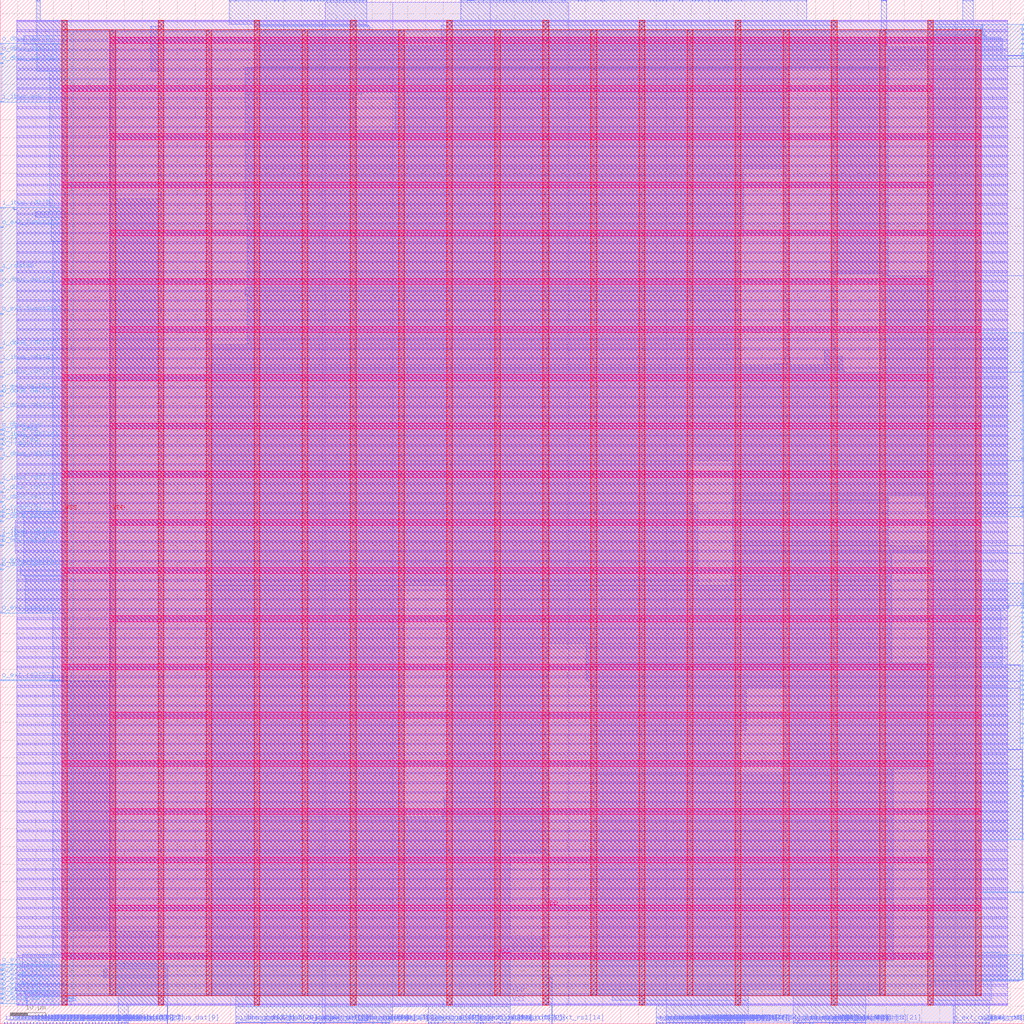
<source format=lef>
VERSION 5.8 ;
BUSBITCHARS "[]" ;
DIVIDERCHAR "/" ;
UNITS
    DATABASE MICRONS 1000 ;
END UNITS
MACRO serv_top
  FOREIGN serv_top 0 0 ;
  CLASS BLOCK ;
  ORIGIN 0 0 ;
  SIZE 288.885 BY 288.885 ;
  PIN VDD
    USE POWER ;
    DIRECTION INOUT ;
    PORT
      LAYER met5 ;
        RECT  30.94 276.64 276.8 278.24 ;
        RECT  30.94 249.44 276.8 251.04 ;
        RECT  30.94 222.24 276.8 223.84 ;
        RECT  30.94 195.04 276.8 196.64 ;
        RECT  30.94 167.84 276.8 169.44 ;
        RECT  30.94 140.64 276.8 142.24 ;
        RECT  30.94 113.44 276.8 115.04 ;
        RECT  30.94 86.24 276.8 87.84 ;
        RECT  30.94 59.04 276.8 60.64 ;
        RECT  30.94 31.84 276.8 33.44 ;
      LAYER met4 ;
        RECT  275.2 7.92 276.8 280.4 ;
        RECT  248.06 7.92 249.66 280.4 ;
        RECT  220.92 7.92 222.52 280.4 ;
        RECT  193.78 7.92 195.38 280.4 ;
        RECT  166.64 7.92 168.24 280.4 ;
        RECT  139.5 7.92 141.1 280.4 ;
        RECT  112.36 7.92 113.96 280.4 ;
        RECT  85.22 7.92 86.82 280.4 ;
        RECT  58.08 7.92 59.68 280.4 ;
        RECT  30.94 7.92 32.54 280.4 ;
      LAYER met1 ;
        RECT  4.6 279.92 284.28 280.4 ;
        RECT  4.6 274.48 284.28 274.96 ;
        RECT  4.6 269.04 284.28 269.52 ;
        RECT  4.6 263.6 284.28 264.08 ;
        RECT  4.6 258.16 284.28 258.64 ;
        RECT  4.6 252.72 284.28 253.2 ;
        RECT  4.6 247.28 284.28 247.76 ;
        RECT  4.6 241.84 284.28 242.32 ;
        RECT  4.6 236.4 284.28 236.88 ;
        RECT  4.6 230.96 284.28 231.44 ;
        RECT  4.6 225.52 284.28 226 ;
        RECT  4.6 220.08 284.28 220.56 ;
        RECT  4.6 214.64 284.28 215.12 ;
        RECT  4.6 209.2 284.28 209.68 ;
        RECT  4.6 203.76 284.28 204.24 ;
        RECT  4.6 198.32 284.28 198.8 ;
        RECT  4.6 192.88 284.28 193.36 ;
        RECT  4.6 187.44 284.28 187.92 ;
        RECT  4.6 182 284.28 182.48 ;
        RECT  4.6 176.56 284.28 177.04 ;
        RECT  4.6 171.12 284.28 171.6 ;
        RECT  4.6 165.68 284.28 166.16 ;
        RECT  4.6 160.24 284.28 160.72 ;
        RECT  4.6 154.8 284.28 155.28 ;
        RECT  4.6 149.36 284.28 149.84 ;
        RECT  4.6 143.92 284.28 144.4 ;
        RECT  4.6 138.48 284.28 138.96 ;
        RECT  4.6 133.04 284.28 133.52 ;
        RECT  4.6 127.6 284.28 128.08 ;
        RECT  4.6 122.16 284.28 122.64 ;
        RECT  4.6 116.72 284.28 117.2 ;
        RECT  4.6 111.28 284.28 111.76 ;
        RECT  4.6 105.84 284.28 106.32 ;
        RECT  4.6 100.4 284.28 100.88 ;
        RECT  4.6 94.96 284.28 95.44 ;
        RECT  4.6 89.52 284.28 90 ;
        RECT  4.6 84.08 284.28 84.56 ;
        RECT  4.6 78.64 284.28 79.12 ;
        RECT  4.6 73.2 284.28 73.68 ;
        RECT  4.6 67.76 284.28 68.24 ;
        RECT  4.6 62.32 284.28 62.8 ;
        RECT  4.6 56.88 284.28 57.36 ;
        RECT  4.6 51.44 284.28 51.92 ;
        RECT  4.6 46 284.28 46.48 ;
        RECT  4.6 40.56 284.28 41.04 ;
        RECT  4.6 35.12 284.28 35.6 ;
        RECT  4.6 29.68 284.28 30.16 ;
        RECT  4.6 24.24 284.28 24.72 ;
        RECT  4.6 18.8 284.28 19.28 ;
        RECT  4.6 13.36 284.28 13.84 ;
        RECT  4.6 7.92 284.28 8.4 ;
      VIA 276 277.44 via5_6_1600_1600_1_1_1600_1600 ;
      VIA 276 250.24 via5_6_1600_1600_1_1_1600_1600 ;
      VIA 276 223.04 via5_6_1600_1600_1_1_1600_1600 ;
      VIA 276 195.84 via5_6_1600_1600_1_1_1600_1600 ;
      VIA 276 168.64 via5_6_1600_1600_1_1_1600_1600 ;
      VIA 276 141.44 via5_6_1600_1600_1_1_1600_1600 ;
      VIA 276 114.24 via5_6_1600_1600_1_1_1600_1600 ;
      VIA 276 87.04 via5_6_1600_1600_1_1_1600_1600 ;
      VIA 276 59.84 via5_6_1600_1600_1_1_1600_1600 ;
      VIA 276 32.64 via5_6_1600_1600_1_1_1600_1600 ;
      VIA 248.86 277.44 via5_6_1600_1600_1_1_1600_1600 ;
      VIA 248.86 250.24 via5_6_1600_1600_1_1_1600_1600 ;
      VIA 248.86 223.04 via5_6_1600_1600_1_1_1600_1600 ;
      VIA 248.86 195.84 via5_6_1600_1600_1_1_1600_1600 ;
      VIA 248.86 168.64 via5_6_1600_1600_1_1_1600_1600 ;
      VIA 248.86 141.44 via5_6_1600_1600_1_1_1600_1600 ;
      VIA 248.86 114.24 via5_6_1600_1600_1_1_1600_1600 ;
      VIA 248.86 87.04 via5_6_1600_1600_1_1_1600_1600 ;
      VIA 248.86 59.84 via5_6_1600_1600_1_1_1600_1600 ;
      VIA 248.86 32.64 via5_6_1600_1600_1_1_1600_1600 ;
      VIA 221.72 277.44 via5_6_1600_1600_1_1_1600_1600 ;
      VIA 221.72 250.24 via5_6_1600_1600_1_1_1600_1600 ;
      VIA 221.72 223.04 via5_6_1600_1600_1_1_1600_1600 ;
      VIA 221.72 195.84 via5_6_1600_1600_1_1_1600_1600 ;
      VIA 221.72 168.64 via5_6_1600_1600_1_1_1600_1600 ;
      VIA 221.72 141.44 via5_6_1600_1600_1_1_1600_1600 ;
      VIA 221.72 114.24 via5_6_1600_1600_1_1_1600_1600 ;
      VIA 221.72 87.04 via5_6_1600_1600_1_1_1600_1600 ;
      VIA 221.72 59.84 via5_6_1600_1600_1_1_1600_1600 ;
      VIA 221.72 32.64 via5_6_1600_1600_1_1_1600_1600 ;
      VIA 194.58 277.44 via5_6_1600_1600_1_1_1600_1600 ;
      VIA 194.58 250.24 via5_6_1600_1600_1_1_1600_1600 ;
      VIA 194.58 223.04 via5_6_1600_1600_1_1_1600_1600 ;
      VIA 194.58 195.84 via5_6_1600_1600_1_1_1600_1600 ;
      VIA 194.58 168.64 via5_6_1600_1600_1_1_1600_1600 ;
      VIA 194.58 141.44 via5_6_1600_1600_1_1_1600_1600 ;
      VIA 194.58 114.24 via5_6_1600_1600_1_1_1600_1600 ;
      VIA 194.58 87.04 via5_6_1600_1600_1_1_1600_1600 ;
      VIA 194.58 59.84 via5_6_1600_1600_1_1_1600_1600 ;
      VIA 194.58 32.64 via5_6_1600_1600_1_1_1600_1600 ;
      VIA 167.44 277.44 via5_6_1600_1600_1_1_1600_1600 ;
      VIA 167.44 250.24 via5_6_1600_1600_1_1_1600_1600 ;
      VIA 167.44 223.04 via5_6_1600_1600_1_1_1600_1600 ;
      VIA 167.44 195.84 via5_6_1600_1600_1_1_1600_1600 ;
      VIA 167.44 168.64 via5_6_1600_1600_1_1_1600_1600 ;
      VIA 167.44 141.44 via5_6_1600_1600_1_1_1600_1600 ;
      VIA 167.44 114.24 via5_6_1600_1600_1_1_1600_1600 ;
      VIA 167.44 87.04 via5_6_1600_1600_1_1_1600_1600 ;
      VIA 167.44 59.84 via5_6_1600_1600_1_1_1600_1600 ;
      VIA 167.44 32.64 via5_6_1600_1600_1_1_1600_1600 ;
      VIA 140.3 277.44 via5_6_1600_1600_1_1_1600_1600 ;
      VIA 140.3 250.24 via5_6_1600_1600_1_1_1600_1600 ;
      VIA 140.3 223.04 via5_6_1600_1600_1_1_1600_1600 ;
      VIA 140.3 195.84 via5_6_1600_1600_1_1_1600_1600 ;
      VIA 140.3 168.64 via5_6_1600_1600_1_1_1600_1600 ;
      VIA 140.3 141.44 via5_6_1600_1600_1_1_1600_1600 ;
      VIA 140.3 114.24 via5_6_1600_1600_1_1_1600_1600 ;
      VIA 140.3 87.04 via5_6_1600_1600_1_1_1600_1600 ;
      VIA 140.3 59.84 via5_6_1600_1600_1_1_1600_1600 ;
      VIA 140.3 32.64 via5_6_1600_1600_1_1_1600_1600 ;
      VIA 113.16 277.44 via5_6_1600_1600_1_1_1600_1600 ;
      VIA 113.16 250.24 via5_6_1600_1600_1_1_1600_1600 ;
      VIA 113.16 223.04 via5_6_1600_1600_1_1_1600_1600 ;
      VIA 113.16 195.84 via5_6_1600_1600_1_1_1600_1600 ;
      VIA 113.16 168.64 via5_6_1600_1600_1_1_1600_1600 ;
      VIA 113.16 141.44 via5_6_1600_1600_1_1_1600_1600 ;
      VIA 113.16 114.24 via5_6_1600_1600_1_1_1600_1600 ;
      VIA 113.16 87.04 via5_6_1600_1600_1_1_1600_1600 ;
      VIA 113.16 59.84 via5_6_1600_1600_1_1_1600_1600 ;
      VIA 113.16 32.64 via5_6_1600_1600_1_1_1600_1600 ;
      VIA 86.02 277.44 via5_6_1600_1600_1_1_1600_1600 ;
      VIA 86.02 250.24 via5_6_1600_1600_1_1_1600_1600 ;
      VIA 86.02 223.04 via5_6_1600_1600_1_1_1600_1600 ;
      VIA 86.02 195.84 via5_6_1600_1600_1_1_1600_1600 ;
      VIA 86.02 168.64 via5_6_1600_1600_1_1_1600_1600 ;
      VIA 86.02 141.44 via5_6_1600_1600_1_1_1600_1600 ;
      VIA 86.02 114.24 via5_6_1600_1600_1_1_1600_1600 ;
      VIA 86.02 87.04 via5_6_1600_1600_1_1_1600_1600 ;
      VIA 86.02 59.84 via5_6_1600_1600_1_1_1600_1600 ;
      VIA 86.02 32.64 via5_6_1600_1600_1_1_1600_1600 ;
      VIA 58.88 277.44 via5_6_1600_1600_1_1_1600_1600 ;
      VIA 58.88 250.24 via5_6_1600_1600_1_1_1600_1600 ;
      VIA 58.88 223.04 via5_6_1600_1600_1_1_1600_1600 ;
      VIA 58.88 195.84 via5_6_1600_1600_1_1_1600_1600 ;
      VIA 58.88 168.64 via5_6_1600_1600_1_1_1600_1600 ;
      VIA 58.88 141.44 via5_6_1600_1600_1_1_1600_1600 ;
      VIA 58.88 114.24 via5_6_1600_1600_1_1_1600_1600 ;
      VIA 58.88 87.04 via5_6_1600_1600_1_1_1600_1600 ;
      VIA 58.88 59.84 via5_6_1600_1600_1_1_1600_1600 ;
      VIA 58.88 32.64 via5_6_1600_1600_1_1_1600_1600 ;
      VIA 31.74 277.44 via5_6_1600_1600_1_1_1600_1600 ;
      VIA 31.74 250.24 via5_6_1600_1600_1_1_1600_1600 ;
      VIA 31.74 223.04 via5_6_1600_1600_1_1_1600_1600 ;
      VIA 31.74 195.84 via5_6_1600_1600_1_1_1600_1600 ;
      VIA 31.74 168.64 via5_6_1600_1600_1_1_1600_1600 ;
      VIA 31.74 141.44 via5_6_1600_1600_1_1_1600_1600 ;
      VIA 31.74 114.24 via5_6_1600_1600_1_1_1600_1600 ;
      VIA 31.74 87.04 via5_6_1600_1600_1_1_1600_1600 ;
      VIA 31.74 59.84 via5_6_1600_1600_1_1_1600_1600 ;
      VIA 31.74 32.64 via5_6_1600_1600_1_1_1600_1600 ;
      LAYER met3 ;
        RECT  275.21 279.995 276.79 280.325 ;
      VIA 276 280.16 via4_5_1600_480_1_4_400_400 ;
      LAYER met2 ;
        RECT  275.23 279.975 276.77 280.345 ;
      VIA 276 280.16 via3_4_1600_480_1_4_400_400 ;
      VIA 276 280.16 via2_3_1600_480_1_5_320_320 ;
      LAYER met3 ;
        RECT  275.21 274.555 276.79 274.885 ;
      VIA 276 274.72 via4_5_1600_480_1_4_400_400 ;
      LAYER met2 ;
        RECT  275.23 274.535 276.77 274.905 ;
      VIA 276 274.72 via3_4_1600_480_1_4_400_400 ;
      VIA 276 274.72 via2_3_1600_480_1_5_320_320 ;
      LAYER met3 ;
        RECT  275.21 269.115 276.79 269.445 ;
      VIA 276 269.28 via4_5_1600_480_1_4_400_400 ;
      LAYER met2 ;
        RECT  275.23 269.095 276.77 269.465 ;
      VIA 276 269.28 via3_4_1600_480_1_4_400_400 ;
      VIA 276 269.28 via2_3_1600_480_1_5_320_320 ;
      LAYER met3 ;
        RECT  275.21 263.675 276.79 264.005 ;
      VIA 276 263.84 via4_5_1600_480_1_4_400_400 ;
      LAYER met2 ;
        RECT  275.23 263.655 276.77 264.025 ;
      VIA 276 263.84 via3_4_1600_480_1_4_400_400 ;
      VIA 276 263.84 via2_3_1600_480_1_5_320_320 ;
      LAYER met3 ;
        RECT  275.21 258.235 276.79 258.565 ;
      VIA 276 258.4 via4_5_1600_480_1_4_400_400 ;
      LAYER met2 ;
        RECT  275.23 258.215 276.77 258.585 ;
      VIA 276 258.4 via3_4_1600_480_1_4_400_400 ;
      VIA 276 258.4 via2_3_1600_480_1_5_320_320 ;
      LAYER met3 ;
        RECT  275.21 252.795 276.79 253.125 ;
      VIA 276 252.96 via4_5_1600_480_1_4_400_400 ;
      LAYER met2 ;
        RECT  275.23 252.775 276.77 253.145 ;
      VIA 276 252.96 via3_4_1600_480_1_4_400_400 ;
      VIA 276 252.96 via2_3_1600_480_1_5_320_320 ;
      LAYER met3 ;
        RECT  275.21 247.355 276.79 247.685 ;
      VIA 276 247.52 via4_5_1600_480_1_4_400_400 ;
      LAYER met2 ;
        RECT  275.23 247.335 276.77 247.705 ;
      VIA 276 247.52 via3_4_1600_480_1_4_400_400 ;
      VIA 276 247.52 via2_3_1600_480_1_5_320_320 ;
      LAYER met3 ;
        RECT  275.21 241.915 276.79 242.245 ;
      VIA 276 242.08 via4_5_1600_480_1_4_400_400 ;
      LAYER met2 ;
        RECT  275.23 241.895 276.77 242.265 ;
      VIA 276 242.08 via3_4_1600_480_1_4_400_400 ;
      VIA 276 242.08 via2_3_1600_480_1_5_320_320 ;
      LAYER met3 ;
        RECT  275.21 236.475 276.79 236.805 ;
      VIA 276 236.64 via4_5_1600_480_1_4_400_400 ;
      LAYER met2 ;
        RECT  275.23 236.455 276.77 236.825 ;
      VIA 276 236.64 via3_4_1600_480_1_4_400_400 ;
      VIA 276 236.64 via2_3_1600_480_1_5_320_320 ;
      LAYER met3 ;
        RECT  275.21 231.035 276.79 231.365 ;
      VIA 276 231.2 via4_5_1600_480_1_4_400_400 ;
      LAYER met2 ;
        RECT  275.23 231.015 276.77 231.385 ;
      VIA 276 231.2 via3_4_1600_480_1_4_400_400 ;
      VIA 276 231.2 via2_3_1600_480_1_5_320_320 ;
      LAYER met3 ;
        RECT  275.21 225.595 276.79 225.925 ;
      VIA 276 225.76 via4_5_1600_480_1_4_400_400 ;
      LAYER met2 ;
        RECT  275.23 225.575 276.77 225.945 ;
      VIA 276 225.76 via3_4_1600_480_1_4_400_400 ;
      VIA 276 225.76 via2_3_1600_480_1_5_320_320 ;
      LAYER met3 ;
        RECT  275.21 220.155 276.79 220.485 ;
      VIA 276 220.32 via4_5_1600_480_1_4_400_400 ;
      LAYER met2 ;
        RECT  275.23 220.135 276.77 220.505 ;
      VIA 276 220.32 via3_4_1600_480_1_4_400_400 ;
      VIA 276 220.32 via2_3_1600_480_1_5_320_320 ;
      LAYER met3 ;
        RECT  275.21 214.715 276.79 215.045 ;
      VIA 276 214.88 via4_5_1600_480_1_4_400_400 ;
      LAYER met2 ;
        RECT  275.23 214.695 276.77 215.065 ;
      VIA 276 214.88 via3_4_1600_480_1_4_400_400 ;
      VIA 276 214.88 via2_3_1600_480_1_5_320_320 ;
      LAYER met3 ;
        RECT  275.21 209.275 276.79 209.605 ;
      VIA 276 209.44 via4_5_1600_480_1_4_400_400 ;
      LAYER met2 ;
        RECT  275.23 209.255 276.77 209.625 ;
      VIA 276 209.44 via3_4_1600_480_1_4_400_400 ;
      VIA 276 209.44 via2_3_1600_480_1_5_320_320 ;
      LAYER met3 ;
        RECT  275.21 203.835 276.79 204.165 ;
      VIA 276 204 via4_5_1600_480_1_4_400_400 ;
      LAYER met2 ;
        RECT  275.23 203.815 276.77 204.185 ;
      VIA 276 204 via3_4_1600_480_1_4_400_400 ;
      VIA 276 204 via2_3_1600_480_1_5_320_320 ;
      LAYER met3 ;
        RECT  275.21 198.395 276.79 198.725 ;
      VIA 276 198.56 via4_5_1600_480_1_4_400_400 ;
      LAYER met2 ;
        RECT  275.23 198.375 276.77 198.745 ;
      VIA 276 198.56 via3_4_1600_480_1_4_400_400 ;
      VIA 276 198.56 via2_3_1600_480_1_5_320_320 ;
      LAYER met3 ;
        RECT  275.21 192.955 276.79 193.285 ;
      VIA 276 193.12 via4_5_1600_480_1_4_400_400 ;
      LAYER met2 ;
        RECT  275.23 192.935 276.77 193.305 ;
      VIA 276 193.12 via3_4_1600_480_1_4_400_400 ;
      VIA 276 193.12 via2_3_1600_480_1_5_320_320 ;
      LAYER met3 ;
        RECT  275.21 187.515 276.79 187.845 ;
      VIA 276 187.68 via4_5_1600_480_1_4_400_400 ;
      LAYER met2 ;
        RECT  275.23 187.495 276.77 187.865 ;
      VIA 276 187.68 via3_4_1600_480_1_4_400_400 ;
      VIA 276 187.68 via2_3_1600_480_1_5_320_320 ;
      LAYER met3 ;
        RECT  275.21 182.075 276.79 182.405 ;
      VIA 276 182.24 via4_5_1600_480_1_4_400_400 ;
      LAYER met2 ;
        RECT  275.23 182.055 276.77 182.425 ;
      VIA 276 182.24 via3_4_1600_480_1_4_400_400 ;
      VIA 276 182.24 via2_3_1600_480_1_5_320_320 ;
      LAYER met3 ;
        RECT  275.21 176.635 276.79 176.965 ;
      VIA 276 176.8 via4_5_1600_480_1_4_400_400 ;
      LAYER met2 ;
        RECT  275.23 176.615 276.77 176.985 ;
      VIA 276 176.8 via3_4_1600_480_1_4_400_400 ;
      VIA 276 176.8 via2_3_1600_480_1_5_320_320 ;
      LAYER met3 ;
        RECT  275.21 171.195 276.79 171.525 ;
      VIA 276 171.36 via4_5_1600_480_1_4_400_400 ;
      LAYER met2 ;
        RECT  275.23 171.175 276.77 171.545 ;
      VIA 276 171.36 via3_4_1600_480_1_4_400_400 ;
      VIA 276 171.36 via2_3_1600_480_1_5_320_320 ;
      LAYER met3 ;
        RECT  275.21 165.755 276.79 166.085 ;
      VIA 276 165.92 via4_5_1600_480_1_4_400_400 ;
      LAYER met2 ;
        RECT  275.23 165.735 276.77 166.105 ;
      VIA 276 165.92 via3_4_1600_480_1_4_400_400 ;
      VIA 276 165.92 via2_3_1600_480_1_5_320_320 ;
      LAYER met3 ;
        RECT  275.21 160.315 276.79 160.645 ;
      VIA 276 160.48 via4_5_1600_480_1_4_400_400 ;
      LAYER met2 ;
        RECT  275.23 160.295 276.77 160.665 ;
      VIA 276 160.48 via3_4_1600_480_1_4_400_400 ;
      VIA 276 160.48 via2_3_1600_480_1_5_320_320 ;
      LAYER met3 ;
        RECT  275.21 154.875 276.79 155.205 ;
      VIA 276 155.04 via4_5_1600_480_1_4_400_400 ;
      LAYER met2 ;
        RECT  275.23 154.855 276.77 155.225 ;
      VIA 276 155.04 via3_4_1600_480_1_4_400_400 ;
      VIA 276 155.04 via2_3_1600_480_1_5_320_320 ;
      LAYER met3 ;
        RECT  275.21 149.435 276.79 149.765 ;
      VIA 276 149.6 via4_5_1600_480_1_4_400_400 ;
      LAYER met2 ;
        RECT  275.23 149.415 276.77 149.785 ;
      VIA 276 149.6 via3_4_1600_480_1_4_400_400 ;
      VIA 276 149.6 via2_3_1600_480_1_5_320_320 ;
      LAYER met3 ;
        RECT  275.21 143.995 276.79 144.325 ;
      VIA 276 144.16 via4_5_1600_480_1_4_400_400 ;
      LAYER met2 ;
        RECT  275.23 143.975 276.77 144.345 ;
      VIA 276 144.16 via3_4_1600_480_1_4_400_400 ;
      VIA 276 144.16 via2_3_1600_480_1_5_320_320 ;
      LAYER met3 ;
        RECT  275.21 138.555 276.79 138.885 ;
      VIA 276 138.72 via4_5_1600_480_1_4_400_400 ;
      LAYER met2 ;
        RECT  275.23 138.535 276.77 138.905 ;
      VIA 276 138.72 via3_4_1600_480_1_4_400_400 ;
      VIA 276 138.72 via2_3_1600_480_1_5_320_320 ;
      LAYER met3 ;
        RECT  275.21 133.115 276.79 133.445 ;
      VIA 276 133.28 via4_5_1600_480_1_4_400_400 ;
      LAYER met2 ;
        RECT  275.23 133.095 276.77 133.465 ;
      VIA 276 133.28 via3_4_1600_480_1_4_400_400 ;
      VIA 276 133.28 via2_3_1600_480_1_5_320_320 ;
      LAYER met3 ;
        RECT  275.21 127.675 276.79 128.005 ;
      VIA 276 127.84 via4_5_1600_480_1_4_400_400 ;
      LAYER met2 ;
        RECT  275.23 127.655 276.77 128.025 ;
      VIA 276 127.84 via3_4_1600_480_1_4_400_400 ;
      VIA 276 127.84 via2_3_1600_480_1_5_320_320 ;
      LAYER met3 ;
        RECT  275.21 122.235 276.79 122.565 ;
      VIA 276 122.4 via4_5_1600_480_1_4_400_400 ;
      LAYER met2 ;
        RECT  275.23 122.215 276.77 122.585 ;
      VIA 276 122.4 via3_4_1600_480_1_4_400_400 ;
      VIA 276 122.4 via2_3_1600_480_1_5_320_320 ;
      LAYER met3 ;
        RECT  275.21 116.795 276.79 117.125 ;
      VIA 276 116.96 via4_5_1600_480_1_4_400_400 ;
      LAYER met2 ;
        RECT  275.23 116.775 276.77 117.145 ;
      VIA 276 116.96 via3_4_1600_480_1_4_400_400 ;
      VIA 276 116.96 via2_3_1600_480_1_5_320_320 ;
      LAYER met3 ;
        RECT  275.21 111.355 276.79 111.685 ;
      VIA 276 111.52 via4_5_1600_480_1_4_400_400 ;
      LAYER met2 ;
        RECT  275.23 111.335 276.77 111.705 ;
      VIA 276 111.52 via3_4_1600_480_1_4_400_400 ;
      VIA 276 111.52 via2_3_1600_480_1_5_320_320 ;
      LAYER met3 ;
        RECT  275.21 105.915 276.79 106.245 ;
      VIA 276 106.08 via4_5_1600_480_1_4_400_400 ;
      LAYER met2 ;
        RECT  275.23 105.895 276.77 106.265 ;
      VIA 276 106.08 via3_4_1600_480_1_4_400_400 ;
      VIA 276 106.08 via2_3_1600_480_1_5_320_320 ;
      LAYER met3 ;
        RECT  275.21 100.475 276.79 100.805 ;
      VIA 276 100.64 via4_5_1600_480_1_4_400_400 ;
      LAYER met2 ;
        RECT  275.23 100.455 276.77 100.825 ;
      VIA 276 100.64 via3_4_1600_480_1_4_400_400 ;
      VIA 276 100.64 via2_3_1600_480_1_5_320_320 ;
      LAYER met3 ;
        RECT  275.21 95.035 276.79 95.365 ;
      VIA 276 95.2 via4_5_1600_480_1_4_400_400 ;
      LAYER met2 ;
        RECT  275.23 95.015 276.77 95.385 ;
      VIA 276 95.2 via3_4_1600_480_1_4_400_400 ;
      VIA 276 95.2 via2_3_1600_480_1_5_320_320 ;
      LAYER met3 ;
        RECT  275.21 89.595 276.79 89.925 ;
      VIA 276 89.76 via4_5_1600_480_1_4_400_400 ;
      LAYER met2 ;
        RECT  275.23 89.575 276.77 89.945 ;
      VIA 276 89.76 via3_4_1600_480_1_4_400_400 ;
      VIA 276 89.76 via2_3_1600_480_1_5_320_320 ;
      LAYER met3 ;
        RECT  275.21 84.155 276.79 84.485 ;
      VIA 276 84.32 via4_5_1600_480_1_4_400_400 ;
      LAYER met2 ;
        RECT  275.23 84.135 276.77 84.505 ;
      VIA 276 84.32 via3_4_1600_480_1_4_400_400 ;
      VIA 276 84.32 via2_3_1600_480_1_5_320_320 ;
      LAYER met3 ;
        RECT  275.21 78.715 276.79 79.045 ;
      VIA 276 78.88 via4_5_1600_480_1_4_400_400 ;
      LAYER met2 ;
        RECT  275.23 78.695 276.77 79.065 ;
      VIA 276 78.88 via3_4_1600_480_1_4_400_400 ;
      VIA 276 78.88 via2_3_1600_480_1_5_320_320 ;
      LAYER met3 ;
        RECT  275.21 73.275 276.79 73.605 ;
      VIA 276 73.44 via4_5_1600_480_1_4_400_400 ;
      LAYER met2 ;
        RECT  275.23 73.255 276.77 73.625 ;
      VIA 276 73.44 via3_4_1600_480_1_4_400_400 ;
      VIA 276 73.44 via2_3_1600_480_1_5_320_320 ;
      LAYER met3 ;
        RECT  275.21 67.835 276.79 68.165 ;
      VIA 276 68 via4_5_1600_480_1_4_400_400 ;
      LAYER met2 ;
        RECT  275.23 67.815 276.77 68.185 ;
      VIA 276 68 via3_4_1600_480_1_4_400_400 ;
      VIA 276 68 via2_3_1600_480_1_5_320_320 ;
      LAYER met3 ;
        RECT  275.21 62.395 276.79 62.725 ;
      VIA 276 62.56 via4_5_1600_480_1_4_400_400 ;
      LAYER met2 ;
        RECT  275.23 62.375 276.77 62.745 ;
      VIA 276 62.56 via3_4_1600_480_1_4_400_400 ;
      VIA 276 62.56 via2_3_1600_480_1_5_320_320 ;
      LAYER met3 ;
        RECT  275.21 56.955 276.79 57.285 ;
      VIA 276 57.12 via4_5_1600_480_1_4_400_400 ;
      LAYER met2 ;
        RECT  275.23 56.935 276.77 57.305 ;
      VIA 276 57.12 via3_4_1600_480_1_4_400_400 ;
      VIA 276 57.12 via2_3_1600_480_1_5_320_320 ;
      LAYER met3 ;
        RECT  275.21 51.515 276.79 51.845 ;
      VIA 276 51.68 via4_5_1600_480_1_4_400_400 ;
      LAYER met2 ;
        RECT  275.23 51.495 276.77 51.865 ;
      VIA 276 51.68 via3_4_1600_480_1_4_400_400 ;
      VIA 276 51.68 via2_3_1600_480_1_5_320_320 ;
      LAYER met3 ;
        RECT  275.21 46.075 276.79 46.405 ;
      VIA 276 46.24 via4_5_1600_480_1_4_400_400 ;
      LAYER met2 ;
        RECT  275.23 46.055 276.77 46.425 ;
      VIA 276 46.24 via3_4_1600_480_1_4_400_400 ;
      VIA 276 46.24 via2_3_1600_480_1_5_320_320 ;
      LAYER met3 ;
        RECT  275.21 40.635 276.79 40.965 ;
      VIA 276 40.8 via4_5_1600_480_1_4_400_400 ;
      LAYER met2 ;
        RECT  275.23 40.615 276.77 40.985 ;
      VIA 276 40.8 via3_4_1600_480_1_4_400_400 ;
      VIA 276 40.8 via2_3_1600_480_1_5_320_320 ;
      LAYER met3 ;
        RECT  275.21 35.195 276.79 35.525 ;
      VIA 276 35.36 via4_5_1600_480_1_4_400_400 ;
      LAYER met2 ;
        RECT  275.23 35.175 276.77 35.545 ;
      VIA 276 35.36 via3_4_1600_480_1_4_400_400 ;
      VIA 276 35.36 via2_3_1600_480_1_5_320_320 ;
      LAYER met3 ;
        RECT  275.21 29.755 276.79 30.085 ;
      VIA 276 29.92 via4_5_1600_480_1_4_400_400 ;
      LAYER met2 ;
        RECT  275.23 29.735 276.77 30.105 ;
      VIA 276 29.92 via3_4_1600_480_1_4_400_400 ;
      VIA 276 29.92 via2_3_1600_480_1_5_320_320 ;
      LAYER met3 ;
        RECT  275.21 24.315 276.79 24.645 ;
      VIA 276 24.48 via4_5_1600_480_1_4_400_400 ;
      LAYER met2 ;
        RECT  275.23 24.295 276.77 24.665 ;
      VIA 276 24.48 via3_4_1600_480_1_4_400_400 ;
      VIA 276 24.48 via2_3_1600_480_1_5_320_320 ;
      LAYER met3 ;
        RECT  275.21 18.875 276.79 19.205 ;
      VIA 276 19.04 via4_5_1600_480_1_4_400_400 ;
      LAYER met2 ;
        RECT  275.23 18.855 276.77 19.225 ;
      VIA 276 19.04 via3_4_1600_480_1_4_400_400 ;
      VIA 276 19.04 via2_3_1600_480_1_5_320_320 ;
      LAYER met3 ;
        RECT  275.21 13.435 276.79 13.765 ;
      VIA 276 13.6 via4_5_1600_480_1_4_400_400 ;
      LAYER met2 ;
        RECT  275.23 13.415 276.77 13.785 ;
      VIA 276 13.6 via3_4_1600_480_1_4_400_400 ;
      VIA 276 13.6 via2_3_1600_480_1_5_320_320 ;
      LAYER met3 ;
        RECT  275.21 7.995 276.79 8.325 ;
      VIA 276 8.16 via4_5_1600_480_1_4_400_400 ;
      LAYER met2 ;
        RECT  275.23 7.975 276.77 8.345 ;
      VIA 276 8.16 via3_4_1600_480_1_4_400_400 ;
      VIA 276 8.16 via2_3_1600_480_1_5_320_320 ;
      LAYER met3 ;
        RECT  248.07 279.995 249.65 280.325 ;
      VIA 248.86 280.16 via4_5_1600_480_1_4_400_400 ;
      LAYER met2 ;
        RECT  248.09 279.975 249.63 280.345 ;
      VIA 248.86 280.16 via3_4_1600_480_1_4_400_400 ;
      VIA 248.86 280.16 via2_3_1600_480_1_5_320_320 ;
      LAYER met3 ;
        RECT  248.07 274.555 249.65 274.885 ;
      VIA 248.86 274.72 via4_5_1600_480_1_4_400_400 ;
      LAYER met2 ;
        RECT  248.09 274.535 249.63 274.905 ;
      VIA 248.86 274.72 via3_4_1600_480_1_4_400_400 ;
      VIA 248.86 274.72 via2_3_1600_480_1_5_320_320 ;
      LAYER met3 ;
        RECT  248.07 269.115 249.65 269.445 ;
      VIA 248.86 269.28 via4_5_1600_480_1_4_400_400 ;
      LAYER met2 ;
        RECT  248.09 269.095 249.63 269.465 ;
      VIA 248.86 269.28 via3_4_1600_480_1_4_400_400 ;
      VIA 248.86 269.28 via2_3_1600_480_1_5_320_320 ;
      LAYER met3 ;
        RECT  248.07 263.675 249.65 264.005 ;
      VIA 248.86 263.84 via4_5_1600_480_1_4_400_400 ;
      LAYER met2 ;
        RECT  248.09 263.655 249.63 264.025 ;
      VIA 248.86 263.84 via3_4_1600_480_1_4_400_400 ;
      VIA 248.86 263.84 via2_3_1600_480_1_5_320_320 ;
      LAYER met3 ;
        RECT  248.07 258.235 249.65 258.565 ;
      VIA 248.86 258.4 via4_5_1600_480_1_4_400_400 ;
      LAYER met2 ;
        RECT  248.09 258.215 249.63 258.585 ;
      VIA 248.86 258.4 via3_4_1600_480_1_4_400_400 ;
      VIA 248.86 258.4 via2_3_1600_480_1_5_320_320 ;
      LAYER met3 ;
        RECT  248.07 252.795 249.65 253.125 ;
      VIA 248.86 252.96 via4_5_1600_480_1_4_400_400 ;
      LAYER met2 ;
        RECT  248.09 252.775 249.63 253.145 ;
      VIA 248.86 252.96 via3_4_1600_480_1_4_400_400 ;
      VIA 248.86 252.96 via2_3_1600_480_1_5_320_320 ;
      LAYER met3 ;
        RECT  248.07 247.355 249.65 247.685 ;
      VIA 248.86 247.52 via4_5_1600_480_1_4_400_400 ;
      LAYER met2 ;
        RECT  248.09 247.335 249.63 247.705 ;
      VIA 248.86 247.52 via3_4_1600_480_1_4_400_400 ;
      VIA 248.86 247.52 via2_3_1600_480_1_5_320_320 ;
      LAYER met3 ;
        RECT  248.07 241.915 249.65 242.245 ;
      VIA 248.86 242.08 via4_5_1600_480_1_4_400_400 ;
      LAYER met2 ;
        RECT  248.09 241.895 249.63 242.265 ;
      VIA 248.86 242.08 via3_4_1600_480_1_4_400_400 ;
      VIA 248.86 242.08 via2_3_1600_480_1_5_320_320 ;
      LAYER met3 ;
        RECT  248.07 236.475 249.65 236.805 ;
      VIA 248.86 236.64 via4_5_1600_480_1_4_400_400 ;
      LAYER met2 ;
        RECT  248.09 236.455 249.63 236.825 ;
      VIA 248.86 236.64 via3_4_1600_480_1_4_400_400 ;
      VIA 248.86 236.64 via2_3_1600_480_1_5_320_320 ;
      LAYER met3 ;
        RECT  248.07 231.035 249.65 231.365 ;
      VIA 248.86 231.2 via4_5_1600_480_1_4_400_400 ;
      LAYER met2 ;
        RECT  248.09 231.015 249.63 231.385 ;
      VIA 248.86 231.2 via3_4_1600_480_1_4_400_400 ;
      VIA 248.86 231.2 via2_3_1600_480_1_5_320_320 ;
      LAYER met3 ;
        RECT  248.07 225.595 249.65 225.925 ;
      VIA 248.86 225.76 via4_5_1600_480_1_4_400_400 ;
      LAYER met2 ;
        RECT  248.09 225.575 249.63 225.945 ;
      VIA 248.86 225.76 via3_4_1600_480_1_4_400_400 ;
      VIA 248.86 225.76 via2_3_1600_480_1_5_320_320 ;
      LAYER met3 ;
        RECT  248.07 220.155 249.65 220.485 ;
      VIA 248.86 220.32 via4_5_1600_480_1_4_400_400 ;
      LAYER met2 ;
        RECT  248.09 220.135 249.63 220.505 ;
      VIA 248.86 220.32 via3_4_1600_480_1_4_400_400 ;
      VIA 248.86 220.32 via2_3_1600_480_1_5_320_320 ;
      LAYER met3 ;
        RECT  248.07 214.715 249.65 215.045 ;
      VIA 248.86 214.88 via4_5_1600_480_1_4_400_400 ;
      LAYER met2 ;
        RECT  248.09 214.695 249.63 215.065 ;
      VIA 248.86 214.88 via3_4_1600_480_1_4_400_400 ;
      VIA 248.86 214.88 via2_3_1600_480_1_5_320_320 ;
      LAYER met3 ;
        RECT  248.07 209.275 249.65 209.605 ;
      VIA 248.86 209.44 via4_5_1600_480_1_4_400_400 ;
      LAYER met2 ;
        RECT  248.09 209.255 249.63 209.625 ;
      VIA 248.86 209.44 via3_4_1600_480_1_4_400_400 ;
      VIA 248.86 209.44 via2_3_1600_480_1_5_320_320 ;
      LAYER met3 ;
        RECT  248.07 203.835 249.65 204.165 ;
      VIA 248.86 204 via4_5_1600_480_1_4_400_400 ;
      LAYER met2 ;
        RECT  248.09 203.815 249.63 204.185 ;
      VIA 248.86 204 via3_4_1600_480_1_4_400_400 ;
      VIA 248.86 204 via2_3_1600_480_1_5_320_320 ;
      LAYER met3 ;
        RECT  248.07 198.395 249.65 198.725 ;
      VIA 248.86 198.56 via4_5_1600_480_1_4_400_400 ;
      LAYER met2 ;
        RECT  248.09 198.375 249.63 198.745 ;
      VIA 248.86 198.56 via3_4_1600_480_1_4_400_400 ;
      VIA 248.86 198.56 via2_3_1600_480_1_5_320_320 ;
      LAYER met3 ;
        RECT  248.07 192.955 249.65 193.285 ;
      VIA 248.86 193.12 via4_5_1600_480_1_4_400_400 ;
      LAYER met2 ;
        RECT  248.09 192.935 249.63 193.305 ;
      VIA 248.86 193.12 via3_4_1600_480_1_4_400_400 ;
      VIA 248.86 193.12 via2_3_1600_480_1_5_320_320 ;
      LAYER met3 ;
        RECT  248.07 187.515 249.65 187.845 ;
      VIA 248.86 187.68 via4_5_1600_480_1_4_400_400 ;
      LAYER met2 ;
        RECT  248.09 187.495 249.63 187.865 ;
      VIA 248.86 187.68 via3_4_1600_480_1_4_400_400 ;
      VIA 248.86 187.68 via2_3_1600_480_1_5_320_320 ;
      LAYER met3 ;
        RECT  248.07 182.075 249.65 182.405 ;
      VIA 248.86 182.24 via4_5_1600_480_1_4_400_400 ;
      LAYER met2 ;
        RECT  248.09 182.055 249.63 182.425 ;
      VIA 248.86 182.24 via3_4_1600_480_1_4_400_400 ;
      VIA 248.86 182.24 via2_3_1600_480_1_5_320_320 ;
      LAYER met3 ;
        RECT  248.07 176.635 249.65 176.965 ;
      VIA 248.86 176.8 via4_5_1600_480_1_4_400_400 ;
      LAYER met2 ;
        RECT  248.09 176.615 249.63 176.985 ;
      VIA 248.86 176.8 via3_4_1600_480_1_4_400_400 ;
      VIA 248.86 176.8 via2_3_1600_480_1_5_320_320 ;
      LAYER met3 ;
        RECT  248.07 171.195 249.65 171.525 ;
      VIA 248.86 171.36 via4_5_1600_480_1_4_400_400 ;
      LAYER met2 ;
        RECT  248.09 171.175 249.63 171.545 ;
      VIA 248.86 171.36 via3_4_1600_480_1_4_400_400 ;
      VIA 248.86 171.36 via2_3_1600_480_1_5_320_320 ;
      LAYER met3 ;
        RECT  248.07 165.755 249.65 166.085 ;
      VIA 248.86 165.92 via4_5_1600_480_1_4_400_400 ;
      LAYER met2 ;
        RECT  248.09 165.735 249.63 166.105 ;
      VIA 248.86 165.92 via3_4_1600_480_1_4_400_400 ;
      VIA 248.86 165.92 via2_3_1600_480_1_5_320_320 ;
      LAYER met3 ;
        RECT  248.07 160.315 249.65 160.645 ;
      VIA 248.86 160.48 via4_5_1600_480_1_4_400_400 ;
      LAYER met2 ;
        RECT  248.09 160.295 249.63 160.665 ;
      VIA 248.86 160.48 via3_4_1600_480_1_4_400_400 ;
      VIA 248.86 160.48 via2_3_1600_480_1_5_320_320 ;
      LAYER met3 ;
        RECT  248.07 154.875 249.65 155.205 ;
      VIA 248.86 155.04 via4_5_1600_480_1_4_400_400 ;
      LAYER met2 ;
        RECT  248.09 154.855 249.63 155.225 ;
      VIA 248.86 155.04 via3_4_1600_480_1_4_400_400 ;
      VIA 248.86 155.04 via2_3_1600_480_1_5_320_320 ;
      LAYER met3 ;
        RECT  248.07 149.435 249.65 149.765 ;
      VIA 248.86 149.6 via4_5_1600_480_1_4_400_400 ;
      LAYER met2 ;
        RECT  248.09 149.415 249.63 149.785 ;
      VIA 248.86 149.6 via3_4_1600_480_1_4_400_400 ;
      VIA 248.86 149.6 via2_3_1600_480_1_5_320_320 ;
      LAYER met3 ;
        RECT  248.07 143.995 249.65 144.325 ;
      VIA 248.86 144.16 via4_5_1600_480_1_4_400_400 ;
      LAYER met2 ;
        RECT  248.09 143.975 249.63 144.345 ;
      VIA 248.86 144.16 via3_4_1600_480_1_4_400_400 ;
      VIA 248.86 144.16 via2_3_1600_480_1_5_320_320 ;
      LAYER met3 ;
        RECT  248.07 138.555 249.65 138.885 ;
      VIA 248.86 138.72 via4_5_1600_480_1_4_400_400 ;
      LAYER met2 ;
        RECT  248.09 138.535 249.63 138.905 ;
      VIA 248.86 138.72 via3_4_1600_480_1_4_400_400 ;
      VIA 248.86 138.72 via2_3_1600_480_1_5_320_320 ;
      LAYER met3 ;
        RECT  248.07 133.115 249.65 133.445 ;
      VIA 248.86 133.28 via4_5_1600_480_1_4_400_400 ;
      LAYER met2 ;
        RECT  248.09 133.095 249.63 133.465 ;
      VIA 248.86 133.28 via3_4_1600_480_1_4_400_400 ;
      VIA 248.86 133.28 via2_3_1600_480_1_5_320_320 ;
      LAYER met3 ;
        RECT  248.07 127.675 249.65 128.005 ;
      VIA 248.86 127.84 via4_5_1600_480_1_4_400_400 ;
      LAYER met2 ;
        RECT  248.09 127.655 249.63 128.025 ;
      VIA 248.86 127.84 via3_4_1600_480_1_4_400_400 ;
      VIA 248.86 127.84 via2_3_1600_480_1_5_320_320 ;
      LAYER met3 ;
        RECT  248.07 122.235 249.65 122.565 ;
      VIA 248.86 122.4 via4_5_1600_480_1_4_400_400 ;
      LAYER met2 ;
        RECT  248.09 122.215 249.63 122.585 ;
      VIA 248.86 122.4 via3_4_1600_480_1_4_400_400 ;
      VIA 248.86 122.4 via2_3_1600_480_1_5_320_320 ;
      LAYER met3 ;
        RECT  248.07 116.795 249.65 117.125 ;
      VIA 248.86 116.96 via4_5_1600_480_1_4_400_400 ;
      LAYER met2 ;
        RECT  248.09 116.775 249.63 117.145 ;
      VIA 248.86 116.96 via3_4_1600_480_1_4_400_400 ;
      VIA 248.86 116.96 via2_3_1600_480_1_5_320_320 ;
      LAYER met3 ;
        RECT  248.07 111.355 249.65 111.685 ;
      VIA 248.86 111.52 via4_5_1600_480_1_4_400_400 ;
      LAYER met2 ;
        RECT  248.09 111.335 249.63 111.705 ;
      VIA 248.86 111.52 via3_4_1600_480_1_4_400_400 ;
      VIA 248.86 111.52 via2_3_1600_480_1_5_320_320 ;
      LAYER met3 ;
        RECT  248.07 105.915 249.65 106.245 ;
      VIA 248.86 106.08 via4_5_1600_480_1_4_400_400 ;
      LAYER met2 ;
        RECT  248.09 105.895 249.63 106.265 ;
      VIA 248.86 106.08 via3_4_1600_480_1_4_400_400 ;
      VIA 248.86 106.08 via2_3_1600_480_1_5_320_320 ;
      LAYER met3 ;
        RECT  248.07 100.475 249.65 100.805 ;
      VIA 248.86 100.64 via4_5_1600_480_1_4_400_400 ;
      LAYER met2 ;
        RECT  248.09 100.455 249.63 100.825 ;
      VIA 248.86 100.64 via3_4_1600_480_1_4_400_400 ;
      VIA 248.86 100.64 via2_3_1600_480_1_5_320_320 ;
      LAYER met3 ;
        RECT  248.07 95.035 249.65 95.365 ;
      VIA 248.86 95.2 via4_5_1600_480_1_4_400_400 ;
      LAYER met2 ;
        RECT  248.09 95.015 249.63 95.385 ;
      VIA 248.86 95.2 via3_4_1600_480_1_4_400_400 ;
      VIA 248.86 95.2 via2_3_1600_480_1_5_320_320 ;
      LAYER met3 ;
        RECT  248.07 89.595 249.65 89.925 ;
      VIA 248.86 89.76 via4_5_1600_480_1_4_400_400 ;
      LAYER met2 ;
        RECT  248.09 89.575 249.63 89.945 ;
      VIA 248.86 89.76 via3_4_1600_480_1_4_400_400 ;
      VIA 248.86 89.76 via2_3_1600_480_1_5_320_320 ;
      LAYER met3 ;
        RECT  248.07 84.155 249.65 84.485 ;
      VIA 248.86 84.32 via4_5_1600_480_1_4_400_400 ;
      LAYER met2 ;
        RECT  248.09 84.135 249.63 84.505 ;
      VIA 248.86 84.32 via3_4_1600_480_1_4_400_400 ;
      VIA 248.86 84.32 via2_3_1600_480_1_5_320_320 ;
      LAYER met3 ;
        RECT  248.07 78.715 249.65 79.045 ;
      VIA 248.86 78.88 via4_5_1600_480_1_4_400_400 ;
      LAYER met2 ;
        RECT  248.09 78.695 249.63 79.065 ;
      VIA 248.86 78.88 via3_4_1600_480_1_4_400_400 ;
      VIA 248.86 78.88 via2_3_1600_480_1_5_320_320 ;
      LAYER met3 ;
        RECT  248.07 73.275 249.65 73.605 ;
      VIA 248.86 73.44 via4_5_1600_480_1_4_400_400 ;
      LAYER met2 ;
        RECT  248.09 73.255 249.63 73.625 ;
      VIA 248.86 73.44 via3_4_1600_480_1_4_400_400 ;
      VIA 248.86 73.44 via2_3_1600_480_1_5_320_320 ;
      LAYER met3 ;
        RECT  248.07 67.835 249.65 68.165 ;
      VIA 248.86 68 via4_5_1600_480_1_4_400_400 ;
      LAYER met2 ;
        RECT  248.09 67.815 249.63 68.185 ;
      VIA 248.86 68 via3_4_1600_480_1_4_400_400 ;
      VIA 248.86 68 via2_3_1600_480_1_5_320_320 ;
      LAYER met3 ;
        RECT  248.07 62.395 249.65 62.725 ;
      VIA 248.86 62.56 via4_5_1600_480_1_4_400_400 ;
      LAYER met2 ;
        RECT  248.09 62.375 249.63 62.745 ;
      VIA 248.86 62.56 via3_4_1600_480_1_4_400_400 ;
      VIA 248.86 62.56 via2_3_1600_480_1_5_320_320 ;
      LAYER met3 ;
        RECT  248.07 56.955 249.65 57.285 ;
      VIA 248.86 57.12 via4_5_1600_480_1_4_400_400 ;
      LAYER met2 ;
        RECT  248.09 56.935 249.63 57.305 ;
      VIA 248.86 57.12 via3_4_1600_480_1_4_400_400 ;
      VIA 248.86 57.12 via2_3_1600_480_1_5_320_320 ;
      LAYER met3 ;
        RECT  248.07 51.515 249.65 51.845 ;
      VIA 248.86 51.68 via4_5_1600_480_1_4_400_400 ;
      LAYER met2 ;
        RECT  248.09 51.495 249.63 51.865 ;
      VIA 248.86 51.68 via3_4_1600_480_1_4_400_400 ;
      VIA 248.86 51.68 via2_3_1600_480_1_5_320_320 ;
      LAYER met3 ;
        RECT  248.07 46.075 249.65 46.405 ;
      VIA 248.86 46.24 via4_5_1600_480_1_4_400_400 ;
      LAYER met2 ;
        RECT  248.09 46.055 249.63 46.425 ;
      VIA 248.86 46.24 via3_4_1600_480_1_4_400_400 ;
      VIA 248.86 46.24 via2_3_1600_480_1_5_320_320 ;
      LAYER met3 ;
        RECT  248.07 40.635 249.65 40.965 ;
      VIA 248.86 40.8 via4_5_1600_480_1_4_400_400 ;
      LAYER met2 ;
        RECT  248.09 40.615 249.63 40.985 ;
      VIA 248.86 40.8 via3_4_1600_480_1_4_400_400 ;
      VIA 248.86 40.8 via2_3_1600_480_1_5_320_320 ;
      LAYER met3 ;
        RECT  248.07 35.195 249.65 35.525 ;
      VIA 248.86 35.36 via4_5_1600_480_1_4_400_400 ;
      LAYER met2 ;
        RECT  248.09 35.175 249.63 35.545 ;
      VIA 248.86 35.36 via3_4_1600_480_1_4_400_400 ;
      VIA 248.86 35.36 via2_3_1600_480_1_5_320_320 ;
      LAYER met3 ;
        RECT  248.07 29.755 249.65 30.085 ;
      VIA 248.86 29.92 via4_5_1600_480_1_4_400_400 ;
      LAYER met2 ;
        RECT  248.09 29.735 249.63 30.105 ;
      VIA 248.86 29.92 via3_4_1600_480_1_4_400_400 ;
      VIA 248.86 29.92 via2_3_1600_480_1_5_320_320 ;
      LAYER met3 ;
        RECT  248.07 24.315 249.65 24.645 ;
      VIA 248.86 24.48 via4_5_1600_480_1_4_400_400 ;
      LAYER met2 ;
        RECT  248.09 24.295 249.63 24.665 ;
      VIA 248.86 24.48 via3_4_1600_480_1_4_400_400 ;
      VIA 248.86 24.48 via2_3_1600_480_1_5_320_320 ;
      LAYER met3 ;
        RECT  248.07 18.875 249.65 19.205 ;
      VIA 248.86 19.04 via4_5_1600_480_1_4_400_400 ;
      LAYER met2 ;
        RECT  248.09 18.855 249.63 19.225 ;
      VIA 248.86 19.04 via3_4_1600_480_1_4_400_400 ;
      VIA 248.86 19.04 via2_3_1600_480_1_5_320_320 ;
      LAYER met3 ;
        RECT  248.07 13.435 249.65 13.765 ;
      VIA 248.86 13.6 via4_5_1600_480_1_4_400_400 ;
      LAYER met2 ;
        RECT  248.09 13.415 249.63 13.785 ;
      VIA 248.86 13.6 via3_4_1600_480_1_4_400_400 ;
      VIA 248.86 13.6 via2_3_1600_480_1_5_320_320 ;
      LAYER met3 ;
        RECT  248.07 7.995 249.65 8.325 ;
      VIA 248.86 8.16 via4_5_1600_480_1_4_400_400 ;
      LAYER met2 ;
        RECT  248.09 7.975 249.63 8.345 ;
      VIA 248.86 8.16 via3_4_1600_480_1_4_400_400 ;
      VIA 248.86 8.16 via2_3_1600_480_1_5_320_320 ;
      LAYER met3 ;
        RECT  220.93 279.995 222.51 280.325 ;
      VIA 221.72 280.16 via4_5_1600_480_1_4_400_400 ;
      LAYER met2 ;
        RECT  220.95 279.975 222.49 280.345 ;
      VIA 221.72 280.16 via3_4_1600_480_1_4_400_400 ;
      VIA 221.72 280.16 via2_3_1600_480_1_5_320_320 ;
      LAYER met3 ;
        RECT  220.93 274.555 222.51 274.885 ;
      VIA 221.72 274.72 via4_5_1600_480_1_4_400_400 ;
      LAYER met2 ;
        RECT  220.95 274.535 222.49 274.905 ;
      VIA 221.72 274.72 via3_4_1600_480_1_4_400_400 ;
      VIA 221.72 274.72 via2_3_1600_480_1_5_320_320 ;
      LAYER met3 ;
        RECT  220.93 269.115 222.51 269.445 ;
      VIA 221.72 269.28 via4_5_1600_480_1_4_400_400 ;
      LAYER met2 ;
        RECT  220.95 269.095 222.49 269.465 ;
      VIA 221.72 269.28 via3_4_1600_480_1_4_400_400 ;
      VIA 221.72 269.28 via2_3_1600_480_1_5_320_320 ;
      LAYER met3 ;
        RECT  220.93 263.675 222.51 264.005 ;
      VIA 221.72 263.84 via4_5_1600_480_1_4_400_400 ;
      LAYER met2 ;
        RECT  220.95 263.655 222.49 264.025 ;
      VIA 221.72 263.84 via3_4_1600_480_1_4_400_400 ;
      VIA 221.72 263.84 via2_3_1600_480_1_5_320_320 ;
      LAYER met3 ;
        RECT  220.93 258.235 222.51 258.565 ;
      VIA 221.72 258.4 via4_5_1600_480_1_4_400_400 ;
      LAYER met2 ;
        RECT  220.95 258.215 222.49 258.585 ;
      VIA 221.72 258.4 via3_4_1600_480_1_4_400_400 ;
      VIA 221.72 258.4 via2_3_1600_480_1_5_320_320 ;
      LAYER met3 ;
        RECT  220.93 252.795 222.51 253.125 ;
      VIA 221.72 252.96 via4_5_1600_480_1_4_400_400 ;
      LAYER met2 ;
        RECT  220.95 252.775 222.49 253.145 ;
      VIA 221.72 252.96 via3_4_1600_480_1_4_400_400 ;
      VIA 221.72 252.96 via2_3_1600_480_1_5_320_320 ;
      LAYER met3 ;
        RECT  220.93 247.355 222.51 247.685 ;
      VIA 221.72 247.52 via4_5_1600_480_1_4_400_400 ;
      LAYER met2 ;
        RECT  220.95 247.335 222.49 247.705 ;
      VIA 221.72 247.52 via3_4_1600_480_1_4_400_400 ;
      VIA 221.72 247.52 via2_3_1600_480_1_5_320_320 ;
      LAYER met3 ;
        RECT  220.93 241.915 222.51 242.245 ;
      VIA 221.72 242.08 via4_5_1600_480_1_4_400_400 ;
      LAYER met2 ;
        RECT  220.95 241.895 222.49 242.265 ;
      VIA 221.72 242.08 via3_4_1600_480_1_4_400_400 ;
      VIA 221.72 242.08 via2_3_1600_480_1_5_320_320 ;
      LAYER met3 ;
        RECT  220.93 236.475 222.51 236.805 ;
      VIA 221.72 236.64 via4_5_1600_480_1_4_400_400 ;
      LAYER met2 ;
        RECT  220.95 236.455 222.49 236.825 ;
      VIA 221.72 236.64 via3_4_1600_480_1_4_400_400 ;
      VIA 221.72 236.64 via2_3_1600_480_1_5_320_320 ;
      LAYER met3 ;
        RECT  220.93 231.035 222.51 231.365 ;
      VIA 221.72 231.2 via4_5_1600_480_1_4_400_400 ;
      LAYER met2 ;
        RECT  220.95 231.015 222.49 231.385 ;
      VIA 221.72 231.2 via3_4_1600_480_1_4_400_400 ;
      VIA 221.72 231.2 via2_3_1600_480_1_5_320_320 ;
      LAYER met3 ;
        RECT  220.93 225.595 222.51 225.925 ;
      VIA 221.72 225.76 via4_5_1600_480_1_4_400_400 ;
      LAYER met2 ;
        RECT  220.95 225.575 222.49 225.945 ;
      VIA 221.72 225.76 via3_4_1600_480_1_4_400_400 ;
      VIA 221.72 225.76 via2_3_1600_480_1_5_320_320 ;
      LAYER met3 ;
        RECT  220.93 220.155 222.51 220.485 ;
      VIA 221.72 220.32 via4_5_1600_480_1_4_400_400 ;
      LAYER met2 ;
        RECT  220.95 220.135 222.49 220.505 ;
      VIA 221.72 220.32 via3_4_1600_480_1_4_400_400 ;
      VIA 221.72 220.32 via2_3_1600_480_1_5_320_320 ;
      LAYER met3 ;
        RECT  220.93 214.715 222.51 215.045 ;
      VIA 221.72 214.88 via4_5_1600_480_1_4_400_400 ;
      LAYER met2 ;
        RECT  220.95 214.695 222.49 215.065 ;
      VIA 221.72 214.88 via3_4_1600_480_1_4_400_400 ;
      VIA 221.72 214.88 via2_3_1600_480_1_5_320_320 ;
      LAYER met3 ;
        RECT  220.93 209.275 222.51 209.605 ;
      VIA 221.72 209.44 via4_5_1600_480_1_4_400_400 ;
      LAYER met2 ;
        RECT  220.95 209.255 222.49 209.625 ;
      VIA 221.72 209.44 via3_4_1600_480_1_4_400_400 ;
      VIA 221.72 209.44 via2_3_1600_480_1_5_320_320 ;
      LAYER met3 ;
        RECT  220.93 203.835 222.51 204.165 ;
      VIA 221.72 204 via4_5_1600_480_1_4_400_400 ;
      LAYER met2 ;
        RECT  220.95 203.815 222.49 204.185 ;
      VIA 221.72 204 via3_4_1600_480_1_4_400_400 ;
      VIA 221.72 204 via2_3_1600_480_1_5_320_320 ;
      LAYER met3 ;
        RECT  220.93 198.395 222.51 198.725 ;
      VIA 221.72 198.56 via4_5_1600_480_1_4_400_400 ;
      LAYER met2 ;
        RECT  220.95 198.375 222.49 198.745 ;
      VIA 221.72 198.56 via3_4_1600_480_1_4_400_400 ;
      VIA 221.72 198.56 via2_3_1600_480_1_5_320_320 ;
      LAYER met3 ;
        RECT  220.93 192.955 222.51 193.285 ;
      VIA 221.72 193.12 via4_5_1600_480_1_4_400_400 ;
      LAYER met2 ;
        RECT  220.95 192.935 222.49 193.305 ;
      VIA 221.72 193.12 via3_4_1600_480_1_4_400_400 ;
      VIA 221.72 193.12 via2_3_1600_480_1_5_320_320 ;
      LAYER met3 ;
        RECT  220.93 187.515 222.51 187.845 ;
      VIA 221.72 187.68 via4_5_1600_480_1_4_400_400 ;
      LAYER met2 ;
        RECT  220.95 187.495 222.49 187.865 ;
      VIA 221.72 187.68 via3_4_1600_480_1_4_400_400 ;
      VIA 221.72 187.68 via2_3_1600_480_1_5_320_320 ;
      LAYER met3 ;
        RECT  220.93 182.075 222.51 182.405 ;
      VIA 221.72 182.24 via4_5_1600_480_1_4_400_400 ;
      LAYER met2 ;
        RECT  220.95 182.055 222.49 182.425 ;
      VIA 221.72 182.24 via3_4_1600_480_1_4_400_400 ;
      VIA 221.72 182.24 via2_3_1600_480_1_5_320_320 ;
      LAYER met3 ;
        RECT  220.93 176.635 222.51 176.965 ;
      VIA 221.72 176.8 via4_5_1600_480_1_4_400_400 ;
      LAYER met2 ;
        RECT  220.95 176.615 222.49 176.985 ;
      VIA 221.72 176.8 via3_4_1600_480_1_4_400_400 ;
      VIA 221.72 176.8 via2_3_1600_480_1_5_320_320 ;
      LAYER met3 ;
        RECT  220.93 171.195 222.51 171.525 ;
      VIA 221.72 171.36 via4_5_1600_480_1_4_400_400 ;
      LAYER met2 ;
        RECT  220.95 171.175 222.49 171.545 ;
      VIA 221.72 171.36 via3_4_1600_480_1_4_400_400 ;
      VIA 221.72 171.36 via2_3_1600_480_1_5_320_320 ;
      LAYER met3 ;
        RECT  220.93 165.755 222.51 166.085 ;
      VIA 221.72 165.92 via4_5_1600_480_1_4_400_400 ;
      LAYER met2 ;
        RECT  220.95 165.735 222.49 166.105 ;
      VIA 221.72 165.92 via3_4_1600_480_1_4_400_400 ;
      VIA 221.72 165.92 via2_3_1600_480_1_5_320_320 ;
      LAYER met3 ;
        RECT  220.93 160.315 222.51 160.645 ;
      VIA 221.72 160.48 via4_5_1600_480_1_4_400_400 ;
      LAYER met2 ;
        RECT  220.95 160.295 222.49 160.665 ;
      VIA 221.72 160.48 via3_4_1600_480_1_4_400_400 ;
      VIA 221.72 160.48 via2_3_1600_480_1_5_320_320 ;
      LAYER met3 ;
        RECT  220.93 154.875 222.51 155.205 ;
      VIA 221.72 155.04 via4_5_1600_480_1_4_400_400 ;
      LAYER met2 ;
        RECT  220.95 154.855 222.49 155.225 ;
      VIA 221.72 155.04 via3_4_1600_480_1_4_400_400 ;
      VIA 221.72 155.04 via2_3_1600_480_1_5_320_320 ;
      LAYER met3 ;
        RECT  220.93 149.435 222.51 149.765 ;
      VIA 221.72 149.6 via4_5_1600_480_1_4_400_400 ;
      LAYER met2 ;
        RECT  220.95 149.415 222.49 149.785 ;
      VIA 221.72 149.6 via3_4_1600_480_1_4_400_400 ;
      VIA 221.72 149.6 via2_3_1600_480_1_5_320_320 ;
      LAYER met3 ;
        RECT  220.93 143.995 222.51 144.325 ;
      VIA 221.72 144.16 via4_5_1600_480_1_4_400_400 ;
      LAYER met2 ;
        RECT  220.95 143.975 222.49 144.345 ;
      VIA 221.72 144.16 via3_4_1600_480_1_4_400_400 ;
      VIA 221.72 144.16 via2_3_1600_480_1_5_320_320 ;
      LAYER met3 ;
        RECT  220.93 138.555 222.51 138.885 ;
      VIA 221.72 138.72 via4_5_1600_480_1_4_400_400 ;
      LAYER met2 ;
        RECT  220.95 138.535 222.49 138.905 ;
      VIA 221.72 138.72 via3_4_1600_480_1_4_400_400 ;
      VIA 221.72 138.72 via2_3_1600_480_1_5_320_320 ;
      LAYER met3 ;
        RECT  220.93 133.115 222.51 133.445 ;
      VIA 221.72 133.28 via4_5_1600_480_1_4_400_400 ;
      LAYER met2 ;
        RECT  220.95 133.095 222.49 133.465 ;
      VIA 221.72 133.28 via3_4_1600_480_1_4_400_400 ;
      VIA 221.72 133.28 via2_3_1600_480_1_5_320_320 ;
      LAYER met3 ;
        RECT  220.93 127.675 222.51 128.005 ;
      VIA 221.72 127.84 via4_5_1600_480_1_4_400_400 ;
      LAYER met2 ;
        RECT  220.95 127.655 222.49 128.025 ;
      VIA 221.72 127.84 via3_4_1600_480_1_4_400_400 ;
      VIA 221.72 127.84 via2_3_1600_480_1_5_320_320 ;
      LAYER met3 ;
        RECT  220.93 122.235 222.51 122.565 ;
      VIA 221.72 122.4 via4_5_1600_480_1_4_400_400 ;
      LAYER met2 ;
        RECT  220.95 122.215 222.49 122.585 ;
      VIA 221.72 122.4 via3_4_1600_480_1_4_400_400 ;
      VIA 221.72 122.4 via2_3_1600_480_1_5_320_320 ;
      LAYER met3 ;
        RECT  220.93 116.795 222.51 117.125 ;
      VIA 221.72 116.96 via4_5_1600_480_1_4_400_400 ;
      LAYER met2 ;
        RECT  220.95 116.775 222.49 117.145 ;
      VIA 221.72 116.96 via3_4_1600_480_1_4_400_400 ;
      VIA 221.72 116.96 via2_3_1600_480_1_5_320_320 ;
      LAYER met3 ;
        RECT  220.93 111.355 222.51 111.685 ;
      VIA 221.72 111.52 via4_5_1600_480_1_4_400_400 ;
      LAYER met2 ;
        RECT  220.95 111.335 222.49 111.705 ;
      VIA 221.72 111.52 via3_4_1600_480_1_4_400_400 ;
      VIA 221.72 111.52 via2_3_1600_480_1_5_320_320 ;
      LAYER met3 ;
        RECT  220.93 105.915 222.51 106.245 ;
      VIA 221.72 106.08 via4_5_1600_480_1_4_400_400 ;
      LAYER met2 ;
        RECT  220.95 105.895 222.49 106.265 ;
      VIA 221.72 106.08 via3_4_1600_480_1_4_400_400 ;
      VIA 221.72 106.08 via2_3_1600_480_1_5_320_320 ;
      LAYER met3 ;
        RECT  220.93 100.475 222.51 100.805 ;
      VIA 221.72 100.64 via4_5_1600_480_1_4_400_400 ;
      LAYER met2 ;
        RECT  220.95 100.455 222.49 100.825 ;
      VIA 221.72 100.64 via3_4_1600_480_1_4_400_400 ;
      VIA 221.72 100.64 via2_3_1600_480_1_5_320_320 ;
      LAYER met3 ;
        RECT  220.93 95.035 222.51 95.365 ;
      VIA 221.72 95.2 via4_5_1600_480_1_4_400_400 ;
      LAYER met2 ;
        RECT  220.95 95.015 222.49 95.385 ;
      VIA 221.72 95.2 via3_4_1600_480_1_4_400_400 ;
      VIA 221.72 95.2 via2_3_1600_480_1_5_320_320 ;
      LAYER met3 ;
        RECT  220.93 89.595 222.51 89.925 ;
      VIA 221.72 89.76 via4_5_1600_480_1_4_400_400 ;
      LAYER met2 ;
        RECT  220.95 89.575 222.49 89.945 ;
      VIA 221.72 89.76 via3_4_1600_480_1_4_400_400 ;
      VIA 221.72 89.76 via2_3_1600_480_1_5_320_320 ;
      LAYER met3 ;
        RECT  220.93 84.155 222.51 84.485 ;
      VIA 221.72 84.32 via4_5_1600_480_1_4_400_400 ;
      LAYER met2 ;
        RECT  220.95 84.135 222.49 84.505 ;
      VIA 221.72 84.32 via3_4_1600_480_1_4_400_400 ;
      VIA 221.72 84.32 via2_3_1600_480_1_5_320_320 ;
      LAYER met3 ;
        RECT  220.93 78.715 222.51 79.045 ;
      VIA 221.72 78.88 via4_5_1600_480_1_4_400_400 ;
      LAYER met2 ;
        RECT  220.95 78.695 222.49 79.065 ;
      VIA 221.72 78.88 via3_4_1600_480_1_4_400_400 ;
      VIA 221.72 78.88 via2_3_1600_480_1_5_320_320 ;
      LAYER met3 ;
        RECT  220.93 73.275 222.51 73.605 ;
      VIA 221.72 73.44 via4_5_1600_480_1_4_400_400 ;
      LAYER met2 ;
        RECT  220.95 73.255 222.49 73.625 ;
      VIA 221.72 73.44 via3_4_1600_480_1_4_400_400 ;
      VIA 221.72 73.44 via2_3_1600_480_1_5_320_320 ;
      LAYER met3 ;
        RECT  220.93 67.835 222.51 68.165 ;
      VIA 221.72 68 via4_5_1600_480_1_4_400_400 ;
      LAYER met2 ;
        RECT  220.95 67.815 222.49 68.185 ;
      VIA 221.72 68 via3_4_1600_480_1_4_400_400 ;
      VIA 221.72 68 via2_3_1600_480_1_5_320_320 ;
      LAYER met3 ;
        RECT  220.93 62.395 222.51 62.725 ;
      VIA 221.72 62.56 via4_5_1600_480_1_4_400_400 ;
      LAYER met2 ;
        RECT  220.95 62.375 222.49 62.745 ;
      VIA 221.72 62.56 via3_4_1600_480_1_4_400_400 ;
      VIA 221.72 62.56 via2_3_1600_480_1_5_320_320 ;
      LAYER met3 ;
        RECT  220.93 56.955 222.51 57.285 ;
      VIA 221.72 57.12 via4_5_1600_480_1_4_400_400 ;
      LAYER met2 ;
        RECT  220.95 56.935 222.49 57.305 ;
      VIA 221.72 57.12 via3_4_1600_480_1_4_400_400 ;
      VIA 221.72 57.12 via2_3_1600_480_1_5_320_320 ;
      LAYER met3 ;
        RECT  220.93 51.515 222.51 51.845 ;
      VIA 221.72 51.68 via4_5_1600_480_1_4_400_400 ;
      LAYER met2 ;
        RECT  220.95 51.495 222.49 51.865 ;
      VIA 221.72 51.68 via3_4_1600_480_1_4_400_400 ;
      VIA 221.72 51.68 via2_3_1600_480_1_5_320_320 ;
      LAYER met3 ;
        RECT  220.93 46.075 222.51 46.405 ;
      VIA 221.72 46.24 via4_5_1600_480_1_4_400_400 ;
      LAYER met2 ;
        RECT  220.95 46.055 222.49 46.425 ;
      VIA 221.72 46.24 via3_4_1600_480_1_4_400_400 ;
      VIA 221.72 46.24 via2_3_1600_480_1_5_320_320 ;
      LAYER met3 ;
        RECT  220.93 40.635 222.51 40.965 ;
      VIA 221.72 40.8 via4_5_1600_480_1_4_400_400 ;
      LAYER met2 ;
        RECT  220.95 40.615 222.49 40.985 ;
      VIA 221.72 40.8 via3_4_1600_480_1_4_400_400 ;
      VIA 221.72 40.8 via2_3_1600_480_1_5_320_320 ;
      LAYER met3 ;
        RECT  220.93 35.195 222.51 35.525 ;
      VIA 221.72 35.36 via4_5_1600_480_1_4_400_400 ;
      LAYER met2 ;
        RECT  220.95 35.175 222.49 35.545 ;
      VIA 221.72 35.36 via3_4_1600_480_1_4_400_400 ;
      VIA 221.72 35.36 via2_3_1600_480_1_5_320_320 ;
      LAYER met3 ;
        RECT  220.93 29.755 222.51 30.085 ;
      VIA 221.72 29.92 via4_5_1600_480_1_4_400_400 ;
      LAYER met2 ;
        RECT  220.95 29.735 222.49 30.105 ;
      VIA 221.72 29.92 via3_4_1600_480_1_4_400_400 ;
      VIA 221.72 29.92 via2_3_1600_480_1_5_320_320 ;
      LAYER met3 ;
        RECT  220.93 24.315 222.51 24.645 ;
      VIA 221.72 24.48 via4_5_1600_480_1_4_400_400 ;
      LAYER met2 ;
        RECT  220.95 24.295 222.49 24.665 ;
      VIA 221.72 24.48 via3_4_1600_480_1_4_400_400 ;
      VIA 221.72 24.48 via2_3_1600_480_1_5_320_320 ;
      LAYER met3 ;
        RECT  220.93 18.875 222.51 19.205 ;
      VIA 221.72 19.04 via4_5_1600_480_1_4_400_400 ;
      LAYER met2 ;
        RECT  220.95 18.855 222.49 19.225 ;
      VIA 221.72 19.04 via3_4_1600_480_1_4_400_400 ;
      VIA 221.72 19.04 via2_3_1600_480_1_5_320_320 ;
      LAYER met3 ;
        RECT  220.93 13.435 222.51 13.765 ;
      VIA 221.72 13.6 via4_5_1600_480_1_4_400_400 ;
      LAYER met2 ;
        RECT  220.95 13.415 222.49 13.785 ;
      VIA 221.72 13.6 via3_4_1600_480_1_4_400_400 ;
      VIA 221.72 13.6 via2_3_1600_480_1_5_320_320 ;
      LAYER met3 ;
        RECT  220.93 7.995 222.51 8.325 ;
      VIA 221.72 8.16 via4_5_1600_480_1_4_400_400 ;
      LAYER met2 ;
        RECT  220.95 7.975 222.49 8.345 ;
      VIA 221.72 8.16 via3_4_1600_480_1_4_400_400 ;
      VIA 221.72 8.16 via2_3_1600_480_1_5_320_320 ;
      LAYER met3 ;
        RECT  193.79 279.995 195.37 280.325 ;
      VIA 194.58 280.16 via4_5_1600_480_1_4_400_400 ;
      LAYER met2 ;
        RECT  193.81 279.975 195.35 280.345 ;
      VIA 194.58 280.16 via3_4_1600_480_1_4_400_400 ;
      VIA 194.58 280.16 via2_3_1600_480_1_5_320_320 ;
      LAYER met3 ;
        RECT  193.79 274.555 195.37 274.885 ;
      VIA 194.58 274.72 via4_5_1600_480_1_4_400_400 ;
      LAYER met2 ;
        RECT  193.81 274.535 195.35 274.905 ;
      VIA 194.58 274.72 via3_4_1600_480_1_4_400_400 ;
      VIA 194.58 274.72 via2_3_1600_480_1_5_320_320 ;
      LAYER met3 ;
        RECT  193.79 269.115 195.37 269.445 ;
      VIA 194.58 269.28 via4_5_1600_480_1_4_400_400 ;
      LAYER met2 ;
        RECT  193.81 269.095 195.35 269.465 ;
      VIA 194.58 269.28 via3_4_1600_480_1_4_400_400 ;
      VIA 194.58 269.28 via2_3_1600_480_1_5_320_320 ;
      LAYER met3 ;
        RECT  193.79 263.675 195.37 264.005 ;
      VIA 194.58 263.84 via4_5_1600_480_1_4_400_400 ;
      LAYER met2 ;
        RECT  193.81 263.655 195.35 264.025 ;
      VIA 194.58 263.84 via3_4_1600_480_1_4_400_400 ;
      VIA 194.58 263.84 via2_3_1600_480_1_5_320_320 ;
      LAYER met3 ;
        RECT  193.79 258.235 195.37 258.565 ;
      VIA 194.58 258.4 via4_5_1600_480_1_4_400_400 ;
      LAYER met2 ;
        RECT  193.81 258.215 195.35 258.585 ;
      VIA 194.58 258.4 via3_4_1600_480_1_4_400_400 ;
      VIA 194.58 258.4 via2_3_1600_480_1_5_320_320 ;
      LAYER met3 ;
        RECT  193.79 252.795 195.37 253.125 ;
      VIA 194.58 252.96 via4_5_1600_480_1_4_400_400 ;
      LAYER met2 ;
        RECT  193.81 252.775 195.35 253.145 ;
      VIA 194.58 252.96 via3_4_1600_480_1_4_400_400 ;
      VIA 194.58 252.96 via2_3_1600_480_1_5_320_320 ;
      LAYER met3 ;
        RECT  193.79 247.355 195.37 247.685 ;
      VIA 194.58 247.52 via4_5_1600_480_1_4_400_400 ;
      LAYER met2 ;
        RECT  193.81 247.335 195.35 247.705 ;
      VIA 194.58 247.52 via3_4_1600_480_1_4_400_400 ;
      VIA 194.58 247.52 via2_3_1600_480_1_5_320_320 ;
      LAYER met3 ;
        RECT  193.79 241.915 195.37 242.245 ;
      VIA 194.58 242.08 via4_5_1600_480_1_4_400_400 ;
      LAYER met2 ;
        RECT  193.81 241.895 195.35 242.265 ;
      VIA 194.58 242.08 via3_4_1600_480_1_4_400_400 ;
      VIA 194.58 242.08 via2_3_1600_480_1_5_320_320 ;
      LAYER met3 ;
        RECT  193.79 236.475 195.37 236.805 ;
      VIA 194.58 236.64 via4_5_1600_480_1_4_400_400 ;
      LAYER met2 ;
        RECT  193.81 236.455 195.35 236.825 ;
      VIA 194.58 236.64 via3_4_1600_480_1_4_400_400 ;
      VIA 194.58 236.64 via2_3_1600_480_1_5_320_320 ;
      LAYER met3 ;
        RECT  193.79 231.035 195.37 231.365 ;
      VIA 194.58 231.2 via4_5_1600_480_1_4_400_400 ;
      LAYER met2 ;
        RECT  193.81 231.015 195.35 231.385 ;
      VIA 194.58 231.2 via3_4_1600_480_1_4_400_400 ;
      VIA 194.58 231.2 via2_3_1600_480_1_5_320_320 ;
      LAYER met3 ;
        RECT  193.79 225.595 195.37 225.925 ;
      VIA 194.58 225.76 via4_5_1600_480_1_4_400_400 ;
      LAYER met2 ;
        RECT  193.81 225.575 195.35 225.945 ;
      VIA 194.58 225.76 via3_4_1600_480_1_4_400_400 ;
      VIA 194.58 225.76 via2_3_1600_480_1_5_320_320 ;
      LAYER met3 ;
        RECT  193.79 220.155 195.37 220.485 ;
      VIA 194.58 220.32 via4_5_1600_480_1_4_400_400 ;
      LAYER met2 ;
        RECT  193.81 220.135 195.35 220.505 ;
      VIA 194.58 220.32 via3_4_1600_480_1_4_400_400 ;
      VIA 194.58 220.32 via2_3_1600_480_1_5_320_320 ;
      LAYER met3 ;
        RECT  193.79 214.715 195.37 215.045 ;
      VIA 194.58 214.88 via4_5_1600_480_1_4_400_400 ;
      LAYER met2 ;
        RECT  193.81 214.695 195.35 215.065 ;
      VIA 194.58 214.88 via3_4_1600_480_1_4_400_400 ;
      VIA 194.58 214.88 via2_3_1600_480_1_5_320_320 ;
      LAYER met3 ;
        RECT  193.79 209.275 195.37 209.605 ;
      VIA 194.58 209.44 via4_5_1600_480_1_4_400_400 ;
      LAYER met2 ;
        RECT  193.81 209.255 195.35 209.625 ;
      VIA 194.58 209.44 via3_4_1600_480_1_4_400_400 ;
      VIA 194.58 209.44 via2_3_1600_480_1_5_320_320 ;
      LAYER met3 ;
        RECT  193.79 203.835 195.37 204.165 ;
      VIA 194.58 204 via4_5_1600_480_1_4_400_400 ;
      LAYER met2 ;
        RECT  193.81 203.815 195.35 204.185 ;
      VIA 194.58 204 via3_4_1600_480_1_4_400_400 ;
      VIA 194.58 204 via2_3_1600_480_1_5_320_320 ;
      LAYER met3 ;
        RECT  193.79 198.395 195.37 198.725 ;
      VIA 194.58 198.56 via4_5_1600_480_1_4_400_400 ;
      LAYER met2 ;
        RECT  193.81 198.375 195.35 198.745 ;
      VIA 194.58 198.56 via3_4_1600_480_1_4_400_400 ;
      VIA 194.58 198.56 via2_3_1600_480_1_5_320_320 ;
      LAYER met3 ;
        RECT  193.79 192.955 195.37 193.285 ;
      VIA 194.58 193.12 via4_5_1600_480_1_4_400_400 ;
      LAYER met2 ;
        RECT  193.81 192.935 195.35 193.305 ;
      VIA 194.58 193.12 via3_4_1600_480_1_4_400_400 ;
      VIA 194.58 193.12 via2_3_1600_480_1_5_320_320 ;
      LAYER met3 ;
        RECT  193.79 187.515 195.37 187.845 ;
      VIA 194.58 187.68 via4_5_1600_480_1_4_400_400 ;
      LAYER met2 ;
        RECT  193.81 187.495 195.35 187.865 ;
      VIA 194.58 187.68 via3_4_1600_480_1_4_400_400 ;
      VIA 194.58 187.68 via2_3_1600_480_1_5_320_320 ;
      LAYER met3 ;
        RECT  193.79 182.075 195.37 182.405 ;
      VIA 194.58 182.24 via4_5_1600_480_1_4_400_400 ;
      LAYER met2 ;
        RECT  193.81 182.055 195.35 182.425 ;
      VIA 194.58 182.24 via3_4_1600_480_1_4_400_400 ;
      VIA 194.58 182.24 via2_3_1600_480_1_5_320_320 ;
      LAYER met3 ;
        RECT  193.79 176.635 195.37 176.965 ;
      VIA 194.58 176.8 via4_5_1600_480_1_4_400_400 ;
      LAYER met2 ;
        RECT  193.81 176.615 195.35 176.985 ;
      VIA 194.58 176.8 via3_4_1600_480_1_4_400_400 ;
      VIA 194.58 176.8 via2_3_1600_480_1_5_320_320 ;
      LAYER met3 ;
        RECT  193.79 171.195 195.37 171.525 ;
      VIA 194.58 171.36 via4_5_1600_480_1_4_400_400 ;
      LAYER met2 ;
        RECT  193.81 171.175 195.35 171.545 ;
      VIA 194.58 171.36 via3_4_1600_480_1_4_400_400 ;
      VIA 194.58 171.36 via2_3_1600_480_1_5_320_320 ;
      LAYER met3 ;
        RECT  193.79 165.755 195.37 166.085 ;
      VIA 194.58 165.92 via4_5_1600_480_1_4_400_400 ;
      LAYER met2 ;
        RECT  193.81 165.735 195.35 166.105 ;
      VIA 194.58 165.92 via3_4_1600_480_1_4_400_400 ;
      VIA 194.58 165.92 via2_3_1600_480_1_5_320_320 ;
      LAYER met3 ;
        RECT  193.79 160.315 195.37 160.645 ;
      VIA 194.58 160.48 via4_5_1600_480_1_4_400_400 ;
      LAYER met2 ;
        RECT  193.81 160.295 195.35 160.665 ;
      VIA 194.58 160.48 via3_4_1600_480_1_4_400_400 ;
      VIA 194.58 160.48 via2_3_1600_480_1_5_320_320 ;
      LAYER met3 ;
        RECT  193.79 154.875 195.37 155.205 ;
      VIA 194.58 155.04 via4_5_1600_480_1_4_400_400 ;
      LAYER met2 ;
        RECT  193.81 154.855 195.35 155.225 ;
      VIA 194.58 155.04 via3_4_1600_480_1_4_400_400 ;
      VIA 194.58 155.04 via2_3_1600_480_1_5_320_320 ;
      LAYER met3 ;
        RECT  193.79 149.435 195.37 149.765 ;
      VIA 194.58 149.6 via4_5_1600_480_1_4_400_400 ;
      LAYER met2 ;
        RECT  193.81 149.415 195.35 149.785 ;
      VIA 194.58 149.6 via3_4_1600_480_1_4_400_400 ;
      VIA 194.58 149.6 via2_3_1600_480_1_5_320_320 ;
      LAYER met3 ;
        RECT  193.79 143.995 195.37 144.325 ;
      VIA 194.58 144.16 via4_5_1600_480_1_4_400_400 ;
      LAYER met2 ;
        RECT  193.81 143.975 195.35 144.345 ;
      VIA 194.58 144.16 via3_4_1600_480_1_4_400_400 ;
      VIA 194.58 144.16 via2_3_1600_480_1_5_320_320 ;
      LAYER met3 ;
        RECT  193.79 138.555 195.37 138.885 ;
      VIA 194.58 138.72 via4_5_1600_480_1_4_400_400 ;
      LAYER met2 ;
        RECT  193.81 138.535 195.35 138.905 ;
      VIA 194.58 138.72 via3_4_1600_480_1_4_400_400 ;
      VIA 194.58 138.72 via2_3_1600_480_1_5_320_320 ;
      LAYER met3 ;
        RECT  193.79 133.115 195.37 133.445 ;
      VIA 194.58 133.28 via4_5_1600_480_1_4_400_400 ;
      LAYER met2 ;
        RECT  193.81 133.095 195.35 133.465 ;
      VIA 194.58 133.28 via3_4_1600_480_1_4_400_400 ;
      VIA 194.58 133.28 via2_3_1600_480_1_5_320_320 ;
      LAYER met3 ;
        RECT  193.79 127.675 195.37 128.005 ;
      VIA 194.58 127.84 via4_5_1600_480_1_4_400_400 ;
      LAYER met2 ;
        RECT  193.81 127.655 195.35 128.025 ;
      VIA 194.58 127.84 via3_4_1600_480_1_4_400_400 ;
      VIA 194.58 127.84 via2_3_1600_480_1_5_320_320 ;
      LAYER met3 ;
        RECT  193.79 122.235 195.37 122.565 ;
      VIA 194.58 122.4 via4_5_1600_480_1_4_400_400 ;
      LAYER met2 ;
        RECT  193.81 122.215 195.35 122.585 ;
      VIA 194.58 122.4 via3_4_1600_480_1_4_400_400 ;
      VIA 194.58 122.4 via2_3_1600_480_1_5_320_320 ;
      LAYER met3 ;
        RECT  193.79 116.795 195.37 117.125 ;
      VIA 194.58 116.96 via4_5_1600_480_1_4_400_400 ;
      LAYER met2 ;
        RECT  193.81 116.775 195.35 117.145 ;
      VIA 194.58 116.96 via3_4_1600_480_1_4_400_400 ;
      VIA 194.58 116.96 via2_3_1600_480_1_5_320_320 ;
      LAYER met3 ;
        RECT  193.79 111.355 195.37 111.685 ;
      VIA 194.58 111.52 via4_5_1600_480_1_4_400_400 ;
      LAYER met2 ;
        RECT  193.81 111.335 195.35 111.705 ;
      VIA 194.58 111.52 via3_4_1600_480_1_4_400_400 ;
      VIA 194.58 111.52 via2_3_1600_480_1_5_320_320 ;
      LAYER met3 ;
        RECT  193.79 105.915 195.37 106.245 ;
      VIA 194.58 106.08 via4_5_1600_480_1_4_400_400 ;
      LAYER met2 ;
        RECT  193.81 105.895 195.35 106.265 ;
      VIA 194.58 106.08 via3_4_1600_480_1_4_400_400 ;
      VIA 194.58 106.08 via2_3_1600_480_1_5_320_320 ;
      LAYER met3 ;
        RECT  193.79 100.475 195.37 100.805 ;
      VIA 194.58 100.64 via4_5_1600_480_1_4_400_400 ;
      LAYER met2 ;
        RECT  193.81 100.455 195.35 100.825 ;
      VIA 194.58 100.64 via3_4_1600_480_1_4_400_400 ;
      VIA 194.58 100.64 via2_3_1600_480_1_5_320_320 ;
      LAYER met3 ;
        RECT  193.79 95.035 195.37 95.365 ;
      VIA 194.58 95.2 via4_5_1600_480_1_4_400_400 ;
      LAYER met2 ;
        RECT  193.81 95.015 195.35 95.385 ;
      VIA 194.58 95.2 via3_4_1600_480_1_4_400_400 ;
      VIA 194.58 95.2 via2_3_1600_480_1_5_320_320 ;
      LAYER met3 ;
        RECT  193.79 89.595 195.37 89.925 ;
      VIA 194.58 89.76 via4_5_1600_480_1_4_400_400 ;
      LAYER met2 ;
        RECT  193.81 89.575 195.35 89.945 ;
      VIA 194.58 89.76 via3_4_1600_480_1_4_400_400 ;
      VIA 194.58 89.76 via2_3_1600_480_1_5_320_320 ;
      LAYER met3 ;
        RECT  193.79 84.155 195.37 84.485 ;
      VIA 194.58 84.32 via4_5_1600_480_1_4_400_400 ;
      LAYER met2 ;
        RECT  193.81 84.135 195.35 84.505 ;
      VIA 194.58 84.32 via3_4_1600_480_1_4_400_400 ;
      VIA 194.58 84.32 via2_3_1600_480_1_5_320_320 ;
      LAYER met3 ;
        RECT  193.79 78.715 195.37 79.045 ;
      VIA 194.58 78.88 via4_5_1600_480_1_4_400_400 ;
      LAYER met2 ;
        RECT  193.81 78.695 195.35 79.065 ;
      VIA 194.58 78.88 via3_4_1600_480_1_4_400_400 ;
      VIA 194.58 78.88 via2_3_1600_480_1_5_320_320 ;
      LAYER met3 ;
        RECT  193.79 73.275 195.37 73.605 ;
      VIA 194.58 73.44 via4_5_1600_480_1_4_400_400 ;
      LAYER met2 ;
        RECT  193.81 73.255 195.35 73.625 ;
      VIA 194.58 73.44 via3_4_1600_480_1_4_400_400 ;
      VIA 194.58 73.44 via2_3_1600_480_1_5_320_320 ;
      LAYER met3 ;
        RECT  193.79 67.835 195.37 68.165 ;
      VIA 194.58 68 via4_5_1600_480_1_4_400_400 ;
      LAYER met2 ;
        RECT  193.81 67.815 195.35 68.185 ;
      VIA 194.58 68 via3_4_1600_480_1_4_400_400 ;
      VIA 194.58 68 via2_3_1600_480_1_5_320_320 ;
      LAYER met3 ;
        RECT  193.79 62.395 195.37 62.725 ;
      VIA 194.58 62.56 via4_5_1600_480_1_4_400_400 ;
      LAYER met2 ;
        RECT  193.81 62.375 195.35 62.745 ;
      VIA 194.58 62.56 via3_4_1600_480_1_4_400_400 ;
      VIA 194.58 62.56 via2_3_1600_480_1_5_320_320 ;
      LAYER met3 ;
        RECT  193.79 56.955 195.37 57.285 ;
      VIA 194.58 57.12 via4_5_1600_480_1_4_400_400 ;
      LAYER met2 ;
        RECT  193.81 56.935 195.35 57.305 ;
      VIA 194.58 57.12 via3_4_1600_480_1_4_400_400 ;
      VIA 194.58 57.12 via2_3_1600_480_1_5_320_320 ;
      LAYER met3 ;
        RECT  193.79 51.515 195.37 51.845 ;
      VIA 194.58 51.68 via4_5_1600_480_1_4_400_400 ;
      LAYER met2 ;
        RECT  193.81 51.495 195.35 51.865 ;
      VIA 194.58 51.68 via3_4_1600_480_1_4_400_400 ;
      VIA 194.58 51.68 via2_3_1600_480_1_5_320_320 ;
      LAYER met3 ;
        RECT  193.79 46.075 195.37 46.405 ;
      VIA 194.58 46.24 via4_5_1600_480_1_4_400_400 ;
      LAYER met2 ;
        RECT  193.81 46.055 195.35 46.425 ;
      VIA 194.58 46.24 via3_4_1600_480_1_4_400_400 ;
      VIA 194.58 46.24 via2_3_1600_480_1_5_320_320 ;
      LAYER met3 ;
        RECT  193.79 40.635 195.37 40.965 ;
      VIA 194.58 40.8 via4_5_1600_480_1_4_400_400 ;
      LAYER met2 ;
        RECT  193.81 40.615 195.35 40.985 ;
      VIA 194.58 40.8 via3_4_1600_480_1_4_400_400 ;
      VIA 194.58 40.8 via2_3_1600_480_1_5_320_320 ;
      LAYER met3 ;
        RECT  193.79 35.195 195.37 35.525 ;
      VIA 194.58 35.36 via4_5_1600_480_1_4_400_400 ;
      LAYER met2 ;
        RECT  193.81 35.175 195.35 35.545 ;
      VIA 194.58 35.36 via3_4_1600_480_1_4_400_400 ;
      VIA 194.58 35.36 via2_3_1600_480_1_5_320_320 ;
      LAYER met3 ;
        RECT  193.79 29.755 195.37 30.085 ;
      VIA 194.58 29.92 via4_5_1600_480_1_4_400_400 ;
      LAYER met2 ;
        RECT  193.81 29.735 195.35 30.105 ;
      VIA 194.58 29.92 via3_4_1600_480_1_4_400_400 ;
      VIA 194.58 29.92 via2_3_1600_480_1_5_320_320 ;
      LAYER met3 ;
        RECT  193.79 24.315 195.37 24.645 ;
      VIA 194.58 24.48 via4_5_1600_480_1_4_400_400 ;
      LAYER met2 ;
        RECT  193.81 24.295 195.35 24.665 ;
      VIA 194.58 24.48 via3_4_1600_480_1_4_400_400 ;
      VIA 194.58 24.48 via2_3_1600_480_1_5_320_320 ;
      LAYER met3 ;
        RECT  193.79 18.875 195.37 19.205 ;
      VIA 194.58 19.04 via4_5_1600_480_1_4_400_400 ;
      LAYER met2 ;
        RECT  193.81 18.855 195.35 19.225 ;
      VIA 194.58 19.04 via3_4_1600_480_1_4_400_400 ;
      VIA 194.58 19.04 via2_3_1600_480_1_5_320_320 ;
      LAYER met3 ;
        RECT  193.79 13.435 195.37 13.765 ;
      VIA 194.58 13.6 via4_5_1600_480_1_4_400_400 ;
      LAYER met2 ;
        RECT  193.81 13.415 195.35 13.785 ;
      VIA 194.58 13.6 via3_4_1600_480_1_4_400_400 ;
      VIA 194.58 13.6 via2_3_1600_480_1_5_320_320 ;
      LAYER met3 ;
        RECT  193.79 7.995 195.37 8.325 ;
      VIA 194.58 8.16 via4_5_1600_480_1_4_400_400 ;
      LAYER met2 ;
        RECT  193.81 7.975 195.35 8.345 ;
      VIA 194.58 8.16 via3_4_1600_480_1_4_400_400 ;
      VIA 194.58 8.16 via2_3_1600_480_1_5_320_320 ;
      LAYER met3 ;
        RECT  166.65 279.995 168.23 280.325 ;
      VIA 167.44 280.16 via4_5_1600_480_1_4_400_400 ;
      LAYER met2 ;
        RECT  166.67 279.975 168.21 280.345 ;
      VIA 167.44 280.16 via3_4_1600_480_1_4_400_400 ;
      VIA 167.44 280.16 via2_3_1600_480_1_5_320_320 ;
      LAYER met3 ;
        RECT  166.65 274.555 168.23 274.885 ;
      VIA 167.44 274.72 via4_5_1600_480_1_4_400_400 ;
      LAYER met2 ;
        RECT  166.67 274.535 168.21 274.905 ;
      VIA 167.44 274.72 via3_4_1600_480_1_4_400_400 ;
      VIA 167.44 274.72 via2_3_1600_480_1_5_320_320 ;
      LAYER met3 ;
        RECT  166.65 269.115 168.23 269.445 ;
      VIA 167.44 269.28 via4_5_1600_480_1_4_400_400 ;
      LAYER met2 ;
        RECT  166.67 269.095 168.21 269.465 ;
      VIA 167.44 269.28 via3_4_1600_480_1_4_400_400 ;
      VIA 167.44 269.28 via2_3_1600_480_1_5_320_320 ;
      LAYER met3 ;
        RECT  166.65 263.675 168.23 264.005 ;
      VIA 167.44 263.84 via4_5_1600_480_1_4_400_400 ;
      LAYER met2 ;
        RECT  166.67 263.655 168.21 264.025 ;
      VIA 167.44 263.84 via3_4_1600_480_1_4_400_400 ;
      VIA 167.44 263.84 via2_3_1600_480_1_5_320_320 ;
      LAYER met3 ;
        RECT  166.65 258.235 168.23 258.565 ;
      VIA 167.44 258.4 via4_5_1600_480_1_4_400_400 ;
      LAYER met2 ;
        RECT  166.67 258.215 168.21 258.585 ;
      VIA 167.44 258.4 via3_4_1600_480_1_4_400_400 ;
      VIA 167.44 258.4 via2_3_1600_480_1_5_320_320 ;
      LAYER met3 ;
        RECT  166.65 252.795 168.23 253.125 ;
      VIA 167.44 252.96 via4_5_1600_480_1_4_400_400 ;
      LAYER met2 ;
        RECT  166.67 252.775 168.21 253.145 ;
      VIA 167.44 252.96 via3_4_1600_480_1_4_400_400 ;
      VIA 167.44 252.96 via2_3_1600_480_1_5_320_320 ;
      LAYER met3 ;
        RECT  166.65 247.355 168.23 247.685 ;
      VIA 167.44 247.52 via4_5_1600_480_1_4_400_400 ;
      LAYER met2 ;
        RECT  166.67 247.335 168.21 247.705 ;
      VIA 167.44 247.52 via3_4_1600_480_1_4_400_400 ;
      VIA 167.44 247.52 via2_3_1600_480_1_5_320_320 ;
      LAYER met3 ;
        RECT  166.65 241.915 168.23 242.245 ;
      VIA 167.44 242.08 via4_5_1600_480_1_4_400_400 ;
      LAYER met2 ;
        RECT  166.67 241.895 168.21 242.265 ;
      VIA 167.44 242.08 via3_4_1600_480_1_4_400_400 ;
      VIA 167.44 242.08 via2_3_1600_480_1_5_320_320 ;
      LAYER met3 ;
        RECT  166.65 236.475 168.23 236.805 ;
      VIA 167.44 236.64 via4_5_1600_480_1_4_400_400 ;
      LAYER met2 ;
        RECT  166.67 236.455 168.21 236.825 ;
      VIA 167.44 236.64 via3_4_1600_480_1_4_400_400 ;
      VIA 167.44 236.64 via2_3_1600_480_1_5_320_320 ;
      LAYER met3 ;
        RECT  166.65 231.035 168.23 231.365 ;
      VIA 167.44 231.2 via4_5_1600_480_1_4_400_400 ;
      LAYER met2 ;
        RECT  166.67 231.015 168.21 231.385 ;
      VIA 167.44 231.2 via3_4_1600_480_1_4_400_400 ;
      VIA 167.44 231.2 via2_3_1600_480_1_5_320_320 ;
      LAYER met3 ;
        RECT  166.65 225.595 168.23 225.925 ;
      VIA 167.44 225.76 via4_5_1600_480_1_4_400_400 ;
      LAYER met2 ;
        RECT  166.67 225.575 168.21 225.945 ;
      VIA 167.44 225.76 via3_4_1600_480_1_4_400_400 ;
      VIA 167.44 225.76 via2_3_1600_480_1_5_320_320 ;
      LAYER met3 ;
        RECT  166.65 220.155 168.23 220.485 ;
      VIA 167.44 220.32 via4_5_1600_480_1_4_400_400 ;
      LAYER met2 ;
        RECT  166.67 220.135 168.21 220.505 ;
      VIA 167.44 220.32 via3_4_1600_480_1_4_400_400 ;
      VIA 167.44 220.32 via2_3_1600_480_1_5_320_320 ;
      LAYER met3 ;
        RECT  166.65 214.715 168.23 215.045 ;
      VIA 167.44 214.88 via4_5_1600_480_1_4_400_400 ;
      LAYER met2 ;
        RECT  166.67 214.695 168.21 215.065 ;
      VIA 167.44 214.88 via3_4_1600_480_1_4_400_400 ;
      VIA 167.44 214.88 via2_3_1600_480_1_5_320_320 ;
      LAYER met3 ;
        RECT  166.65 209.275 168.23 209.605 ;
      VIA 167.44 209.44 via4_5_1600_480_1_4_400_400 ;
      LAYER met2 ;
        RECT  166.67 209.255 168.21 209.625 ;
      VIA 167.44 209.44 via3_4_1600_480_1_4_400_400 ;
      VIA 167.44 209.44 via2_3_1600_480_1_5_320_320 ;
      LAYER met3 ;
        RECT  166.65 203.835 168.23 204.165 ;
      VIA 167.44 204 via4_5_1600_480_1_4_400_400 ;
      LAYER met2 ;
        RECT  166.67 203.815 168.21 204.185 ;
      VIA 167.44 204 via3_4_1600_480_1_4_400_400 ;
      VIA 167.44 204 via2_3_1600_480_1_5_320_320 ;
      LAYER met3 ;
        RECT  166.65 198.395 168.23 198.725 ;
      VIA 167.44 198.56 via4_5_1600_480_1_4_400_400 ;
      LAYER met2 ;
        RECT  166.67 198.375 168.21 198.745 ;
      VIA 167.44 198.56 via3_4_1600_480_1_4_400_400 ;
      VIA 167.44 198.56 via2_3_1600_480_1_5_320_320 ;
      LAYER met3 ;
        RECT  166.65 192.955 168.23 193.285 ;
      VIA 167.44 193.12 via4_5_1600_480_1_4_400_400 ;
      LAYER met2 ;
        RECT  166.67 192.935 168.21 193.305 ;
      VIA 167.44 193.12 via3_4_1600_480_1_4_400_400 ;
      VIA 167.44 193.12 via2_3_1600_480_1_5_320_320 ;
      LAYER met3 ;
        RECT  166.65 187.515 168.23 187.845 ;
      VIA 167.44 187.68 via4_5_1600_480_1_4_400_400 ;
      LAYER met2 ;
        RECT  166.67 187.495 168.21 187.865 ;
      VIA 167.44 187.68 via3_4_1600_480_1_4_400_400 ;
      VIA 167.44 187.68 via2_3_1600_480_1_5_320_320 ;
      LAYER met3 ;
        RECT  166.65 182.075 168.23 182.405 ;
      VIA 167.44 182.24 via4_5_1600_480_1_4_400_400 ;
      LAYER met2 ;
        RECT  166.67 182.055 168.21 182.425 ;
      VIA 167.44 182.24 via3_4_1600_480_1_4_400_400 ;
      VIA 167.44 182.24 via2_3_1600_480_1_5_320_320 ;
      LAYER met3 ;
        RECT  166.65 176.635 168.23 176.965 ;
      VIA 167.44 176.8 via4_5_1600_480_1_4_400_400 ;
      LAYER met2 ;
        RECT  166.67 176.615 168.21 176.985 ;
      VIA 167.44 176.8 via3_4_1600_480_1_4_400_400 ;
      VIA 167.44 176.8 via2_3_1600_480_1_5_320_320 ;
      LAYER met3 ;
        RECT  166.65 171.195 168.23 171.525 ;
      VIA 167.44 171.36 via4_5_1600_480_1_4_400_400 ;
      LAYER met2 ;
        RECT  166.67 171.175 168.21 171.545 ;
      VIA 167.44 171.36 via3_4_1600_480_1_4_400_400 ;
      VIA 167.44 171.36 via2_3_1600_480_1_5_320_320 ;
      LAYER met3 ;
        RECT  166.65 165.755 168.23 166.085 ;
      VIA 167.44 165.92 via4_5_1600_480_1_4_400_400 ;
      LAYER met2 ;
        RECT  166.67 165.735 168.21 166.105 ;
      VIA 167.44 165.92 via3_4_1600_480_1_4_400_400 ;
      VIA 167.44 165.92 via2_3_1600_480_1_5_320_320 ;
      LAYER met3 ;
        RECT  166.65 160.315 168.23 160.645 ;
      VIA 167.44 160.48 via4_5_1600_480_1_4_400_400 ;
      LAYER met2 ;
        RECT  166.67 160.295 168.21 160.665 ;
      VIA 167.44 160.48 via3_4_1600_480_1_4_400_400 ;
      VIA 167.44 160.48 via2_3_1600_480_1_5_320_320 ;
      LAYER met3 ;
        RECT  166.65 154.875 168.23 155.205 ;
      VIA 167.44 155.04 via4_5_1600_480_1_4_400_400 ;
      LAYER met2 ;
        RECT  166.67 154.855 168.21 155.225 ;
      VIA 167.44 155.04 via3_4_1600_480_1_4_400_400 ;
      VIA 167.44 155.04 via2_3_1600_480_1_5_320_320 ;
      LAYER met3 ;
        RECT  166.65 149.435 168.23 149.765 ;
      VIA 167.44 149.6 via4_5_1600_480_1_4_400_400 ;
      LAYER met2 ;
        RECT  166.67 149.415 168.21 149.785 ;
      VIA 167.44 149.6 via3_4_1600_480_1_4_400_400 ;
      VIA 167.44 149.6 via2_3_1600_480_1_5_320_320 ;
      LAYER met3 ;
        RECT  166.65 143.995 168.23 144.325 ;
      VIA 167.44 144.16 via4_5_1600_480_1_4_400_400 ;
      LAYER met2 ;
        RECT  166.67 143.975 168.21 144.345 ;
      VIA 167.44 144.16 via3_4_1600_480_1_4_400_400 ;
      VIA 167.44 144.16 via2_3_1600_480_1_5_320_320 ;
      LAYER met3 ;
        RECT  166.65 138.555 168.23 138.885 ;
      VIA 167.44 138.72 via4_5_1600_480_1_4_400_400 ;
      LAYER met2 ;
        RECT  166.67 138.535 168.21 138.905 ;
      VIA 167.44 138.72 via3_4_1600_480_1_4_400_400 ;
      VIA 167.44 138.72 via2_3_1600_480_1_5_320_320 ;
      LAYER met3 ;
        RECT  166.65 133.115 168.23 133.445 ;
      VIA 167.44 133.28 via4_5_1600_480_1_4_400_400 ;
      LAYER met2 ;
        RECT  166.67 133.095 168.21 133.465 ;
      VIA 167.44 133.28 via3_4_1600_480_1_4_400_400 ;
      VIA 167.44 133.28 via2_3_1600_480_1_5_320_320 ;
      LAYER met3 ;
        RECT  166.65 127.675 168.23 128.005 ;
      VIA 167.44 127.84 via4_5_1600_480_1_4_400_400 ;
      LAYER met2 ;
        RECT  166.67 127.655 168.21 128.025 ;
      VIA 167.44 127.84 via3_4_1600_480_1_4_400_400 ;
      VIA 167.44 127.84 via2_3_1600_480_1_5_320_320 ;
      LAYER met3 ;
        RECT  166.65 122.235 168.23 122.565 ;
      VIA 167.44 122.4 via4_5_1600_480_1_4_400_400 ;
      LAYER met2 ;
        RECT  166.67 122.215 168.21 122.585 ;
      VIA 167.44 122.4 via3_4_1600_480_1_4_400_400 ;
      VIA 167.44 122.4 via2_3_1600_480_1_5_320_320 ;
      LAYER met3 ;
        RECT  166.65 116.795 168.23 117.125 ;
      VIA 167.44 116.96 via4_5_1600_480_1_4_400_400 ;
      LAYER met2 ;
        RECT  166.67 116.775 168.21 117.145 ;
      VIA 167.44 116.96 via3_4_1600_480_1_4_400_400 ;
      VIA 167.44 116.96 via2_3_1600_480_1_5_320_320 ;
      LAYER met3 ;
        RECT  166.65 111.355 168.23 111.685 ;
      VIA 167.44 111.52 via4_5_1600_480_1_4_400_400 ;
      LAYER met2 ;
        RECT  166.67 111.335 168.21 111.705 ;
      VIA 167.44 111.52 via3_4_1600_480_1_4_400_400 ;
      VIA 167.44 111.52 via2_3_1600_480_1_5_320_320 ;
      LAYER met3 ;
        RECT  166.65 105.915 168.23 106.245 ;
      VIA 167.44 106.08 via4_5_1600_480_1_4_400_400 ;
      LAYER met2 ;
        RECT  166.67 105.895 168.21 106.265 ;
      VIA 167.44 106.08 via3_4_1600_480_1_4_400_400 ;
      VIA 167.44 106.08 via2_3_1600_480_1_5_320_320 ;
      LAYER met3 ;
        RECT  166.65 100.475 168.23 100.805 ;
      VIA 167.44 100.64 via4_5_1600_480_1_4_400_400 ;
      LAYER met2 ;
        RECT  166.67 100.455 168.21 100.825 ;
      VIA 167.44 100.64 via3_4_1600_480_1_4_400_400 ;
      VIA 167.44 100.64 via2_3_1600_480_1_5_320_320 ;
      LAYER met3 ;
        RECT  166.65 95.035 168.23 95.365 ;
      VIA 167.44 95.2 via4_5_1600_480_1_4_400_400 ;
      LAYER met2 ;
        RECT  166.67 95.015 168.21 95.385 ;
      VIA 167.44 95.2 via3_4_1600_480_1_4_400_400 ;
      VIA 167.44 95.2 via2_3_1600_480_1_5_320_320 ;
      LAYER met3 ;
        RECT  166.65 89.595 168.23 89.925 ;
      VIA 167.44 89.76 via4_5_1600_480_1_4_400_400 ;
      LAYER met2 ;
        RECT  166.67 89.575 168.21 89.945 ;
      VIA 167.44 89.76 via3_4_1600_480_1_4_400_400 ;
      VIA 167.44 89.76 via2_3_1600_480_1_5_320_320 ;
      LAYER met3 ;
        RECT  166.65 84.155 168.23 84.485 ;
      VIA 167.44 84.32 via4_5_1600_480_1_4_400_400 ;
      LAYER met2 ;
        RECT  166.67 84.135 168.21 84.505 ;
      VIA 167.44 84.32 via3_4_1600_480_1_4_400_400 ;
      VIA 167.44 84.32 via2_3_1600_480_1_5_320_320 ;
      LAYER met3 ;
        RECT  166.65 78.715 168.23 79.045 ;
      VIA 167.44 78.88 via4_5_1600_480_1_4_400_400 ;
      LAYER met2 ;
        RECT  166.67 78.695 168.21 79.065 ;
      VIA 167.44 78.88 via3_4_1600_480_1_4_400_400 ;
      VIA 167.44 78.88 via2_3_1600_480_1_5_320_320 ;
      LAYER met3 ;
        RECT  166.65 73.275 168.23 73.605 ;
      VIA 167.44 73.44 via4_5_1600_480_1_4_400_400 ;
      LAYER met2 ;
        RECT  166.67 73.255 168.21 73.625 ;
      VIA 167.44 73.44 via3_4_1600_480_1_4_400_400 ;
      VIA 167.44 73.44 via2_3_1600_480_1_5_320_320 ;
      LAYER met3 ;
        RECT  166.65 67.835 168.23 68.165 ;
      VIA 167.44 68 via4_5_1600_480_1_4_400_400 ;
      LAYER met2 ;
        RECT  166.67 67.815 168.21 68.185 ;
      VIA 167.44 68 via3_4_1600_480_1_4_400_400 ;
      VIA 167.44 68 via2_3_1600_480_1_5_320_320 ;
      LAYER met3 ;
        RECT  166.65 62.395 168.23 62.725 ;
      VIA 167.44 62.56 via4_5_1600_480_1_4_400_400 ;
      LAYER met2 ;
        RECT  166.67 62.375 168.21 62.745 ;
      VIA 167.44 62.56 via3_4_1600_480_1_4_400_400 ;
      VIA 167.44 62.56 via2_3_1600_480_1_5_320_320 ;
      LAYER met3 ;
        RECT  166.65 56.955 168.23 57.285 ;
      VIA 167.44 57.12 via4_5_1600_480_1_4_400_400 ;
      LAYER met2 ;
        RECT  166.67 56.935 168.21 57.305 ;
      VIA 167.44 57.12 via3_4_1600_480_1_4_400_400 ;
      VIA 167.44 57.12 via2_3_1600_480_1_5_320_320 ;
      LAYER met3 ;
        RECT  166.65 51.515 168.23 51.845 ;
      VIA 167.44 51.68 via4_5_1600_480_1_4_400_400 ;
      LAYER met2 ;
        RECT  166.67 51.495 168.21 51.865 ;
      VIA 167.44 51.68 via3_4_1600_480_1_4_400_400 ;
      VIA 167.44 51.68 via2_3_1600_480_1_5_320_320 ;
      LAYER met3 ;
        RECT  166.65 46.075 168.23 46.405 ;
      VIA 167.44 46.24 via4_5_1600_480_1_4_400_400 ;
      LAYER met2 ;
        RECT  166.67 46.055 168.21 46.425 ;
      VIA 167.44 46.24 via3_4_1600_480_1_4_400_400 ;
      VIA 167.44 46.24 via2_3_1600_480_1_5_320_320 ;
      LAYER met3 ;
        RECT  166.65 40.635 168.23 40.965 ;
      VIA 167.44 40.8 via4_5_1600_480_1_4_400_400 ;
      LAYER met2 ;
        RECT  166.67 40.615 168.21 40.985 ;
      VIA 167.44 40.8 via3_4_1600_480_1_4_400_400 ;
      VIA 167.44 40.8 via2_3_1600_480_1_5_320_320 ;
      LAYER met3 ;
        RECT  166.65 35.195 168.23 35.525 ;
      VIA 167.44 35.36 via4_5_1600_480_1_4_400_400 ;
      LAYER met2 ;
        RECT  166.67 35.175 168.21 35.545 ;
      VIA 167.44 35.36 via3_4_1600_480_1_4_400_400 ;
      VIA 167.44 35.36 via2_3_1600_480_1_5_320_320 ;
      LAYER met3 ;
        RECT  166.65 29.755 168.23 30.085 ;
      VIA 167.44 29.92 via4_5_1600_480_1_4_400_400 ;
      LAYER met2 ;
        RECT  166.67 29.735 168.21 30.105 ;
      VIA 167.44 29.92 via3_4_1600_480_1_4_400_400 ;
      VIA 167.44 29.92 via2_3_1600_480_1_5_320_320 ;
      LAYER met3 ;
        RECT  166.65 24.315 168.23 24.645 ;
      VIA 167.44 24.48 via4_5_1600_480_1_4_400_400 ;
      LAYER met2 ;
        RECT  166.67 24.295 168.21 24.665 ;
      VIA 167.44 24.48 via3_4_1600_480_1_4_400_400 ;
      VIA 167.44 24.48 via2_3_1600_480_1_5_320_320 ;
      LAYER met3 ;
        RECT  166.65 18.875 168.23 19.205 ;
      VIA 167.44 19.04 via4_5_1600_480_1_4_400_400 ;
      LAYER met2 ;
        RECT  166.67 18.855 168.21 19.225 ;
      VIA 167.44 19.04 via3_4_1600_480_1_4_400_400 ;
      VIA 167.44 19.04 via2_3_1600_480_1_5_320_320 ;
      LAYER met3 ;
        RECT  166.65 13.435 168.23 13.765 ;
      VIA 167.44 13.6 via4_5_1600_480_1_4_400_400 ;
      LAYER met2 ;
        RECT  166.67 13.415 168.21 13.785 ;
      VIA 167.44 13.6 via3_4_1600_480_1_4_400_400 ;
      VIA 167.44 13.6 via2_3_1600_480_1_5_320_320 ;
      LAYER met3 ;
        RECT  166.65 7.995 168.23 8.325 ;
      VIA 167.44 8.16 via4_5_1600_480_1_4_400_400 ;
      LAYER met2 ;
        RECT  166.67 7.975 168.21 8.345 ;
      VIA 167.44 8.16 via3_4_1600_480_1_4_400_400 ;
      VIA 167.44 8.16 via2_3_1600_480_1_5_320_320 ;
      LAYER met3 ;
        RECT  139.51 279.995 141.09 280.325 ;
      VIA 140.3 280.16 via4_5_1600_480_1_4_400_400 ;
      LAYER met2 ;
        RECT  139.53 279.975 141.07 280.345 ;
      VIA 140.3 280.16 via3_4_1600_480_1_4_400_400 ;
      VIA 140.3 280.16 via2_3_1600_480_1_5_320_320 ;
      LAYER met3 ;
        RECT  139.51 274.555 141.09 274.885 ;
      VIA 140.3 274.72 via4_5_1600_480_1_4_400_400 ;
      LAYER met2 ;
        RECT  139.53 274.535 141.07 274.905 ;
      VIA 140.3 274.72 via3_4_1600_480_1_4_400_400 ;
      VIA 140.3 274.72 via2_3_1600_480_1_5_320_320 ;
      LAYER met3 ;
        RECT  139.51 269.115 141.09 269.445 ;
      VIA 140.3 269.28 via4_5_1600_480_1_4_400_400 ;
      LAYER met2 ;
        RECT  139.53 269.095 141.07 269.465 ;
      VIA 140.3 269.28 via3_4_1600_480_1_4_400_400 ;
      VIA 140.3 269.28 via2_3_1600_480_1_5_320_320 ;
      LAYER met3 ;
        RECT  139.51 263.675 141.09 264.005 ;
      VIA 140.3 263.84 via4_5_1600_480_1_4_400_400 ;
      LAYER met2 ;
        RECT  139.53 263.655 141.07 264.025 ;
      VIA 140.3 263.84 via3_4_1600_480_1_4_400_400 ;
      VIA 140.3 263.84 via2_3_1600_480_1_5_320_320 ;
      LAYER met3 ;
        RECT  139.51 258.235 141.09 258.565 ;
      VIA 140.3 258.4 via4_5_1600_480_1_4_400_400 ;
      LAYER met2 ;
        RECT  139.53 258.215 141.07 258.585 ;
      VIA 140.3 258.4 via3_4_1600_480_1_4_400_400 ;
      VIA 140.3 258.4 via2_3_1600_480_1_5_320_320 ;
      LAYER met3 ;
        RECT  139.51 252.795 141.09 253.125 ;
      VIA 140.3 252.96 via4_5_1600_480_1_4_400_400 ;
      LAYER met2 ;
        RECT  139.53 252.775 141.07 253.145 ;
      VIA 140.3 252.96 via3_4_1600_480_1_4_400_400 ;
      VIA 140.3 252.96 via2_3_1600_480_1_5_320_320 ;
      LAYER met3 ;
        RECT  139.51 247.355 141.09 247.685 ;
      VIA 140.3 247.52 via4_5_1600_480_1_4_400_400 ;
      LAYER met2 ;
        RECT  139.53 247.335 141.07 247.705 ;
      VIA 140.3 247.52 via3_4_1600_480_1_4_400_400 ;
      VIA 140.3 247.52 via2_3_1600_480_1_5_320_320 ;
      LAYER met3 ;
        RECT  139.51 241.915 141.09 242.245 ;
      VIA 140.3 242.08 via4_5_1600_480_1_4_400_400 ;
      LAYER met2 ;
        RECT  139.53 241.895 141.07 242.265 ;
      VIA 140.3 242.08 via3_4_1600_480_1_4_400_400 ;
      VIA 140.3 242.08 via2_3_1600_480_1_5_320_320 ;
      LAYER met3 ;
        RECT  139.51 236.475 141.09 236.805 ;
      VIA 140.3 236.64 via4_5_1600_480_1_4_400_400 ;
      LAYER met2 ;
        RECT  139.53 236.455 141.07 236.825 ;
      VIA 140.3 236.64 via3_4_1600_480_1_4_400_400 ;
      VIA 140.3 236.64 via2_3_1600_480_1_5_320_320 ;
      LAYER met3 ;
        RECT  139.51 231.035 141.09 231.365 ;
      VIA 140.3 231.2 via4_5_1600_480_1_4_400_400 ;
      LAYER met2 ;
        RECT  139.53 231.015 141.07 231.385 ;
      VIA 140.3 231.2 via3_4_1600_480_1_4_400_400 ;
      VIA 140.3 231.2 via2_3_1600_480_1_5_320_320 ;
      LAYER met3 ;
        RECT  139.51 225.595 141.09 225.925 ;
      VIA 140.3 225.76 via4_5_1600_480_1_4_400_400 ;
      LAYER met2 ;
        RECT  139.53 225.575 141.07 225.945 ;
      VIA 140.3 225.76 via3_4_1600_480_1_4_400_400 ;
      VIA 140.3 225.76 via2_3_1600_480_1_5_320_320 ;
      LAYER met3 ;
        RECT  139.51 220.155 141.09 220.485 ;
      VIA 140.3 220.32 via4_5_1600_480_1_4_400_400 ;
      LAYER met2 ;
        RECT  139.53 220.135 141.07 220.505 ;
      VIA 140.3 220.32 via3_4_1600_480_1_4_400_400 ;
      VIA 140.3 220.32 via2_3_1600_480_1_5_320_320 ;
      LAYER met3 ;
        RECT  139.51 214.715 141.09 215.045 ;
      VIA 140.3 214.88 via4_5_1600_480_1_4_400_400 ;
      LAYER met2 ;
        RECT  139.53 214.695 141.07 215.065 ;
      VIA 140.3 214.88 via3_4_1600_480_1_4_400_400 ;
      VIA 140.3 214.88 via2_3_1600_480_1_5_320_320 ;
      LAYER met3 ;
        RECT  139.51 209.275 141.09 209.605 ;
      VIA 140.3 209.44 via4_5_1600_480_1_4_400_400 ;
      LAYER met2 ;
        RECT  139.53 209.255 141.07 209.625 ;
      VIA 140.3 209.44 via3_4_1600_480_1_4_400_400 ;
      VIA 140.3 209.44 via2_3_1600_480_1_5_320_320 ;
      LAYER met3 ;
        RECT  139.51 203.835 141.09 204.165 ;
      VIA 140.3 204 via4_5_1600_480_1_4_400_400 ;
      LAYER met2 ;
        RECT  139.53 203.815 141.07 204.185 ;
      VIA 140.3 204 via3_4_1600_480_1_4_400_400 ;
      VIA 140.3 204 via2_3_1600_480_1_5_320_320 ;
      LAYER met3 ;
        RECT  139.51 198.395 141.09 198.725 ;
      VIA 140.3 198.56 via4_5_1600_480_1_4_400_400 ;
      LAYER met2 ;
        RECT  139.53 198.375 141.07 198.745 ;
      VIA 140.3 198.56 via3_4_1600_480_1_4_400_400 ;
      VIA 140.3 198.56 via2_3_1600_480_1_5_320_320 ;
      LAYER met3 ;
        RECT  139.51 192.955 141.09 193.285 ;
      VIA 140.3 193.12 via4_5_1600_480_1_4_400_400 ;
      LAYER met2 ;
        RECT  139.53 192.935 141.07 193.305 ;
      VIA 140.3 193.12 via3_4_1600_480_1_4_400_400 ;
      VIA 140.3 193.12 via2_3_1600_480_1_5_320_320 ;
      LAYER met3 ;
        RECT  139.51 187.515 141.09 187.845 ;
      VIA 140.3 187.68 via4_5_1600_480_1_4_400_400 ;
      LAYER met2 ;
        RECT  139.53 187.495 141.07 187.865 ;
      VIA 140.3 187.68 via3_4_1600_480_1_4_400_400 ;
      VIA 140.3 187.68 via2_3_1600_480_1_5_320_320 ;
      LAYER met3 ;
        RECT  139.51 182.075 141.09 182.405 ;
      VIA 140.3 182.24 via4_5_1600_480_1_4_400_400 ;
      LAYER met2 ;
        RECT  139.53 182.055 141.07 182.425 ;
      VIA 140.3 182.24 via3_4_1600_480_1_4_400_400 ;
      VIA 140.3 182.24 via2_3_1600_480_1_5_320_320 ;
      LAYER met3 ;
        RECT  139.51 176.635 141.09 176.965 ;
      VIA 140.3 176.8 via4_5_1600_480_1_4_400_400 ;
      LAYER met2 ;
        RECT  139.53 176.615 141.07 176.985 ;
      VIA 140.3 176.8 via3_4_1600_480_1_4_400_400 ;
      VIA 140.3 176.8 via2_3_1600_480_1_5_320_320 ;
      LAYER met3 ;
        RECT  139.51 171.195 141.09 171.525 ;
      VIA 140.3 171.36 via4_5_1600_480_1_4_400_400 ;
      LAYER met2 ;
        RECT  139.53 171.175 141.07 171.545 ;
      VIA 140.3 171.36 via3_4_1600_480_1_4_400_400 ;
      VIA 140.3 171.36 via2_3_1600_480_1_5_320_320 ;
      LAYER met3 ;
        RECT  139.51 165.755 141.09 166.085 ;
      VIA 140.3 165.92 via4_5_1600_480_1_4_400_400 ;
      LAYER met2 ;
        RECT  139.53 165.735 141.07 166.105 ;
      VIA 140.3 165.92 via3_4_1600_480_1_4_400_400 ;
      VIA 140.3 165.92 via2_3_1600_480_1_5_320_320 ;
      LAYER met3 ;
        RECT  139.51 160.315 141.09 160.645 ;
      VIA 140.3 160.48 via4_5_1600_480_1_4_400_400 ;
      LAYER met2 ;
        RECT  139.53 160.295 141.07 160.665 ;
      VIA 140.3 160.48 via3_4_1600_480_1_4_400_400 ;
      VIA 140.3 160.48 via2_3_1600_480_1_5_320_320 ;
      LAYER met3 ;
        RECT  139.51 154.875 141.09 155.205 ;
      VIA 140.3 155.04 via4_5_1600_480_1_4_400_400 ;
      LAYER met2 ;
        RECT  139.53 154.855 141.07 155.225 ;
      VIA 140.3 155.04 via3_4_1600_480_1_4_400_400 ;
      VIA 140.3 155.04 via2_3_1600_480_1_5_320_320 ;
      LAYER met3 ;
        RECT  139.51 149.435 141.09 149.765 ;
      VIA 140.3 149.6 via4_5_1600_480_1_4_400_400 ;
      LAYER met2 ;
        RECT  139.53 149.415 141.07 149.785 ;
      VIA 140.3 149.6 via3_4_1600_480_1_4_400_400 ;
      VIA 140.3 149.6 via2_3_1600_480_1_5_320_320 ;
      LAYER met3 ;
        RECT  139.51 143.995 141.09 144.325 ;
      VIA 140.3 144.16 via4_5_1600_480_1_4_400_400 ;
      LAYER met2 ;
        RECT  139.53 143.975 141.07 144.345 ;
      VIA 140.3 144.16 via3_4_1600_480_1_4_400_400 ;
      VIA 140.3 144.16 via2_3_1600_480_1_5_320_320 ;
      LAYER met3 ;
        RECT  139.51 138.555 141.09 138.885 ;
      VIA 140.3 138.72 via4_5_1600_480_1_4_400_400 ;
      LAYER met2 ;
        RECT  139.53 138.535 141.07 138.905 ;
      VIA 140.3 138.72 via3_4_1600_480_1_4_400_400 ;
      VIA 140.3 138.72 via2_3_1600_480_1_5_320_320 ;
      LAYER met3 ;
        RECT  139.51 133.115 141.09 133.445 ;
      VIA 140.3 133.28 via4_5_1600_480_1_4_400_400 ;
      LAYER met2 ;
        RECT  139.53 133.095 141.07 133.465 ;
      VIA 140.3 133.28 via3_4_1600_480_1_4_400_400 ;
      VIA 140.3 133.28 via2_3_1600_480_1_5_320_320 ;
      LAYER met3 ;
        RECT  139.51 127.675 141.09 128.005 ;
      VIA 140.3 127.84 via4_5_1600_480_1_4_400_400 ;
      LAYER met2 ;
        RECT  139.53 127.655 141.07 128.025 ;
      VIA 140.3 127.84 via3_4_1600_480_1_4_400_400 ;
      VIA 140.3 127.84 via2_3_1600_480_1_5_320_320 ;
      LAYER met3 ;
        RECT  139.51 122.235 141.09 122.565 ;
      VIA 140.3 122.4 via4_5_1600_480_1_4_400_400 ;
      LAYER met2 ;
        RECT  139.53 122.215 141.07 122.585 ;
      VIA 140.3 122.4 via3_4_1600_480_1_4_400_400 ;
      VIA 140.3 122.4 via2_3_1600_480_1_5_320_320 ;
      LAYER met3 ;
        RECT  139.51 116.795 141.09 117.125 ;
      VIA 140.3 116.96 via4_5_1600_480_1_4_400_400 ;
      LAYER met2 ;
        RECT  139.53 116.775 141.07 117.145 ;
      VIA 140.3 116.96 via3_4_1600_480_1_4_400_400 ;
      VIA 140.3 116.96 via2_3_1600_480_1_5_320_320 ;
      LAYER met3 ;
        RECT  139.51 111.355 141.09 111.685 ;
      VIA 140.3 111.52 via4_5_1600_480_1_4_400_400 ;
      LAYER met2 ;
        RECT  139.53 111.335 141.07 111.705 ;
      VIA 140.3 111.52 via3_4_1600_480_1_4_400_400 ;
      VIA 140.3 111.52 via2_3_1600_480_1_5_320_320 ;
      LAYER met3 ;
        RECT  139.51 105.915 141.09 106.245 ;
      VIA 140.3 106.08 via4_5_1600_480_1_4_400_400 ;
      LAYER met2 ;
        RECT  139.53 105.895 141.07 106.265 ;
      VIA 140.3 106.08 via3_4_1600_480_1_4_400_400 ;
      VIA 140.3 106.08 via2_3_1600_480_1_5_320_320 ;
      LAYER met3 ;
        RECT  139.51 100.475 141.09 100.805 ;
      VIA 140.3 100.64 via4_5_1600_480_1_4_400_400 ;
      LAYER met2 ;
        RECT  139.53 100.455 141.07 100.825 ;
      VIA 140.3 100.64 via3_4_1600_480_1_4_400_400 ;
      VIA 140.3 100.64 via2_3_1600_480_1_5_320_320 ;
      LAYER met3 ;
        RECT  139.51 95.035 141.09 95.365 ;
      VIA 140.3 95.2 via4_5_1600_480_1_4_400_400 ;
      LAYER met2 ;
        RECT  139.53 95.015 141.07 95.385 ;
      VIA 140.3 95.2 via3_4_1600_480_1_4_400_400 ;
      VIA 140.3 95.2 via2_3_1600_480_1_5_320_320 ;
      LAYER met3 ;
        RECT  139.51 89.595 141.09 89.925 ;
      VIA 140.3 89.76 via4_5_1600_480_1_4_400_400 ;
      LAYER met2 ;
        RECT  139.53 89.575 141.07 89.945 ;
      VIA 140.3 89.76 via3_4_1600_480_1_4_400_400 ;
      VIA 140.3 89.76 via2_3_1600_480_1_5_320_320 ;
      LAYER met3 ;
        RECT  139.51 84.155 141.09 84.485 ;
      VIA 140.3 84.32 via4_5_1600_480_1_4_400_400 ;
      LAYER met2 ;
        RECT  139.53 84.135 141.07 84.505 ;
      VIA 140.3 84.32 via3_4_1600_480_1_4_400_400 ;
      VIA 140.3 84.32 via2_3_1600_480_1_5_320_320 ;
      LAYER met3 ;
        RECT  139.51 78.715 141.09 79.045 ;
      VIA 140.3 78.88 via4_5_1600_480_1_4_400_400 ;
      LAYER met2 ;
        RECT  139.53 78.695 141.07 79.065 ;
      VIA 140.3 78.88 via3_4_1600_480_1_4_400_400 ;
      VIA 140.3 78.88 via2_3_1600_480_1_5_320_320 ;
      LAYER met3 ;
        RECT  139.51 73.275 141.09 73.605 ;
      VIA 140.3 73.44 via4_5_1600_480_1_4_400_400 ;
      LAYER met2 ;
        RECT  139.53 73.255 141.07 73.625 ;
      VIA 140.3 73.44 via3_4_1600_480_1_4_400_400 ;
      VIA 140.3 73.44 via2_3_1600_480_1_5_320_320 ;
      LAYER met3 ;
        RECT  139.51 67.835 141.09 68.165 ;
      VIA 140.3 68 via4_5_1600_480_1_4_400_400 ;
      LAYER met2 ;
        RECT  139.53 67.815 141.07 68.185 ;
      VIA 140.3 68 via3_4_1600_480_1_4_400_400 ;
      VIA 140.3 68 via2_3_1600_480_1_5_320_320 ;
      LAYER met3 ;
        RECT  139.51 62.395 141.09 62.725 ;
      VIA 140.3 62.56 via4_5_1600_480_1_4_400_400 ;
      LAYER met2 ;
        RECT  139.53 62.375 141.07 62.745 ;
      VIA 140.3 62.56 via3_4_1600_480_1_4_400_400 ;
      VIA 140.3 62.56 via2_3_1600_480_1_5_320_320 ;
      LAYER met3 ;
        RECT  139.51 56.955 141.09 57.285 ;
      VIA 140.3 57.12 via4_5_1600_480_1_4_400_400 ;
      LAYER met2 ;
        RECT  139.53 56.935 141.07 57.305 ;
      VIA 140.3 57.12 via3_4_1600_480_1_4_400_400 ;
      VIA 140.3 57.12 via2_3_1600_480_1_5_320_320 ;
      LAYER met3 ;
        RECT  139.51 51.515 141.09 51.845 ;
      VIA 140.3 51.68 via4_5_1600_480_1_4_400_400 ;
      LAYER met2 ;
        RECT  139.53 51.495 141.07 51.865 ;
      VIA 140.3 51.68 via3_4_1600_480_1_4_400_400 ;
      VIA 140.3 51.68 via2_3_1600_480_1_5_320_320 ;
      LAYER met3 ;
        RECT  139.51 46.075 141.09 46.405 ;
      VIA 140.3 46.24 via4_5_1600_480_1_4_400_400 ;
      LAYER met2 ;
        RECT  139.53 46.055 141.07 46.425 ;
      VIA 140.3 46.24 via3_4_1600_480_1_4_400_400 ;
      VIA 140.3 46.24 via2_3_1600_480_1_5_320_320 ;
      LAYER met3 ;
        RECT  139.51 40.635 141.09 40.965 ;
      VIA 140.3 40.8 via4_5_1600_480_1_4_400_400 ;
      LAYER met2 ;
        RECT  139.53 40.615 141.07 40.985 ;
      VIA 140.3 40.8 via3_4_1600_480_1_4_400_400 ;
      VIA 140.3 40.8 via2_3_1600_480_1_5_320_320 ;
      LAYER met3 ;
        RECT  139.51 35.195 141.09 35.525 ;
      VIA 140.3 35.36 via4_5_1600_480_1_4_400_400 ;
      LAYER met2 ;
        RECT  139.53 35.175 141.07 35.545 ;
      VIA 140.3 35.36 via3_4_1600_480_1_4_400_400 ;
      VIA 140.3 35.36 via2_3_1600_480_1_5_320_320 ;
      LAYER met3 ;
        RECT  139.51 29.755 141.09 30.085 ;
      VIA 140.3 29.92 via4_5_1600_480_1_4_400_400 ;
      LAYER met2 ;
        RECT  139.53 29.735 141.07 30.105 ;
      VIA 140.3 29.92 via3_4_1600_480_1_4_400_400 ;
      VIA 140.3 29.92 via2_3_1600_480_1_5_320_320 ;
      LAYER met3 ;
        RECT  139.51 24.315 141.09 24.645 ;
      VIA 140.3 24.48 via4_5_1600_480_1_4_400_400 ;
      LAYER met2 ;
        RECT  139.53 24.295 141.07 24.665 ;
      VIA 140.3 24.48 via3_4_1600_480_1_4_400_400 ;
      VIA 140.3 24.48 via2_3_1600_480_1_5_320_320 ;
      LAYER met3 ;
        RECT  139.51 18.875 141.09 19.205 ;
      VIA 140.3 19.04 via4_5_1600_480_1_4_400_400 ;
      LAYER met2 ;
        RECT  139.53 18.855 141.07 19.225 ;
      VIA 140.3 19.04 via3_4_1600_480_1_4_400_400 ;
      VIA 140.3 19.04 via2_3_1600_480_1_5_320_320 ;
      LAYER met3 ;
        RECT  139.51 13.435 141.09 13.765 ;
      VIA 140.3 13.6 via4_5_1600_480_1_4_400_400 ;
      LAYER met2 ;
        RECT  139.53 13.415 141.07 13.785 ;
      VIA 140.3 13.6 via3_4_1600_480_1_4_400_400 ;
      VIA 140.3 13.6 via2_3_1600_480_1_5_320_320 ;
      LAYER met3 ;
        RECT  139.51 7.995 141.09 8.325 ;
      VIA 140.3 8.16 via4_5_1600_480_1_4_400_400 ;
      LAYER met2 ;
        RECT  139.53 7.975 141.07 8.345 ;
      VIA 140.3 8.16 via3_4_1600_480_1_4_400_400 ;
      VIA 140.3 8.16 via2_3_1600_480_1_5_320_320 ;
      LAYER met3 ;
        RECT  112.37 279.995 113.95 280.325 ;
      VIA 113.16 280.16 via4_5_1600_480_1_4_400_400 ;
      LAYER met2 ;
        RECT  112.39 279.975 113.93 280.345 ;
      VIA 113.16 280.16 via3_4_1600_480_1_4_400_400 ;
      VIA 113.16 280.16 via2_3_1600_480_1_5_320_320 ;
      LAYER met3 ;
        RECT  112.37 274.555 113.95 274.885 ;
      VIA 113.16 274.72 via4_5_1600_480_1_4_400_400 ;
      LAYER met2 ;
        RECT  112.39 274.535 113.93 274.905 ;
      VIA 113.16 274.72 via3_4_1600_480_1_4_400_400 ;
      VIA 113.16 274.72 via2_3_1600_480_1_5_320_320 ;
      LAYER met3 ;
        RECT  112.37 269.115 113.95 269.445 ;
      VIA 113.16 269.28 via4_5_1600_480_1_4_400_400 ;
      LAYER met2 ;
        RECT  112.39 269.095 113.93 269.465 ;
      VIA 113.16 269.28 via3_4_1600_480_1_4_400_400 ;
      VIA 113.16 269.28 via2_3_1600_480_1_5_320_320 ;
      LAYER met3 ;
        RECT  112.37 263.675 113.95 264.005 ;
      VIA 113.16 263.84 via4_5_1600_480_1_4_400_400 ;
      LAYER met2 ;
        RECT  112.39 263.655 113.93 264.025 ;
      VIA 113.16 263.84 via3_4_1600_480_1_4_400_400 ;
      VIA 113.16 263.84 via2_3_1600_480_1_5_320_320 ;
      LAYER met3 ;
        RECT  112.37 258.235 113.95 258.565 ;
      VIA 113.16 258.4 via4_5_1600_480_1_4_400_400 ;
      LAYER met2 ;
        RECT  112.39 258.215 113.93 258.585 ;
      VIA 113.16 258.4 via3_4_1600_480_1_4_400_400 ;
      VIA 113.16 258.4 via2_3_1600_480_1_5_320_320 ;
      LAYER met3 ;
        RECT  112.37 252.795 113.95 253.125 ;
      VIA 113.16 252.96 via4_5_1600_480_1_4_400_400 ;
      LAYER met2 ;
        RECT  112.39 252.775 113.93 253.145 ;
      VIA 113.16 252.96 via3_4_1600_480_1_4_400_400 ;
      VIA 113.16 252.96 via2_3_1600_480_1_5_320_320 ;
      LAYER met3 ;
        RECT  112.37 247.355 113.95 247.685 ;
      VIA 113.16 247.52 via4_5_1600_480_1_4_400_400 ;
      LAYER met2 ;
        RECT  112.39 247.335 113.93 247.705 ;
      VIA 113.16 247.52 via3_4_1600_480_1_4_400_400 ;
      VIA 113.16 247.52 via2_3_1600_480_1_5_320_320 ;
      LAYER met3 ;
        RECT  112.37 241.915 113.95 242.245 ;
      VIA 113.16 242.08 via4_5_1600_480_1_4_400_400 ;
      LAYER met2 ;
        RECT  112.39 241.895 113.93 242.265 ;
      VIA 113.16 242.08 via3_4_1600_480_1_4_400_400 ;
      VIA 113.16 242.08 via2_3_1600_480_1_5_320_320 ;
      LAYER met3 ;
        RECT  112.37 236.475 113.95 236.805 ;
      VIA 113.16 236.64 via4_5_1600_480_1_4_400_400 ;
      LAYER met2 ;
        RECT  112.39 236.455 113.93 236.825 ;
      VIA 113.16 236.64 via3_4_1600_480_1_4_400_400 ;
      VIA 113.16 236.64 via2_3_1600_480_1_5_320_320 ;
      LAYER met3 ;
        RECT  112.37 231.035 113.95 231.365 ;
      VIA 113.16 231.2 via4_5_1600_480_1_4_400_400 ;
      LAYER met2 ;
        RECT  112.39 231.015 113.93 231.385 ;
      VIA 113.16 231.2 via3_4_1600_480_1_4_400_400 ;
      VIA 113.16 231.2 via2_3_1600_480_1_5_320_320 ;
      LAYER met3 ;
        RECT  112.37 225.595 113.95 225.925 ;
      VIA 113.16 225.76 via4_5_1600_480_1_4_400_400 ;
      LAYER met2 ;
        RECT  112.39 225.575 113.93 225.945 ;
      VIA 113.16 225.76 via3_4_1600_480_1_4_400_400 ;
      VIA 113.16 225.76 via2_3_1600_480_1_5_320_320 ;
      LAYER met3 ;
        RECT  112.37 220.155 113.95 220.485 ;
      VIA 113.16 220.32 via4_5_1600_480_1_4_400_400 ;
      LAYER met2 ;
        RECT  112.39 220.135 113.93 220.505 ;
      VIA 113.16 220.32 via3_4_1600_480_1_4_400_400 ;
      VIA 113.16 220.32 via2_3_1600_480_1_5_320_320 ;
      LAYER met3 ;
        RECT  112.37 214.715 113.95 215.045 ;
      VIA 113.16 214.88 via4_5_1600_480_1_4_400_400 ;
      LAYER met2 ;
        RECT  112.39 214.695 113.93 215.065 ;
      VIA 113.16 214.88 via3_4_1600_480_1_4_400_400 ;
      VIA 113.16 214.88 via2_3_1600_480_1_5_320_320 ;
      LAYER met3 ;
        RECT  112.37 209.275 113.95 209.605 ;
      VIA 113.16 209.44 via4_5_1600_480_1_4_400_400 ;
      LAYER met2 ;
        RECT  112.39 209.255 113.93 209.625 ;
      VIA 113.16 209.44 via3_4_1600_480_1_4_400_400 ;
      VIA 113.16 209.44 via2_3_1600_480_1_5_320_320 ;
      LAYER met3 ;
        RECT  112.37 203.835 113.95 204.165 ;
      VIA 113.16 204 via4_5_1600_480_1_4_400_400 ;
      LAYER met2 ;
        RECT  112.39 203.815 113.93 204.185 ;
      VIA 113.16 204 via3_4_1600_480_1_4_400_400 ;
      VIA 113.16 204 via2_3_1600_480_1_5_320_320 ;
      LAYER met3 ;
        RECT  112.37 198.395 113.95 198.725 ;
      VIA 113.16 198.56 via4_5_1600_480_1_4_400_400 ;
      LAYER met2 ;
        RECT  112.39 198.375 113.93 198.745 ;
      VIA 113.16 198.56 via3_4_1600_480_1_4_400_400 ;
      VIA 113.16 198.56 via2_3_1600_480_1_5_320_320 ;
      LAYER met3 ;
        RECT  112.37 192.955 113.95 193.285 ;
      VIA 113.16 193.12 via4_5_1600_480_1_4_400_400 ;
      LAYER met2 ;
        RECT  112.39 192.935 113.93 193.305 ;
      VIA 113.16 193.12 via3_4_1600_480_1_4_400_400 ;
      VIA 113.16 193.12 via2_3_1600_480_1_5_320_320 ;
      LAYER met3 ;
        RECT  112.37 187.515 113.95 187.845 ;
      VIA 113.16 187.68 via4_5_1600_480_1_4_400_400 ;
      LAYER met2 ;
        RECT  112.39 187.495 113.93 187.865 ;
      VIA 113.16 187.68 via3_4_1600_480_1_4_400_400 ;
      VIA 113.16 187.68 via2_3_1600_480_1_5_320_320 ;
      LAYER met3 ;
        RECT  112.37 182.075 113.95 182.405 ;
      VIA 113.16 182.24 via4_5_1600_480_1_4_400_400 ;
      LAYER met2 ;
        RECT  112.39 182.055 113.93 182.425 ;
      VIA 113.16 182.24 via3_4_1600_480_1_4_400_400 ;
      VIA 113.16 182.24 via2_3_1600_480_1_5_320_320 ;
      LAYER met3 ;
        RECT  112.37 176.635 113.95 176.965 ;
      VIA 113.16 176.8 via4_5_1600_480_1_4_400_400 ;
      LAYER met2 ;
        RECT  112.39 176.615 113.93 176.985 ;
      VIA 113.16 176.8 via3_4_1600_480_1_4_400_400 ;
      VIA 113.16 176.8 via2_3_1600_480_1_5_320_320 ;
      LAYER met3 ;
        RECT  112.37 171.195 113.95 171.525 ;
      VIA 113.16 171.36 via4_5_1600_480_1_4_400_400 ;
      LAYER met2 ;
        RECT  112.39 171.175 113.93 171.545 ;
      VIA 113.16 171.36 via3_4_1600_480_1_4_400_400 ;
      VIA 113.16 171.36 via2_3_1600_480_1_5_320_320 ;
      LAYER met3 ;
        RECT  112.37 165.755 113.95 166.085 ;
      VIA 113.16 165.92 via4_5_1600_480_1_4_400_400 ;
      LAYER met2 ;
        RECT  112.39 165.735 113.93 166.105 ;
      VIA 113.16 165.92 via3_4_1600_480_1_4_400_400 ;
      VIA 113.16 165.92 via2_3_1600_480_1_5_320_320 ;
      LAYER met3 ;
        RECT  112.37 160.315 113.95 160.645 ;
      VIA 113.16 160.48 via4_5_1600_480_1_4_400_400 ;
      LAYER met2 ;
        RECT  112.39 160.295 113.93 160.665 ;
      VIA 113.16 160.48 via3_4_1600_480_1_4_400_400 ;
      VIA 113.16 160.48 via2_3_1600_480_1_5_320_320 ;
      LAYER met3 ;
        RECT  112.37 154.875 113.95 155.205 ;
      VIA 113.16 155.04 via4_5_1600_480_1_4_400_400 ;
      LAYER met2 ;
        RECT  112.39 154.855 113.93 155.225 ;
      VIA 113.16 155.04 via3_4_1600_480_1_4_400_400 ;
      VIA 113.16 155.04 via2_3_1600_480_1_5_320_320 ;
      LAYER met3 ;
        RECT  112.37 149.435 113.95 149.765 ;
      VIA 113.16 149.6 via4_5_1600_480_1_4_400_400 ;
      LAYER met2 ;
        RECT  112.39 149.415 113.93 149.785 ;
      VIA 113.16 149.6 via3_4_1600_480_1_4_400_400 ;
      VIA 113.16 149.6 via2_3_1600_480_1_5_320_320 ;
      LAYER met3 ;
        RECT  112.37 143.995 113.95 144.325 ;
      VIA 113.16 144.16 via4_5_1600_480_1_4_400_400 ;
      LAYER met2 ;
        RECT  112.39 143.975 113.93 144.345 ;
      VIA 113.16 144.16 via3_4_1600_480_1_4_400_400 ;
      VIA 113.16 144.16 via2_3_1600_480_1_5_320_320 ;
      LAYER met3 ;
        RECT  112.37 138.555 113.95 138.885 ;
      VIA 113.16 138.72 via4_5_1600_480_1_4_400_400 ;
      LAYER met2 ;
        RECT  112.39 138.535 113.93 138.905 ;
      VIA 113.16 138.72 via3_4_1600_480_1_4_400_400 ;
      VIA 113.16 138.72 via2_3_1600_480_1_5_320_320 ;
      LAYER met3 ;
        RECT  112.37 133.115 113.95 133.445 ;
      VIA 113.16 133.28 via4_5_1600_480_1_4_400_400 ;
      LAYER met2 ;
        RECT  112.39 133.095 113.93 133.465 ;
      VIA 113.16 133.28 via3_4_1600_480_1_4_400_400 ;
      VIA 113.16 133.28 via2_3_1600_480_1_5_320_320 ;
      LAYER met3 ;
        RECT  112.37 127.675 113.95 128.005 ;
      VIA 113.16 127.84 via4_5_1600_480_1_4_400_400 ;
      LAYER met2 ;
        RECT  112.39 127.655 113.93 128.025 ;
      VIA 113.16 127.84 via3_4_1600_480_1_4_400_400 ;
      VIA 113.16 127.84 via2_3_1600_480_1_5_320_320 ;
      LAYER met3 ;
        RECT  112.37 122.235 113.95 122.565 ;
      VIA 113.16 122.4 via4_5_1600_480_1_4_400_400 ;
      LAYER met2 ;
        RECT  112.39 122.215 113.93 122.585 ;
      VIA 113.16 122.4 via3_4_1600_480_1_4_400_400 ;
      VIA 113.16 122.4 via2_3_1600_480_1_5_320_320 ;
      LAYER met3 ;
        RECT  112.37 116.795 113.95 117.125 ;
      VIA 113.16 116.96 via4_5_1600_480_1_4_400_400 ;
      LAYER met2 ;
        RECT  112.39 116.775 113.93 117.145 ;
      VIA 113.16 116.96 via3_4_1600_480_1_4_400_400 ;
      VIA 113.16 116.96 via2_3_1600_480_1_5_320_320 ;
      LAYER met3 ;
        RECT  112.37 111.355 113.95 111.685 ;
      VIA 113.16 111.52 via4_5_1600_480_1_4_400_400 ;
      LAYER met2 ;
        RECT  112.39 111.335 113.93 111.705 ;
      VIA 113.16 111.52 via3_4_1600_480_1_4_400_400 ;
      VIA 113.16 111.52 via2_3_1600_480_1_5_320_320 ;
      LAYER met3 ;
        RECT  112.37 105.915 113.95 106.245 ;
      VIA 113.16 106.08 via4_5_1600_480_1_4_400_400 ;
      LAYER met2 ;
        RECT  112.39 105.895 113.93 106.265 ;
      VIA 113.16 106.08 via3_4_1600_480_1_4_400_400 ;
      VIA 113.16 106.08 via2_3_1600_480_1_5_320_320 ;
      LAYER met3 ;
        RECT  112.37 100.475 113.95 100.805 ;
      VIA 113.16 100.64 via4_5_1600_480_1_4_400_400 ;
      LAYER met2 ;
        RECT  112.39 100.455 113.93 100.825 ;
      VIA 113.16 100.64 via3_4_1600_480_1_4_400_400 ;
      VIA 113.16 100.64 via2_3_1600_480_1_5_320_320 ;
      LAYER met3 ;
        RECT  112.37 95.035 113.95 95.365 ;
      VIA 113.16 95.2 via4_5_1600_480_1_4_400_400 ;
      LAYER met2 ;
        RECT  112.39 95.015 113.93 95.385 ;
      VIA 113.16 95.2 via3_4_1600_480_1_4_400_400 ;
      VIA 113.16 95.2 via2_3_1600_480_1_5_320_320 ;
      LAYER met3 ;
        RECT  112.37 89.595 113.95 89.925 ;
      VIA 113.16 89.76 via4_5_1600_480_1_4_400_400 ;
      LAYER met2 ;
        RECT  112.39 89.575 113.93 89.945 ;
      VIA 113.16 89.76 via3_4_1600_480_1_4_400_400 ;
      VIA 113.16 89.76 via2_3_1600_480_1_5_320_320 ;
      LAYER met3 ;
        RECT  112.37 84.155 113.95 84.485 ;
      VIA 113.16 84.32 via4_5_1600_480_1_4_400_400 ;
      LAYER met2 ;
        RECT  112.39 84.135 113.93 84.505 ;
      VIA 113.16 84.32 via3_4_1600_480_1_4_400_400 ;
      VIA 113.16 84.32 via2_3_1600_480_1_5_320_320 ;
      LAYER met3 ;
        RECT  112.37 78.715 113.95 79.045 ;
      VIA 113.16 78.88 via4_5_1600_480_1_4_400_400 ;
      LAYER met2 ;
        RECT  112.39 78.695 113.93 79.065 ;
      VIA 113.16 78.88 via3_4_1600_480_1_4_400_400 ;
      VIA 113.16 78.88 via2_3_1600_480_1_5_320_320 ;
      LAYER met3 ;
        RECT  112.37 73.275 113.95 73.605 ;
      VIA 113.16 73.44 via4_5_1600_480_1_4_400_400 ;
      LAYER met2 ;
        RECT  112.39 73.255 113.93 73.625 ;
      VIA 113.16 73.44 via3_4_1600_480_1_4_400_400 ;
      VIA 113.16 73.44 via2_3_1600_480_1_5_320_320 ;
      LAYER met3 ;
        RECT  112.37 67.835 113.95 68.165 ;
      VIA 113.16 68 via4_5_1600_480_1_4_400_400 ;
      LAYER met2 ;
        RECT  112.39 67.815 113.93 68.185 ;
      VIA 113.16 68 via3_4_1600_480_1_4_400_400 ;
      VIA 113.16 68 via2_3_1600_480_1_5_320_320 ;
      LAYER met3 ;
        RECT  112.37 62.395 113.95 62.725 ;
      VIA 113.16 62.56 via4_5_1600_480_1_4_400_400 ;
      LAYER met2 ;
        RECT  112.39 62.375 113.93 62.745 ;
      VIA 113.16 62.56 via3_4_1600_480_1_4_400_400 ;
      VIA 113.16 62.56 via2_3_1600_480_1_5_320_320 ;
      LAYER met3 ;
        RECT  112.37 56.955 113.95 57.285 ;
      VIA 113.16 57.12 via4_5_1600_480_1_4_400_400 ;
      LAYER met2 ;
        RECT  112.39 56.935 113.93 57.305 ;
      VIA 113.16 57.12 via3_4_1600_480_1_4_400_400 ;
      VIA 113.16 57.12 via2_3_1600_480_1_5_320_320 ;
      LAYER met3 ;
        RECT  112.37 51.515 113.95 51.845 ;
      VIA 113.16 51.68 via4_5_1600_480_1_4_400_400 ;
      LAYER met2 ;
        RECT  112.39 51.495 113.93 51.865 ;
      VIA 113.16 51.68 via3_4_1600_480_1_4_400_400 ;
      VIA 113.16 51.68 via2_3_1600_480_1_5_320_320 ;
      LAYER met3 ;
        RECT  112.37 46.075 113.95 46.405 ;
      VIA 113.16 46.24 via4_5_1600_480_1_4_400_400 ;
      LAYER met2 ;
        RECT  112.39 46.055 113.93 46.425 ;
      VIA 113.16 46.24 via3_4_1600_480_1_4_400_400 ;
      VIA 113.16 46.24 via2_3_1600_480_1_5_320_320 ;
      LAYER met3 ;
        RECT  112.37 40.635 113.95 40.965 ;
      VIA 113.16 40.8 via4_5_1600_480_1_4_400_400 ;
      LAYER met2 ;
        RECT  112.39 40.615 113.93 40.985 ;
      VIA 113.16 40.8 via3_4_1600_480_1_4_400_400 ;
      VIA 113.16 40.8 via2_3_1600_480_1_5_320_320 ;
      LAYER met3 ;
        RECT  112.37 35.195 113.95 35.525 ;
      VIA 113.16 35.36 via4_5_1600_480_1_4_400_400 ;
      LAYER met2 ;
        RECT  112.39 35.175 113.93 35.545 ;
      VIA 113.16 35.36 via3_4_1600_480_1_4_400_400 ;
      VIA 113.16 35.36 via2_3_1600_480_1_5_320_320 ;
      LAYER met3 ;
        RECT  112.37 29.755 113.95 30.085 ;
      VIA 113.16 29.92 via4_5_1600_480_1_4_400_400 ;
      LAYER met2 ;
        RECT  112.39 29.735 113.93 30.105 ;
      VIA 113.16 29.92 via3_4_1600_480_1_4_400_400 ;
      VIA 113.16 29.92 via2_3_1600_480_1_5_320_320 ;
      LAYER met3 ;
        RECT  112.37 24.315 113.95 24.645 ;
      VIA 113.16 24.48 via4_5_1600_480_1_4_400_400 ;
      LAYER met2 ;
        RECT  112.39 24.295 113.93 24.665 ;
      VIA 113.16 24.48 via3_4_1600_480_1_4_400_400 ;
      VIA 113.16 24.48 via2_3_1600_480_1_5_320_320 ;
      LAYER met3 ;
        RECT  112.37 18.875 113.95 19.205 ;
      VIA 113.16 19.04 via4_5_1600_480_1_4_400_400 ;
      LAYER met2 ;
        RECT  112.39 18.855 113.93 19.225 ;
      VIA 113.16 19.04 via3_4_1600_480_1_4_400_400 ;
      VIA 113.16 19.04 via2_3_1600_480_1_5_320_320 ;
      LAYER met3 ;
        RECT  112.37 13.435 113.95 13.765 ;
      VIA 113.16 13.6 via4_5_1600_480_1_4_400_400 ;
      LAYER met2 ;
        RECT  112.39 13.415 113.93 13.785 ;
      VIA 113.16 13.6 via3_4_1600_480_1_4_400_400 ;
      VIA 113.16 13.6 via2_3_1600_480_1_5_320_320 ;
      LAYER met3 ;
        RECT  112.37 7.995 113.95 8.325 ;
      VIA 113.16 8.16 via4_5_1600_480_1_4_400_400 ;
      LAYER met2 ;
        RECT  112.39 7.975 113.93 8.345 ;
      VIA 113.16 8.16 via3_4_1600_480_1_4_400_400 ;
      VIA 113.16 8.16 via2_3_1600_480_1_5_320_320 ;
      LAYER met3 ;
        RECT  85.23 279.995 86.81 280.325 ;
      VIA 86.02 280.16 via4_5_1600_480_1_4_400_400 ;
      LAYER met2 ;
        RECT  85.25 279.975 86.79 280.345 ;
      VIA 86.02 280.16 via3_4_1600_480_1_4_400_400 ;
      VIA 86.02 280.16 via2_3_1600_480_1_5_320_320 ;
      LAYER met3 ;
        RECT  85.23 274.555 86.81 274.885 ;
      VIA 86.02 274.72 via4_5_1600_480_1_4_400_400 ;
      LAYER met2 ;
        RECT  85.25 274.535 86.79 274.905 ;
      VIA 86.02 274.72 via3_4_1600_480_1_4_400_400 ;
      VIA 86.02 274.72 via2_3_1600_480_1_5_320_320 ;
      LAYER met3 ;
        RECT  85.23 269.115 86.81 269.445 ;
      VIA 86.02 269.28 via4_5_1600_480_1_4_400_400 ;
      LAYER met2 ;
        RECT  85.25 269.095 86.79 269.465 ;
      VIA 86.02 269.28 via3_4_1600_480_1_4_400_400 ;
      VIA 86.02 269.28 via2_3_1600_480_1_5_320_320 ;
      LAYER met3 ;
        RECT  85.23 263.675 86.81 264.005 ;
      VIA 86.02 263.84 via4_5_1600_480_1_4_400_400 ;
      LAYER met2 ;
        RECT  85.25 263.655 86.79 264.025 ;
      VIA 86.02 263.84 via3_4_1600_480_1_4_400_400 ;
      VIA 86.02 263.84 via2_3_1600_480_1_5_320_320 ;
      LAYER met3 ;
        RECT  85.23 258.235 86.81 258.565 ;
      VIA 86.02 258.4 via4_5_1600_480_1_4_400_400 ;
      LAYER met2 ;
        RECT  85.25 258.215 86.79 258.585 ;
      VIA 86.02 258.4 via3_4_1600_480_1_4_400_400 ;
      VIA 86.02 258.4 via2_3_1600_480_1_5_320_320 ;
      LAYER met3 ;
        RECT  85.23 252.795 86.81 253.125 ;
      VIA 86.02 252.96 via4_5_1600_480_1_4_400_400 ;
      LAYER met2 ;
        RECT  85.25 252.775 86.79 253.145 ;
      VIA 86.02 252.96 via3_4_1600_480_1_4_400_400 ;
      VIA 86.02 252.96 via2_3_1600_480_1_5_320_320 ;
      LAYER met3 ;
        RECT  85.23 247.355 86.81 247.685 ;
      VIA 86.02 247.52 via4_5_1600_480_1_4_400_400 ;
      LAYER met2 ;
        RECT  85.25 247.335 86.79 247.705 ;
      VIA 86.02 247.52 via3_4_1600_480_1_4_400_400 ;
      VIA 86.02 247.52 via2_3_1600_480_1_5_320_320 ;
      LAYER met3 ;
        RECT  85.23 241.915 86.81 242.245 ;
      VIA 86.02 242.08 via4_5_1600_480_1_4_400_400 ;
      LAYER met2 ;
        RECT  85.25 241.895 86.79 242.265 ;
      VIA 86.02 242.08 via3_4_1600_480_1_4_400_400 ;
      VIA 86.02 242.08 via2_3_1600_480_1_5_320_320 ;
      LAYER met3 ;
        RECT  85.23 236.475 86.81 236.805 ;
      VIA 86.02 236.64 via4_5_1600_480_1_4_400_400 ;
      LAYER met2 ;
        RECT  85.25 236.455 86.79 236.825 ;
      VIA 86.02 236.64 via3_4_1600_480_1_4_400_400 ;
      VIA 86.02 236.64 via2_3_1600_480_1_5_320_320 ;
      LAYER met3 ;
        RECT  85.23 231.035 86.81 231.365 ;
      VIA 86.02 231.2 via4_5_1600_480_1_4_400_400 ;
      LAYER met2 ;
        RECT  85.25 231.015 86.79 231.385 ;
      VIA 86.02 231.2 via3_4_1600_480_1_4_400_400 ;
      VIA 86.02 231.2 via2_3_1600_480_1_5_320_320 ;
      LAYER met3 ;
        RECT  85.23 225.595 86.81 225.925 ;
      VIA 86.02 225.76 via4_5_1600_480_1_4_400_400 ;
      LAYER met2 ;
        RECT  85.25 225.575 86.79 225.945 ;
      VIA 86.02 225.76 via3_4_1600_480_1_4_400_400 ;
      VIA 86.02 225.76 via2_3_1600_480_1_5_320_320 ;
      LAYER met3 ;
        RECT  85.23 220.155 86.81 220.485 ;
      VIA 86.02 220.32 via4_5_1600_480_1_4_400_400 ;
      LAYER met2 ;
        RECT  85.25 220.135 86.79 220.505 ;
      VIA 86.02 220.32 via3_4_1600_480_1_4_400_400 ;
      VIA 86.02 220.32 via2_3_1600_480_1_5_320_320 ;
      LAYER met3 ;
        RECT  85.23 214.715 86.81 215.045 ;
      VIA 86.02 214.88 via4_5_1600_480_1_4_400_400 ;
      LAYER met2 ;
        RECT  85.25 214.695 86.79 215.065 ;
      VIA 86.02 214.88 via3_4_1600_480_1_4_400_400 ;
      VIA 86.02 214.88 via2_3_1600_480_1_5_320_320 ;
      LAYER met3 ;
        RECT  85.23 209.275 86.81 209.605 ;
      VIA 86.02 209.44 via4_5_1600_480_1_4_400_400 ;
      LAYER met2 ;
        RECT  85.25 209.255 86.79 209.625 ;
      VIA 86.02 209.44 via3_4_1600_480_1_4_400_400 ;
      VIA 86.02 209.44 via2_3_1600_480_1_5_320_320 ;
      LAYER met3 ;
        RECT  85.23 203.835 86.81 204.165 ;
      VIA 86.02 204 via4_5_1600_480_1_4_400_400 ;
      LAYER met2 ;
        RECT  85.25 203.815 86.79 204.185 ;
      VIA 86.02 204 via3_4_1600_480_1_4_400_400 ;
      VIA 86.02 204 via2_3_1600_480_1_5_320_320 ;
      LAYER met3 ;
        RECT  85.23 198.395 86.81 198.725 ;
      VIA 86.02 198.56 via4_5_1600_480_1_4_400_400 ;
      LAYER met2 ;
        RECT  85.25 198.375 86.79 198.745 ;
      VIA 86.02 198.56 via3_4_1600_480_1_4_400_400 ;
      VIA 86.02 198.56 via2_3_1600_480_1_5_320_320 ;
      LAYER met3 ;
        RECT  85.23 192.955 86.81 193.285 ;
      VIA 86.02 193.12 via4_5_1600_480_1_4_400_400 ;
      LAYER met2 ;
        RECT  85.25 192.935 86.79 193.305 ;
      VIA 86.02 193.12 via3_4_1600_480_1_4_400_400 ;
      VIA 86.02 193.12 via2_3_1600_480_1_5_320_320 ;
      LAYER met3 ;
        RECT  85.23 187.515 86.81 187.845 ;
      VIA 86.02 187.68 via4_5_1600_480_1_4_400_400 ;
      LAYER met2 ;
        RECT  85.25 187.495 86.79 187.865 ;
      VIA 86.02 187.68 via3_4_1600_480_1_4_400_400 ;
      VIA 86.02 187.68 via2_3_1600_480_1_5_320_320 ;
      LAYER met3 ;
        RECT  85.23 182.075 86.81 182.405 ;
      VIA 86.02 182.24 via4_5_1600_480_1_4_400_400 ;
      LAYER met2 ;
        RECT  85.25 182.055 86.79 182.425 ;
      VIA 86.02 182.24 via3_4_1600_480_1_4_400_400 ;
      VIA 86.02 182.24 via2_3_1600_480_1_5_320_320 ;
      LAYER met3 ;
        RECT  85.23 176.635 86.81 176.965 ;
      VIA 86.02 176.8 via4_5_1600_480_1_4_400_400 ;
      LAYER met2 ;
        RECT  85.25 176.615 86.79 176.985 ;
      VIA 86.02 176.8 via3_4_1600_480_1_4_400_400 ;
      VIA 86.02 176.8 via2_3_1600_480_1_5_320_320 ;
      LAYER met3 ;
        RECT  85.23 171.195 86.81 171.525 ;
      VIA 86.02 171.36 via4_5_1600_480_1_4_400_400 ;
      LAYER met2 ;
        RECT  85.25 171.175 86.79 171.545 ;
      VIA 86.02 171.36 via3_4_1600_480_1_4_400_400 ;
      VIA 86.02 171.36 via2_3_1600_480_1_5_320_320 ;
      LAYER met3 ;
        RECT  85.23 165.755 86.81 166.085 ;
      VIA 86.02 165.92 via4_5_1600_480_1_4_400_400 ;
      LAYER met2 ;
        RECT  85.25 165.735 86.79 166.105 ;
      VIA 86.02 165.92 via3_4_1600_480_1_4_400_400 ;
      VIA 86.02 165.92 via2_3_1600_480_1_5_320_320 ;
      LAYER met3 ;
        RECT  85.23 160.315 86.81 160.645 ;
      VIA 86.02 160.48 via4_5_1600_480_1_4_400_400 ;
      LAYER met2 ;
        RECT  85.25 160.295 86.79 160.665 ;
      VIA 86.02 160.48 via3_4_1600_480_1_4_400_400 ;
      VIA 86.02 160.48 via2_3_1600_480_1_5_320_320 ;
      LAYER met3 ;
        RECT  85.23 154.875 86.81 155.205 ;
      VIA 86.02 155.04 via4_5_1600_480_1_4_400_400 ;
      LAYER met2 ;
        RECT  85.25 154.855 86.79 155.225 ;
      VIA 86.02 155.04 via3_4_1600_480_1_4_400_400 ;
      VIA 86.02 155.04 via2_3_1600_480_1_5_320_320 ;
      LAYER met3 ;
        RECT  85.23 149.435 86.81 149.765 ;
      VIA 86.02 149.6 via4_5_1600_480_1_4_400_400 ;
      LAYER met2 ;
        RECT  85.25 149.415 86.79 149.785 ;
      VIA 86.02 149.6 via3_4_1600_480_1_4_400_400 ;
      VIA 86.02 149.6 via2_3_1600_480_1_5_320_320 ;
      LAYER met3 ;
        RECT  85.23 143.995 86.81 144.325 ;
      VIA 86.02 144.16 via4_5_1600_480_1_4_400_400 ;
      LAYER met2 ;
        RECT  85.25 143.975 86.79 144.345 ;
      VIA 86.02 144.16 via3_4_1600_480_1_4_400_400 ;
      VIA 86.02 144.16 via2_3_1600_480_1_5_320_320 ;
      LAYER met3 ;
        RECT  85.23 138.555 86.81 138.885 ;
      VIA 86.02 138.72 via4_5_1600_480_1_4_400_400 ;
      LAYER met2 ;
        RECT  85.25 138.535 86.79 138.905 ;
      VIA 86.02 138.72 via3_4_1600_480_1_4_400_400 ;
      VIA 86.02 138.72 via2_3_1600_480_1_5_320_320 ;
      LAYER met3 ;
        RECT  85.23 133.115 86.81 133.445 ;
      VIA 86.02 133.28 via4_5_1600_480_1_4_400_400 ;
      LAYER met2 ;
        RECT  85.25 133.095 86.79 133.465 ;
      VIA 86.02 133.28 via3_4_1600_480_1_4_400_400 ;
      VIA 86.02 133.28 via2_3_1600_480_1_5_320_320 ;
      LAYER met3 ;
        RECT  85.23 127.675 86.81 128.005 ;
      VIA 86.02 127.84 via4_5_1600_480_1_4_400_400 ;
      LAYER met2 ;
        RECT  85.25 127.655 86.79 128.025 ;
      VIA 86.02 127.84 via3_4_1600_480_1_4_400_400 ;
      VIA 86.02 127.84 via2_3_1600_480_1_5_320_320 ;
      LAYER met3 ;
        RECT  85.23 122.235 86.81 122.565 ;
      VIA 86.02 122.4 via4_5_1600_480_1_4_400_400 ;
      LAYER met2 ;
        RECT  85.25 122.215 86.79 122.585 ;
      VIA 86.02 122.4 via3_4_1600_480_1_4_400_400 ;
      VIA 86.02 122.4 via2_3_1600_480_1_5_320_320 ;
      LAYER met3 ;
        RECT  85.23 116.795 86.81 117.125 ;
      VIA 86.02 116.96 via4_5_1600_480_1_4_400_400 ;
      LAYER met2 ;
        RECT  85.25 116.775 86.79 117.145 ;
      VIA 86.02 116.96 via3_4_1600_480_1_4_400_400 ;
      VIA 86.02 116.96 via2_3_1600_480_1_5_320_320 ;
      LAYER met3 ;
        RECT  85.23 111.355 86.81 111.685 ;
      VIA 86.02 111.52 via4_5_1600_480_1_4_400_400 ;
      LAYER met2 ;
        RECT  85.25 111.335 86.79 111.705 ;
      VIA 86.02 111.52 via3_4_1600_480_1_4_400_400 ;
      VIA 86.02 111.52 via2_3_1600_480_1_5_320_320 ;
      LAYER met3 ;
        RECT  85.23 105.915 86.81 106.245 ;
      VIA 86.02 106.08 via4_5_1600_480_1_4_400_400 ;
      LAYER met2 ;
        RECT  85.25 105.895 86.79 106.265 ;
      VIA 86.02 106.08 via3_4_1600_480_1_4_400_400 ;
      VIA 86.02 106.08 via2_3_1600_480_1_5_320_320 ;
      LAYER met3 ;
        RECT  85.23 100.475 86.81 100.805 ;
      VIA 86.02 100.64 via4_5_1600_480_1_4_400_400 ;
      LAYER met2 ;
        RECT  85.25 100.455 86.79 100.825 ;
      VIA 86.02 100.64 via3_4_1600_480_1_4_400_400 ;
      VIA 86.02 100.64 via2_3_1600_480_1_5_320_320 ;
      LAYER met3 ;
        RECT  85.23 95.035 86.81 95.365 ;
      VIA 86.02 95.2 via4_5_1600_480_1_4_400_400 ;
      LAYER met2 ;
        RECT  85.25 95.015 86.79 95.385 ;
      VIA 86.02 95.2 via3_4_1600_480_1_4_400_400 ;
      VIA 86.02 95.2 via2_3_1600_480_1_5_320_320 ;
      LAYER met3 ;
        RECT  85.23 89.595 86.81 89.925 ;
      VIA 86.02 89.76 via4_5_1600_480_1_4_400_400 ;
      LAYER met2 ;
        RECT  85.25 89.575 86.79 89.945 ;
      VIA 86.02 89.76 via3_4_1600_480_1_4_400_400 ;
      VIA 86.02 89.76 via2_3_1600_480_1_5_320_320 ;
      LAYER met3 ;
        RECT  85.23 84.155 86.81 84.485 ;
      VIA 86.02 84.32 via4_5_1600_480_1_4_400_400 ;
      LAYER met2 ;
        RECT  85.25 84.135 86.79 84.505 ;
      VIA 86.02 84.32 via3_4_1600_480_1_4_400_400 ;
      VIA 86.02 84.32 via2_3_1600_480_1_5_320_320 ;
      LAYER met3 ;
        RECT  85.23 78.715 86.81 79.045 ;
      VIA 86.02 78.88 via4_5_1600_480_1_4_400_400 ;
      LAYER met2 ;
        RECT  85.25 78.695 86.79 79.065 ;
      VIA 86.02 78.88 via3_4_1600_480_1_4_400_400 ;
      VIA 86.02 78.88 via2_3_1600_480_1_5_320_320 ;
      LAYER met3 ;
        RECT  85.23 73.275 86.81 73.605 ;
      VIA 86.02 73.44 via4_5_1600_480_1_4_400_400 ;
      LAYER met2 ;
        RECT  85.25 73.255 86.79 73.625 ;
      VIA 86.02 73.44 via3_4_1600_480_1_4_400_400 ;
      VIA 86.02 73.44 via2_3_1600_480_1_5_320_320 ;
      LAYER met3 ;
        RECT  85.23 67.835 86.81 68.165 ;
      VIA 86.02 68 via4_5_1600_480_1_4_400_400 ;
      LAYER met2 ;
        RECT  85.25 67.815 86.79 68.185 ;
      VIA 86.02 68 via3_4_1600_480_1_4_400_400 ;
      VIA 86.02 68 via2_3_1600_480_1_5_320_320 ;
      LAYER met3 ;
        RECT  85.23 62.395 86.81 62.725 ;
      VIA 86.02 62.56 via4_5_1600_480_1_4_400_400 ;
      LAYER met2 ;
        RECT  85.25 62.375 86.79 62.745 ;
      VIA 86.02 62.56 via3_4_1600_480_1_4_400_400 ;
      VIA 86.02 62.56 via2_3_1600_480_1_5_320_320 ;
      LAYER met3 ;
        RECT  85.23 56.955 86.81 57.285 ;
      VIA 86.02 57.12 via4_5_1600_480_1_4_400_400 ;
      LAYER met2 ;
        RECT  85.25 56.935 86.79 57.305 ;
      VIA 86.02 57.12 via3_4_1600_480_1_4_400_400 ;
      VIA 86.02 57.12 via2_3_1600_480_1_5_320_320 ;
      LAYER met3 ;
        RECT  85.23 51.515 86.81 51.845 ;
      VIA 86.02 51.68 via4_5_1600_480_1_4_400_400 ;
      LAYER met2 ;
        RECT  85.25 51.495 86.79 51.865 ;
      VIA 86.02 51.68 via3_4_1600_480_1_4_400_400 ;
      VIA 86.02 51.68 via2_3_1600_480_1_5_320_320 ;
      LAYER met3 ;
        RECT  85.23 46.075 86.81 46.405 ;
      VIA 86.02 46.24 via4_5_1600_480_1_4_400_400 ;
      LAYER met2 ;
        RECT  85.25 46.055 86.79 46.425 ;
      VIA 86.02 46.24 via3_4_1600_480_1_4_400_400 ;
      VIA 86.02 46.24 via2_3_1600_480_1_5_320_320 ;
      LAYER met3 ;
        RECT  85.23 40.635 86.81 40.965 ;
      VIA 86.02 40.8 via4_5_1600_480_1_4_400_400 ;
      LAYER met2 ;
        RECT  85.25 40.615 86.79 40.985 ;
      VIA 86.02 40.8 via3_4_1600_480_1_4_400_400 ;
      VIA 86.02 40.8 via2_3_1600_480_1_5_320_320 ;
      LAYER met3 ;
        RECT  85.23 35.195 86.81 35.525 ;
      VIA 86.02 35.36 via4_5_1600_480_1_4_400_400 ;
      LAYER met2 ;
        RECT  85.25 35.175 86.79 35.545 ;
      VIA 86.02 35.36 via3_4_1600_480_1_4_400_400 ;
      VIA 86.02 35.36 via2_3_1600_480_1_5_320_320 ;
      LAYER met3 ;
        RECT  85.23 29.755 86.81 30.085 ;
      VIA 86.02 29.92 via4_5_1600_480_1_4_400_400 ;
      LAYER met2 ;
        RECT  85.25 29.735 86.79 30.105 ;
      VIA 86.02 29.92 via3_4_1600_480_1_4_400_400 ;
      VIA 86.02 29.92 via2_3_1600_480_1_5_320_320 ;
      LAYER met3 ;
        RECT  85.23 24.315 86.81 24.645 ;
      VIA 86.02 24.48 via4_5_1600_480_1_4_400_400 ;
      LAYER met2 ;
        RECT  85.25 24.295 86.79 24.665 ;
      VIA 86.02 24.48 via3_4_1600_480_1_4_400_400 ;
      VIA 86.02 24.48 via2_3_1600_480_1_5_320_320 ;
      LAYER met3 ;
        RECT  85.23 18.875 86.81 19.205 ;
      VIA 86.02 19.04 via4_5_1600_480_1_4_400_400 ;
      LAYER met2 ;
        RECT  85.25 18.855 86.79 19.225 ;
      VIA 86.02 19.04 via3_4_1600_480_1_4_400_400 ;
      VIA 86.02 19.04 via2_3_1600_480_1_5_320_320 ;
      LAYER met3 ;
        RECT  85.23 13.435 86.81 13.765 ;
      VIA 86.02 13.6 via4_5_1600_480_1_4_400_400 ;
      LAYER met2 ;
        RECT  85.25 13.415 86.79 13.785 ;
      VIA 86.02 13.6 via3_4_1600_480_1_4_400_400 ;
      VIA 86.02 13.6 via2_3_1600_480_1_5_320_320 ;
      LAYER met3 ;
        RECT  85.23 7.995 86.81 8.325 ;
      VIA 86.02 8.16 via4_5_1600_480_1_4_400_400 ;
      LAYER met2 ;
        RECT  85.25 7.975 86.79 8.345 ;
      VIA 86.02 8.16 via3_4_1600_480_1_4_400_400 ;
      VIA 86.02 8.16 via2_3_1600_480_1_5_320_320 ;
      LAYER met3 ;
        RECT  58.09 279.995 59.67 280.325 ;
      VIA 58.88 280.16 via4_5_1600_480_1_4_400_400 ;
      LAYER met2 ;
        RECT  58.11 279.975 59.65 280.345 ;
      VIA 58.88 280.16 via3_4_1600_480_1_4_400_400 ;
      VIA 58.88 280.16 via2_3_1600_480_1_5_320_320 ;
      LAYER met3 ;
        RECT  58.09 274.555 59.67 274.885 ;
      VIA 58.88 274.72 via4_5_1600_480_1_4_400_400 ;
      LAYER met2 ;
        RECT  58.11 274.535 59.65 274.905 ;
      VIA 58.88 274.72 via3_4_1600_480_1_4_400_400 ;
      VIA 58.88 274.72 via2_3_1600_480_1_5_320_320 ;
      LAYER met3 ;
        RECT  58.09 269.115 59.67 269.445 ;
      VIA 58.88 269.28 via4_5_1600_480_1_4_400_400 ;
      LAYER met2 ;
        RECT  58.11 269.095 59.65 269.465 ;
      VIA 58.88 269.28 via3_4_1600_480_1_4_400_400 ;
      VIA 58.88 269.28 via2_3_1600_480_1_5_320_320 ;
      LAYER met3 ;
        RECT  58.09 263.675 59.67 264.005 ;
      VIA 58.88 263.84 via4_5_1600_480_1_4_400_400 ;
      LAYER met2 ;
        RECT  58.11 263.655 59.65 264.025 ;
      VIA 58.88 263.84 via3_4_1600_480_1_4_400_400 ;
      VIA 58.88 263.84 via2_3_1600_480_1_5_320_320 ;
      LAYER met3 ;
        RECT  58.09 258.235 59.67 258.565 ;
      VIA 58.88 258.4 via4_5_1600_480_1_4_400_400 ;
      LAYER met2 ;
        RECT  58.11 258.215 59.65 258.585 ;
      VIA 58.88 258.4 via3_4_1600_480_1_4_400_400 ;
      VIA 58.88 258.4 via2_3_1600_480_1_5_320_320 ;
      LAYER met3 ;
        RECT  58.09 252.795 59.67 253.125 ;
      VIA 58.88 252.96 via4_5_1600_480_1_4_400_400 ;
      LAYER met2 ;
        RECT  58.11 252.775 59.65 253.145 ;
      VIA 58.88 252.96 via3_4_1600_480_1_4_400_400 ;
      VIA 58.88 252.96 via2_3_1600_480_1_5_320_320 ;
      LAYER met3 ;
        RECT  58.09 247.355 59.67 247.685 ;
      VIA 58.88 247.52 via4_5_1600_480_1_4_400_400 ;
      LAYER met2 ;
        RECT  58.11 247.335 59.65 247.705 ;
      VIA 58.88 247.52 via3_4_1600_480_1_4_400_400 ;
      VIA 58.88 247.52 via2_3_1600_480_1_5_320_320 ;
      LAYER met3 ;
        RECT  58.09 241.915 59.67 242.245 ;
      VIA 58.88 242.08 via4_5_1600_480_1_4_400_400 ;
      LAYER met2 ;
        RECT  58.11 241.895 59.65 242.265 ;
      VIA 58.88 242.08 via3_4_1600_480_1_4_400_400 ;
      VIA 58.88 242.08 via2_3_1600_480_1_5_320_320 ;
      LAYER met3 ;
        RECT  58.09 236.475 59.67 236.805 ;
      VIA 58.88 236.64 via4_5_1600_480_1_4_400_400 ;
      LAYER met2 ;
        RECT  58.11 236.455 59.65 236.825 ;
      VIA 58.88 236.64 via3_4_1600_480_1_4_400_400 ;
      VIA 58.88 236.64 via2_3_1600_480_1_5_320_320 ;
      LAYER met3 ;
        RECT  58.09 231.035 59.67 231.365 ;
      VIA 58.88 231.2 via4_5_1600_480_1_4_400_400 ;
      LAYER met2 ;
        RECT  58.11 231.015 59.65 231.385 ;
      VIA 58.88 231.2 via3_4_1600_480_1_4_400_400 ;
      VIA 58.88 231.2 via2_3_1600_480_1_5_320_320 ;
      LAYER met3 ;
        RECT  58.09 225.595 59.67 225.925 ;
      VIA 58.88 225.76 via4_5_1600_480_1_4_400_400 ;
      LAYER met2 ;
        RECT  58.11 225.575 59.65 225.945 ;
      VIA 58.88 225.76 via3_4_1600_480_1_4_400_400 ;
      VIA 58.88 225.76 via2_3_1600_480_1_5_320_320 ;
      LAYER met3 ;
        RECT  58.09 220.155 59.67 220.485 ;
      VIA 58.88 220.32 via4_5_1600_480_1_4_400_400 ;
      LAYER met2 ;
        RECT  58.11 220.135 59.65 220.505 ;
      VIA 58.88 220.32 via3_4_1600_480_1_4_400_400 ;
      VIA 58.88 220.32 via2_3_1600_480_1_5_320_320 ;
      LAYER met3 ;
        RECT  58.09 214.715 59.67 215.045 ;
      VIA 58.88 214.88 via4_5_1600_480_1_4_400_400 ;
      LAYER met2 ;
        RECT  58.11 214.695 59.65 215.065 ;
      VIA 58.88 214.88 via3_4_1600_480_1_4_400_400 ;
      VIA 58.88 214.88 via2_3_1600_480_1_5_320_320 ;
      LAYER met3 ;
        RECT  58.09 209.275 59.67 209.605 ;
      VIA 58.88 209.44 via4_5_1600_480_1_4_400_400 ;
      LAYER met2 ;
        RECT  58.11 209.255 59.65 209.625 ;
      VIA 58.88 209.44 via3_4_1600_480_1_4_400_400 ;
      VIA 58.88 209.44 via2_3_1600_480_1_5_320_320 ;
      LAYER met3 ;
        RECT  58.09 203.835 59.67 204.165 ;
      VIA 58.88 204 via4_5_1600_480_1_4_400_400 ;
      LAYER met2 ;
        RECT  58.11 203.815 59.65 204.185 ;
      VIA 58.88 204 via3_4_1600_480_1_4_400_400 ;
      VIA 58.88 204 via2_3_1600_480_1_5_320_320 ;
      LAYER met3 ;
        RECT  58.09 198.395 59.67 198.725 ;
      VIA 58.88 198.56 via4_5_1600_480_1_4_400_400 ;
      LAYER met2 ;
        RECT  58.11 198.375 59.65 198.745 ;
      VIA 58.88 198.56 via3_4_1600_480_1_4_400_400 ;
      VIA 58.88 198.56 via2_3_1600_480_1_5_320_320 ;
      LAYER met3 ;
        RECT  58.09 192.955 59.67 193.285 ;
      VIA 58.88 193.12 via4_5_1600_480_1_4_400_400 ;
      LAYER met2 ;
        RECT  58.11 192.935 59.65 193.305 ;
      VIA 58.88 193.12 via3_4_1600_480_1_4_400_400 ;
      VIA 58.88 193.12 via2_3_1600_480_1_5_320_320 ;
      LAYER met3 ;
        RECT  58.09 187.515 59.67 187.845 ;
      VIA 58.88 187.68 via4_5_1600_480_1_4_400_400 ;
      LAYER met2 ;
        RECT  58.11 187.495 59.65 187.865 ;
      VIA 58.88 187.68 via3_4_1600_480_1_4_400_400 ;
      VIA 58.88 187.68 via2_3_1600_480_1_5_320_320 ;
      LAYER met3 ;
        RECT  58.09 182.075 59.67 182.405 ;
      VIA 58.88 182.24 via4_5_1600_480_1_4_400_400 ;
      LAYER met2 ;
        RECT  58.11 182.055 59.65 182.425 ;
      VIA 58.88 182.24 via3_4_1600_480_1_4_400_400 ;
      VIA 58.88 182.24 via2_3_1600_480_1_5_320_320 ;
      LAYER met3 ;
        RECT  58.09 176.635 59.67 176.965 ;
      VIA 58.88 176.8 via4_5_1600_480_1_4_400_400 ;
      LAYER met2 ;
        RECT  58.11 176.615 59.65 176.985 ;
      VIA 58.88 176.8 via3_4_1600_480_1_4_400_400 ;
      VIA 58.88 176.8 via2_3_1600_480_1_5_320_320 ;
      LAYER met3 ;
        RECT  58.09 171.195 59.67 171.525 ;
      VIA 58.88 171.36 via4_5_1600_480_1_4_400_400 ;
      LAYER met2 ;
        RECT  58.11 171.175 59.65 171.545 ;
      VIA 58.88 171.36 via3_4_1600_480_1_4_400_400 ;
      VIA 58.88 171.36 via2_3_1600_480_1_5_320_320 ;
      LAYER met3 ;
        RECT  58.09 165.755 59.67 166.085 ;
      VIA 58.88 165.92 via4_5_1600_480_1_4_400_400 ;
      LAYER met2 ;
        RECT  58.11 165.735 59.65 166.105 ;
      VIA 58.88 165.92 via3_4_1600_480_1_4_400_400 ;
      VIA 58.88 165.92 via2_3_1600_480_1_5_320_320 ;
      LAYER met3 ;
        RECT  58.09 160.315 59.67 160.645 ;
      VIA 58.88 160.48 via4_5_1600_480_1_4_400_400 ;
      LAYER met2 ;
        RECT  58.11 160.295 59.65 160.665 ;
      VIA 58.88 160.48 via3_4_1600_480_1_4_400_400 ;
      VIA 58.88 160.48 via2_3_1600_480_1_5_320_320 ;
      LAYER met3 ;
        RECT  58.09 154.875 59.67 155.205 ;
      VIA 58.88 155.04 via4_5_1600_480_1_4_400_400 ;
      LAYER met2 ;
        RECT  58.11 154.855 59.65 155.225 ;
      VIA 58.88 155.04 via3_4_1600_480_1_4_400_400 ;
      VIA 58.88 155.04 via2_3_1600_480_1_5_320_320 ;
      LAYER met3 ;
        RECT  58.09 149.435 59.67 149.765 ;
      VIA 58.88 149.6 via4_5_1600_480_1_4_400_400 ;
      LAYER met2 ;
        RECT  58.11 149.415 59.65 149.785 ;
      VIA 58.88 149.6 via3_4_1600_480_1_4_400_400 ;
      VIA 58.88 149.6 via2_3_1600_480_1_5_320_320 ;
      LAYER met3 ;
        RECT  58.09 143.995 59.67 144.325 ;
      VIA 58.88 144.16 via4_5_1600_480_1_4_400_400 ;
      LAYER met2 ;
        RECT  58.11 143.975 59.65 144.345 ;
      VIA 58.88 144.16 via3_4_1600_480_1_4_400_400 ;
      VIA 58.88 144.16 via2_3_1600_480_1_5_320_320 ;
      LAYER met3 ;
        RECT  58.09 138.555 59.67 138.885 ;
      VIA 58.88 138.72 via4_5_1600_480_1_4_400_400 ;
      LAYER met2 ;
        RECT  58.11 138.535 59.65 138.905 ;
      VIA 58.88 138.72 via3_4_1600_480_1_4_400_400 ;
      VIA 58.88 138.72 via2_3_1600_480_1_5_320_320 ;
      LAYER met3 ;
        RECT  58.09 133.115 59.67 133.445 ;
      VIA 58.88 133.28 via4_5_1600_480_1_4_400_400 ;
      LAYER met2 ;
        RECT  58.11 133.095 59.65 133.465 ;
      VIA 58.88 133.28 via3_4_1600_480_1_4_400_400 ;
      VIA 58.88 133.28 via2_3_1600_480_1_5_320_320 ;
      LAYER met3 ;
        RECT  58.09 127.675 59.67 128.005 ;
      VIA 58.88 127.84 via4_5_1600_480_1_4_400_400 ;
      LAYER met2 ;
        RECT  58.11 127.655 59.65 128.025 ;
      VIA 58.88 127.84 via3_4_1600_480_1_4_400_400 ;
      VIA 58.88 127.84 via2_3_1600_480_1_5_320_320 ;
      LAYER met3 ;
        RECT  58.09 122.235 59.67 122.565 ;
      VIA 58.88 122.4 via4_5_1600_480_1_4_400_400 ;
      LAYER met2 ;
        RECT  58.11 122.215 59.65 122.585 ;
      VIA 58.88 122.4 via3_4_1600_480_1_4_400_400 ;
      VIA 58.88 122.4 via2_3_1600_480_1_5_320_320 ;
      LAYER met3 ;
        RECT  58.09 116.795 59.67 117.125 ;
      VIA 58.88 116.96 via4_5_1600_480_1_4_400_400 ;
      LAYER met2 ;
        RECT  58.11 116.775 59.65 117.145 ;
      VIA 58.88 116.96 via3_4_1600_480_1_4_400_400 ;
      VIA 58.88 116.96 via2_3_1600_480_1_5_320_320 ;
      LAYER met3 ;
        RECT  58.09 111.355 59.67 111.685 ;
      VIA 58.88 111.52 via4_5_1600_480_1_4_400_400 ;
      LAYER met2 ;
        RECT  58.11 111.335 59.65 111.705 ;
      VIA 58.88 111.52 via3_4_1600_480_1_4_400_400 ;
      VIA 58.88 111.52 via2_3_1600_480_1_5_320_320 ;
      LAYER met3 ;
        RECT  58.09 105.915 59.67 106.245 ;
      VIA 58.88 106.08 via4_5_1600_480_1_4_400_400 ;
      LAYER met2 ;
        RECT  58.11 105.895 59.65 106.265 ;
      VIA 58.88 106.08 via3_4_1600_480_1_4_400_400 ;
      VIA 58.88 106.08 via2_3_1600_480_1_5_320_320 ;
      LAYER met3 ;
        RECT  58.09 100.475 59.67 100.805 ;
      VIA 58.88 100.64 via4_5_1600_480_1_4_400_400 ;
      LAYER met2 ;
        RECT  58.11 100.455 59.65 100.825 ;
      VIA 58.88 100.64 via3_4_1600_480_1_4_400_400 ;
      VIA 58.88 100.64 via2_3_1600_480_1_5_320_320 ;
      LAYER met3 ;
        RECT  58.09 95.035 59.67 95.365 ;
      VIA 58.88 95.2 via4_5_1600_480_1_4_400_400 ;
      LAYER met2 ;
        RECT  58.11 95.015 59.65 95.385 ;
      VIA 58.88 95.2 via3_4_1600_480_1_4_400_400 ;
      VIA 58.88 95.2 via2_3_1600_480_1_5_320_320 ;
      LAYER met3 ;
        RECT  58.09 89.595 59.67 89.925 ;
      VIA 58.88 89.76 via4_5_1600_480_1_4_400_400 ;
      LAYER met2 ;
        RECT  58.11 89.575 59.65 89.945 ;
      VIA 58.88 89.76 via3_4_1600_480_1_4_400_400 ;
      VIA 58.88 89.76 via2_3_1600_480_1_5_320_320 ;
      LAYER met3 ;
        RECT  58.09 84.155 59.67 84.485 ;
      VIA 58.88 84.32 via4_5_1600_480_1_4_400_400 ;
      LAYER met2 ;
        RECT  58.11 84.135 59.65 84.505 ;
      VIA 58.88 84.32 via3_4_1600_480_1_4_400_400 ;
      VIA 58.88 84.32 via2_3_1600_480_1_5_320_320 ;
      LAYER met3 ;
        RECT  58.09 78.715 59.67 79.045 ;
      VIA 58.88 78.88 via4_5_1600_480_1_4_400_400 ;
      LAYER met2 ;
        RECT  58.11 78.695 59.65 79.065 ;
      VIA 58.88 78.88 via3_4_1600_480_1_4_400_400 ;
      VIA 58.88 78.88 via2_3_1600_480_1_5_320_320 ;
      LAYER met3 ;
        RECT  58.09 73.275 59.67 73.605 ;
      VIA 58.88 73.44 via4_5_1600_480_1_4_400_400 ;
      LAYER met2 ;
        RECT  58.11 73.255 59.65 73.625 ;
      VIA 58.88 73.44 via3_4_1600_480_1_4_400_400 ;
      VIA 58.88 73.44 via2_3_1600_480_1_5_320_320 ;
      LAYER met3 ;
        RECT  58.09 67.835 59.67 68.165 ;
      VIA 58.88 68 via4_5_1600_480_1_4_400_400 ;
      LAYER met2 ;
        RECT  58.11 67.815 59.65 68.185 ;
      VIA 58.88 68 via3_4_1600_480_1_4_400_400 ;
      VIA 58.88 68 via2_3_1600_480_1_5_320_320 ;
      LAYER met3 ;
        RECT  58.09 62.395 59.67 62.725 ;
      VIA 58.88 62.56 via4_5_1600_480_1_4_400_400 ;
      LAYER met2 ;
        RECT  58.11 62.375 59.65 62.745 ;
      VIA 58.88 62.56 via3_4_1600_480_1_4_400_400 ;
      VIA 58.88 62.56 via2_3_1600_480_1_5_320_320 ;
      LAYER met3 ;
        RECT  58.09 56.955 59.67 57.285 ;
      VIA 58.88 57.12 via4_5_1600_480_1_4_400_400 ;
      LAYER met2 ;
        RECT  58.11 56.935 59.65 57.305 ;
      VIA 58.88 57.12 via3_4_1600_480_1_4_400_400 ;
      VIA 58.88 57.12 via2_3_1600_480_1_5_320_320 ;
      LAYER met3 ;
        RECT  58.09 51.515 59.67 51.845 ;
      VIA 58.88 51.68 via4_5_1600_480_1_4_400_400 ;
      LAYER met2 ;
        RECT  58.11 51.495 59.65 51.865 ;
      VIA 58.88 51.68 via3_4_1600_480_1_4_400_400 ;
      VIA 58.88 51.68 via2_3_1600_480_1_5_320_320 ;
      LAYER met3 ;
        RECT  58.09 46.075 59.67 46.405 ;
      VIA 58.88 46.24 via4_5_1600_480_1_4_400_400 ;
      LAYER met2 ;
        RECT  58.11 46.055 59.65 46.425 ;
      VIA 58.88 46.24 via3_4_1600_480_1_4_400_400 ;
      VIA 58.88 46.24 via2_3_1600_480_1_5_320_320 ;
      LAYER met3 ;
        RECT  58.09 40.635 59.67 40.965 ;
      VIA 58.88 40.8 via4_5_1600_480_1_4_400_400 ;
      LAYER met2 ;
        RECT  58.11 40.615 59.65 40.985 ;
      VIA 58.88 40.8 via3_4_1600_480_1_4_400_400 ;
      VIA 58.88 40.8 via2_3_1600_480_1_5_320_320 ;
      LAYER met3 ;
        RECT  58.09 35.195 59.67 35.525 ;
      VIA 58.88 35.36 via4_5_1600_480_1_4_400_400 ;
      LAYER met2 ;
        RECT  58.11 35.175 59.65 35.545 ;
      VIA 58.88 35.36 via3_4_1600_480_1_4_400_400 ;
      VIA 58.88 35.36 via2_3_1600_480_1_5_320_320 ;
      LAYER met3 ;
        RECT  58.09 29.755 59.67 30.085 ;
      VIA 58.88 29.92 via4_5_1600_480_1_4_400_400 ;
      LAYER met2 ;
        RECT  58.11 29.735 59.65 30.105 ;
      VIA 58.88 29.92 via3_4_1600_480_1_4_400_400 ;
      VIA 58.88 29.92 via2_3_1600_480_1_5_320_320 ;
      LAYER met3 ;
        RECT  58.09 24.315 59.67 24.645 ;
      VIA 58.88 24.48 via4_5_1600_480_1_4_400_400 ;
      LAYER met2 ;
        RECT  58.11 24.295 59.65 24.665 ;
      VIA 58.88 24.48 via3_4_1600_480_1_4_400_400 ;
      VIA 58.88 24.48 via2_3_1600_480_1_5_320_320 ;
      LAYER met3 ;
        RECT  58.09 18.875 59.67 19.205 ;
      VIA 58.88 19.04 via4_5_1600_480_1_4_400_400 ;
      LAYER met2 ;
        RECT  58.11 18.855 59.65 19.225 ;
      VIA 58.88 19.04 via3_4_1600_480_1_4_400_400 ;
      VIA 58.88 19.04 via2_3_1600_480_1_5_320_320 ;
      LAYER met3 ;
        RECT  58.09 13.435 59.67 13.765 ;
      VIA 58.88 13.6 via4_5_1600_480_1_4_400_400 ;
      LAYER met2 ;
        RECT  58.11 13.415 59.65 13.785 ;
      VIA 58.88 13.6 via3_4_1600_480_1_4_400_400 ;
      VIA 58.88 13.6 via2_3_1600_480_1_5_320_320 ;
      LAYER met3 ;
        RECT  58.09 7.995 59.67 8.325 ;
      VIA 58.88 8.16 via4_5_1600_480_1_4_400_400 ;
      LAYER met2 ;
        RECT  58.11 7.975 59.65 8.345 ;
      VIA 58.88 8.16 via3_4_1600_480_1_4_400_400 ;
      VIA 58.88 8.16 via2_3_1600_480_1_5_320_320 ;
      LAYER met3 ;
        RECT  30.95 279.995 32.53 280.325 ;
      VIA 31.74 280.16 via4_5_1600_480_1_4_400_400 ;
      LAYER met2 ;
        RECT  30.97 279.975 32.51 280.345 ;
      VIA 31.74 280.16 via3_4_1600_480_1_4_400_400 ;
      VIA 31.74 280.16 via2_3_1600_480_1_5_320_320 ;
      LAYER met3 ;
        RECT  30.95 274.555 32.53 274.885 ;
      VIA 31.74 274.72 via4_5_1600_480_1_4_400_400 ;
      LAYER met2 ;
        RECT  30.97 274.535 32.51 274.905 ;
      VIA 31.74 274.72 via3_4_1600_480_1_4_400_400 ;
      VIA 31.74 274.72 via2_3_1600_480_1_5_320_320 ;
      LAYER met3 ;
        RECT  30.95 269.115 32.53 269.445 ;
      VIA 31.74 269.28 via4_5_1600_480_1_4_400_400 ;
      LAYER met2 ;
        RECT  30.97 269.095 32.51 269.465 ;
      VIA 31.74 269.28 via3_4_1600_480_1_4_400_400 ;
      VIA 31.74 269.28 via2_3_1600_480_1_5_320_320 ;
      LAYER met3 ;
        RECT  30.95 263.675 32.53 264.005 ;
      VIA 31.74 263.84 via4_5_1600_480_1_4_400_400 ;
      LAYER met2 ;
        RECT  30.97 263.655 32.51 264.025 ;
      VIA 31.74 263.84 via3_4_1600_480_1_4_400_400 ;
      VIA 31.74 263.84 via2_3_1600_480_1_5_320_320 ;
      LAYER met3 ;
        RECT  30.95 258.235 32.53 258.565 ;
      VIA 31.74 258.4 via4_5_1600_480_1_4_400_400 ;
      LAYER met2 ;
        RECT  30.97 258.215 32.51 258.585 ;
      VIA 31.74 258.4 via3_4_1600_480_1_4_400_400 ;
      VIA 31.74 258.4 via2_3_1600_480_1_5_320_320 ;
      LAYER met3 ;
        RECT  30.95 252.795 32.53 253.125 ;
      VIA 31.74 252.96 via4_5_1600_480_1_4_400_400 ;
      LAYER met2 ;
        RECT  30.97 252.775 32.51 253.145 ;
      VIA 31.74 252.96 via3_4_1600_480_1_4_400_400 ;
      VIA 31.74 252.96 via2_3_1600_480_1_5_320_320 ;
      LAYER met3 ;
        RECT  30.95 247.355 32.53 247.685 ;
      VIA 31.74 247.52 via4_5_1600_480_1_4_400_400 ;
      LAYER met2 ;
        RECT  30.97 247.335 32.51 247.705 ;
      VIA 31.74 247.52 via3_4_1600_480_1_4_400_400 ;
      VIA 31.74 247.52 via2_3_1600_480_1_5_320_320 ;
      LAYER met3 ;
        RECT  30.95 241.915 32.53 242.245 ;
      VIA 31.74 242.08 via4_5_1600_480_1_4_400_400 ;
      LAYER met2 ;
        RECT  30.97 241.895 32.51 242.265 ;
      VIA 31.74 242.08 via3_4_1600_480_1_4_400_400 ;
      VIA 31.74 242.08 via2_3_1600_480_1_5_320_320 ;
      LAYER met3 ;
        RECT  30.95 236.475 32.53 236.805 ;
      VIA 31.74 236.64 via4_5_1600_480_1_4_400_400 ;
      LAYER met2 ;
        RECT  30.97 236.455 32.51 236.825 ;
      VIA 31.74 236.64 via3_4_1600_480_1_4_400_400 ;
      VIA 31.74 236.64 via2_3_1600_480_1_5_320_320 ;
      LAYER met3 ;
        RECT  30.95 231.035 32.53 231.365 ;
      VIA 31.74 231.2 via4_5_1600_480_1_4_400_400 ;
      LAYER met2 ;
        RECT  30.97 231.015 32.51 231.385 ;
      VIA 31.74 231.2 via3_4_1600_480_1_4_400_400 ;
      VIA 31.74 231.2 via2_3_1600_480_1_5_320_320 ;
      LAYER met3 ;
        RECT  30.95 225.595 32.53 225.925 ;
      VIA 31.74 225.76 via4_5_1600_480_1_4_400_400 ;
      LAYER met2 ;
        RECT  30.97 225.575 32.51 225.945 ;
      VIA 31.74 225.76 via3_4_1600_480_1_4_400_400 ;
      VIA 31.74 225.76 via2_3_1600_480_1_5_320_320 ;
      LAYER met3 ;
        RECT  30.95 220.155 32.53 220.485 ;
      VIA 31.74 220.32 via4_5_1600_480_1_4_400_400 ;
      LAYER met2 ;
        RECT  30.97 220.135 32.51 220.505 ;
      VIA 31.74 220.32 via3_4_1600_480_1_4_400_400 ;
      VIA 31.74 220.32 via2_3_1600_480_1_5_320_320 ;
      LAYER met3 ;
        RECT  30.95 214.715 32.53 215.045 ;
      VIA 31.74 214.88 via4_5_1600_480_1_4_400_400 ;
      LAYER met2 ;
        RECT  30.97 214.695 32.51 215.065 ;
      VIA 31.74 214.88 via3_4_1600_480_1_4_400_400 ;
      VIA 31.74 214.88 via2_3_1600_480_1_5_320_320 ;
      LAYER met3 ;
        RECT  30.95 209.275 32.53 209.605 ;
      VIA 31.74 209.44 via4_5_1600_480_1_4_400_400 ;
      LAYER met2 ;
        RECT  30.97 209.255 32.51 209.625 ;
      VIA 31.74 209.44 via3_4_1600_480_1_4_400_400 ;
      VIA 31.74 209.44 via2_3_1600_480_1_5_320_320 ;
      LAYER met3 ;
        RECT  30.95 203.835 32.53 204.165 ;
      VIA 31.74 204 via4_5_1600_480_1_4_400_400 ;
      LAYER met2 ;
        RECT  30.97 203.815 32.51 204.185 ;
      VIA 31.74 204 via3_4_1600_480_1_4_400_400 ;
      VIA 31.74 204 via2_3_1600_480_1_5_320_320 ;
      LAYER met3 ;
        RECT  30.95 198.395 32.53 198.725 ;
      VIA 31.74 198.56 via4_5_1600_480_1_4_400_400 ;
      LAYER met2 ;
        RECT  30.97 198.375 32.51 198.745 ;
      VIA 31.74 198.56 via3_4_1600_480_1_4_400_400 ;
      VIA 31.74 198.56 via2_3_1600_480_1_5_320_320 ;
      LAYER met3 ;
        RECT  30.95 192.955 32.53 193.285 ;
      VIA 31.74 193.12 via4_5_1600_480_1_4_400_400 ;
      LAYER met2 ;
        RECT  30.97 192.935 32.51 193.305 ;
      VIA 31.74 193.12 via3_4_1600_480_1_4_400_400 ;
      VIA 31.74 193.12 via2_3_1600_480_1_5_320_320 ;
      LAYER met3 ;
        RECT  30.95 187.515 32.53 187.845 ;
      VIA 31.74 187.68 via4_5_1600_480_1_4_400_400 ;
      LAYER met2 ;
        RECT  30.97 187.495 32.51 187.865 ;
      VIA 31.74 187.68 via3_4_1600_480_1_4_400_400 ;
      VIA 31.74 187.68 via2_3_1600_480_1_5_320_320 ;
      LAYER met3 ;
        RECT  30.95 182.075 32.53 182.405 ;
      VIA 31.74 182.24 via4_5_1600_480_1_4_400_400 ;
      LAYER met2 ;
        RECT  30.97 182.055 32.51 182.425 ;
      VIA 31.74 182.24 via3_4_1600_480_1_4_400_400 ;
      VIA 31.74 182.24 via2_3_1600_480_1_5_320_320 ;
      LAYER met3 ;
        RECT  30.95 176.635 32.53 176.965 ;
      VIA 31.74 176.8 via4_5_1600_480_1_4_400_400 ;
      LAYER met2 ;
        RECT  30.97 176.615 32.51 176.985 ;
      VIA 31.74 176.8 via3_4_1600_480_1_4_400_400 ;
      VIA 31.74 176.8 via2_3_1600_480_1_5_320_320 ;
      LAYER met3 ;
        RECT  30.95 171.195 32.53 171.525 ;
      VIA 31.74 171.36 via4_5_1600_480_1_4_400_400 ;
      LAYER met2 ;
        RECT  30.97 171.175 32.51 171.545 ;
      VIA 31.74 171.36 via3_4_1600_480_1_4_400_400 ;
      VIA 31.74 171.36 via2_3_1600_480_1_5_320_320 ;
      LAYER met3 ;
        RECT  30.95 165.755 32.53 166.085 ;
      VIA 31.74 165.92 via4_5_1600_480_1_4_400_400 ;
      LAYER met2 ;
        RECT  30.97 165.735 32.51 166.105 ;
      VIA 31.74 165.92 via3_4_1600_480_1_4_400_400 ;
      VIA 31.74 165.92 via2_3_1600_480_1_5_320_320 ;
      LAYER met3 ;
        RECT  30.95 160.315 32.53 160.645 ;
      VIA 31.74 160.48 via4_5_1600_480_1_4_400_400 ;
      LAYER met2 ;
        RECT  30.97 160.295 32.51 160.665 ;
      VIA 31.74 160.48 via3_4_1600_480_1_4_400_400 ;
      VIA 31.74 160.48 via2_3_1600_480_1_5_320_320 ;
      LAYER met3 ;
        RECT  30.95 154.875 32.53 155.205 ;
      VIA 31.74 155.04 via4_5_1600_480_1_4_400_400 ;
      LAYER met2 ;
        RECT  30.97 154.855 32.51 155.225 ;
      VIA 31.74 155.04 via3_4_1600_480_1_4_400_400 ;
      VIA 31.74 155.04 via2_3_1600_480_1_5_320_320 ;
      LAYER met3 ;
        RECT  30.95 149.435 32.53 149.765 ;
      VIA 31.74 149.6 via4_5_1600_480_1_4_400_400 ;
      LAYER met2 ;
        RECT  30.97 149.415 32.51 149.785 ;
      VIA 31.74 149.6 via3_4_1600_480_1_4_400_400 ;
      VIA 31.74 149.6 via2_3_1600_480_1_5_320_320 ;
      LAYER met3 ;
        RECT  30.95 143.995 32.53 144.325 ;
      VIA 31.74 144.16 via4_5_1600_480_1_4_400_400 ;
      LAYER met2 ;
        RECT  30.97 143.975 32.51 144.345 ;
      VIA 31.74 144.16 via3_4_1600_480_1_4_400_400 ;
      VIA 31.74 144.16 via2_3_1600_480_1_5_320_320 ;
      LAYER met3 ;
        RECT  30.95 138.555 32.53 138.885 ;
      VIA 31.74 138.72 via4_5_1600_480_1_4_400_400 ;
      LAYER met2 ;
        RECT  30.97 138.535 32.51 138.905 ;
      VIA 31.74 138.72 via3_4_1600_480_1_4_400_400 ;
      VIA 31.74 138.72 via2_3_1600_480_1_5_320_320 ;
      LAYER met3 ;
        RECT  30.95 133.115 32.53 133.445 ;
      VIA 31.74 133.28 via4_5_1600_480_1_4_400_400 ;
      LAYER met2 ;
        RECT  30.97 133.095 32.51 133.465 ;
      VIA 31.74 133.28 via3_4_1600_480_1_4_400_400 ;
      VIA 31.74 133.28 via2_3_1600_480_1_5_320_320 ;
      LAYER met3 ;
        RECT  30.95 127.675 32.53 128.005 ;
      VIA 31.74 127.84 via4_5_1600_480_1_4_400_400 ;
      LAYER met2 ;
        RECT  30.97 127.655 32.51 128.025 ;
      VIA 31.74 127.84 via3_4_1600_480_1_4_400_400 ;
      VIA 31.74 127.84 via2_3_1600_480_1_5_320_320 ;
      LAYER met3 ;
        RECT  30.95 122.235 32.53 122.565 ;
      VIA 31.74 122.4 via4_5_1600_480_1_4_400_400 ;
      LAYER met2 ;
        RECT  30.97 122.215 32.51 122.585 ;
      VIA 31.74 122.4 via3_4_1600_480_1_4_400_400 ;
      VIA 31.74 122.4 via2_3_1600_480_1_5_320_320 ;
      LAYER met3 ;
        RECT  30.95 116.795 32.53 117.125 ;
      VIA 31.74 116.96 via4_5_1600_480_1_4_400_400 ;
      LAYER met2 ;
        RECT  30.97 116.775 32.51 117.145 ;
      VIA 31.74 116.96 via3_4_1600_480_1_4_400_400 ;
      VIA 31.74 116.96 via2_3_1600_480_1_5_320_320 ;
      LAYER met3 ;
        RECT  30.95 111.355 32.53 111.685 ;
      VIA 31.74 111.52 via4_5_1600_480_1_4_400_400 ;
      LAYER met2 ;
        RECT  30.97 111.335 32.51 111.705 ;
      VIA 31.74 111.52 via3_4_1600_480_1_4_400_400 ;
      VIA 31.74 111.52 via2_3_1600_480_1_5_320_320 ;
      LAYER met3 ;
        RECT  30.95 105.915 32.53 106.245 ;
      VIA 31.74 106.08 via4_5_1600_480_1_4_400_400 ;
      LAYER met2 ;
        RECT  30.97 105.895 32.51 106.265 ;
      VIA 31.74 106.08 via3_4_1600_480_1_4_400_400 ;
      VIA 31.74 106.08 via2_3_1600_480_1_5_320_320 ;
      LAYER met3 ;
        RECT  30.95 100.475 32.53 100.805 ;
      VIA 31.74 100.64 via4_5_1600_480_1_4_400_400 ;
      LAYER met2 ;
        RECT  30.97 100.455 32.51 100.825 ;
      VIA 31.74 100.64 via3_4_1600_480_1_4_400_400 ;
      VIA 31.74 100.64 via2_3_1600_480_1_5_320_320 ;
      LAYER met3 ;
        RECT  30.95 95.035 32.53 95.365 ;
      VIA 31.74 95.2 via4_5_1600_480_1_4_400_400 ;
      LAYER met2 ;
        RECT  30.97 95.015 32.51 95.385 ;
      VIA 31.74 95.2 via3_4_1600_480_1_4_400_400 ;
      VIA 31.74 95.2 via2_3_1600_480_1_5_320_320 ;
      LAYER met3 ;
        RECT  30.95 89.595 32.53 89.925 ;
      VIA 31.74 89.76 via4_5_1600_480_1_4_400_400 ;
      LAYER met2 ;
        RECT  30.97 89.575 32.51 89.945 ;
      VIA 31.74 89.76 via3_4_1600_480_1_4_400_400 ;
      VIA 31.74 89.76 via2_3_1600_480_1_5_320_320 ;
      LAYER met3 ;
        RECT  30.95 84.155 32.53 84.485 ;
      VIA 31.74 84.32 via4_5_1600_480_1_4_400_400 ;
      LAYER met2 ;
        RECT  30.97 84.135 32.51 84.505 ;
      VIA 31.74 84.32 via3_4_1600_480_1_4_400_400 ;
      VIA 31.74 84.32 via2_3_1600_480_1_5_320_320 ;
      LAYER met3 ;
        RECT  30.95 78.715 32.53 79.045 ;
      VIA 31.74 78.88 via4_5_1600_480_1_4_400_400 ;
      LAYER met2 ;
        RECT  30.97 78.695 32.51 79.065 ;
      VIA 31.74 78.88 via3_4_1600_480_1_4_400_400 ;
      VIA 31.74 78.88 via2_3_1600_480_1_5_320_320 ;
      LAYER met3 ;
        RECT  30.95 73.275 32.53 73.605 ;
      VIA 31.74 73.44 via4_5_1600_480_1_4_400_400 ;
      LAYER met2 ;
        RECT  30.97 73.255 32.51 73.625 ;
      VIA 31.74 73.44 via3_4_1600_480_1_4_400_400 ;
      VIA 31.74 73.44 via2_3_1600_480_1_5_320_320 ;
      LAYER met3 ;
        RECT  30.95 67.835 32.53 68.165 ;
      VIA 31.74 68 via4_5_1600_480_1_4_400_400 ;
      LAYER met2 ;
        RECT  30.97 67.815 32.51 68.185 ;
      VIA 31.74 68 via3_4_1600_480_1_4_400_400 ;
      VIA 31.74 68 via2_3_1600_480_1_5_320_320 ;
      LAYER met3 ;
        RECT  30.95 62.395 32.53 62.725 ;
      VIA 31.74 62.56 via4_5_1600_480_1_4_400_400 ;
      LAYER met2 ;
        RECT  30.97 62.375 32.51 62.745 ;
      VIA 31.74 62.56 via3_4_1600_480_1_4_400_400 ;
      VIA 31.74 62.56 via2_3_1600_480_1_5_320_320 ;
      LAYER met3 ;
        RECT  30.95 56.955 32.53 57.285 ;
      VIA 31.74 57.12 via4_5_1600_480_1_4_400_400 ;
      LAYER met2 ;
        RECT  30.97 56.935 32.51 57.305 ;
      VIA 31.74 57.12 via3_4_1600_480_1_4_400_400 ;
      VIA 31.74 57.12 via2_3_1600_480_1_5_320_320 ;
      LAYER met3 ;
        RECT  30.95 51.515 32.53 51.845 ;
      VIA 31.74 51.68 via4_5_1600_480_1_4_400_400 ;
      LAYER met2 ;
        RECT  30.97 51.495 32.51 51.865 ;
      VIA 31.74 51.68 via3_4_1600_480_1_4_400_400 ;
      VIA 31.74 51.68 via2_3_1600_480_1_5_320_320 ;
      LAYER met3 ;
        RECT  30.95 46.075 32.53 46.405 ;
      VIA 31.74 46.24 via4_5_1600_480_1_4_400_400 ;
      LAYER met2 ;
        RECT  30.97 46.055 32.51 46.425 ;
      VIA 31.74 46.24 via3_4_1600_480_1_4_400_400 ;
      VIA 31.74 46.24 via2_3_1600_480_1_5_320_320 ;
      LAYER met3 ;
        RECT  30.95 40.635 32.53 40.965 ;
      VIA 31.74 40.8 via4_5_1600_480_1_4_400_400 ;
      LAYER met2 ;
        RECT  30.97 40.615 32.51 40.985 ;
      VIA 31.74 40.8 via3_4_1600_480_1_4_400_400 ;
      VIA 31.74 40.8 via2_3_1600_480_1_5_320_320 ;
      LAYER met3 ;
        RECT  30.95 35.195 32.53 35.525 ;
      VIA 31.74 35.36 via4_5_1600_480_1_4_400_400 ;
      LAYER met2 ;
        RECT  30.97 35.175 32.51 35.545 ;
      VIA 31.74 35.36 via3_4_1600_480_1_4_400_400 ;
      VIA 31.74 35.36 via2_3_1600_480_1_5_320_320 ;
      LAYER met3 ;
        RECT  30.95 29.755 32.53 30.085 ;
      VIA 31.74 29.92 via4_5_1600_480_1_4_400_400 ;
      LAYER met2 ;
        RECT  30.97 29.735 32.51 30.105 ;
      VIA 31.74 29.92 via3_4_1600_480_1_4_400_400 ;
      VIA 31.74 29.92 via2_3_1600_480_1_5_320_320 ;
      LAYER met3 ;
        RECT  30.95 24.315 32.53 24.645 ;
      VIA 31.74 24.48 via4_5_1600_480_1_4_400_400 ;
      LAYER met2 ;
        RECT  30.97 24.295 32.51 24.665 ;
      VIA 31.74 24.48 via3_4_1600_480_1_4_400_400 ;
      VIA 31.74 24.48 via2_3_1600_480_1_5_320_320 ;
      LAYER met3 ;
        RECT  30.95 18.875 32.53 19.205 ;
      VIA 31.74 19.04 via4_5_1600_480_1_4_400_400 ;
      LAYER met2 ;
        RECT  30.97 18.855 32.51 19.225 ;
      VIA 31.74 19.04 via3_4_1600_480_1_4_400_400 ;
      VIA 31.74 19.04 via2_3_1600_480_1_5_320_320 ;
      LAYER met3 ;
        RECT  30.95 13.435 32.53 13.765 ;
      VIA 31.74 13.6 via4_5_1600_480_1_4_400_400 ;
      LAYER met2 ;
        RECT  30.97 13.415 32.51 13.785 ;
      VIA 31.74 13.6 via3_4_1600_480_1_4_400_400 ;
      VIA 31.74 13.6 via2_3_1600_480_1_5_320_320 ;
      LAYER met3 ;
        RECT  30.95 7.995 32.53 8.325 ;
      VIA 31.74 8.16 via4_5_1600_480_1_4_400_400 ;
      LAYER met2 ;
        RECT  30.97 7.975 32.51 8.345 ;
      VIA 31.74 8.16 via3_4_1600_480_1_4_400_400 ;
      VIA 31.74 8.16 via2_3_1600_480_1_5_320_320 ;
    END
  END VDD
  PIN VSS
    USE GROUND ;
    DIRECTION INOUT ;
    PORT
      LAYER met5 ;
        RECT  17.37 263.04 263.23 264.64 ;
        RECT  17.37 235.84 263.23 237.44 ;
        RECT  17.37 208.64 263.23 210.24 ;
        RECT  17.37 181.44 263.23 183.04 ;
        RECT  17.37 154.24 263.23 155.84 ;
        RECT  17.37 127.04 263.23 128.64 ;
        RECT  17.37 99.84 263.23 101.44 ;
        RECT  17.37 72.64 263.23 74.24 ;
        RECT  17.37 45.44 263.23 47.04 ;
        RECT  17.37 18.24 263.23 19.84 ;
      LAYER met4 ;
        RECT  261.63 5.2 263.23 283.12 ;
        RECT  234.49 5.2 236.09 283.12 ;
        RECT  207.35 5.2 208.95 283.12 ;
        RECT  180.21 5.2 181.81 283.12 ;
        RECT  153.07 5.2 154.67 283.12 ;
        RECT  125.93 5.2 127.53 283.12 ;
        RECT  98.79 5.2 100.39 283.12 ;
        RECT  71.65 5.2 73.25 283.12 ;
        RECT  44.51 5.2 46.11 283.12 ;
        RECT  17.37 5.2 18.97 283.12 ;
      LAYER met1 ;
        RECT  4.6 282.64 284.28 283.12 ;
        RECT  4.6 277.2 284.28 277.68 ;
        RECT  4.6 271.76 284.28 272.24 ;
        RECT  4.6 266.32 284.28 266.8 ;
        RECT  4.6 260.88 284.28 261.36 ;
        RECT  4.6 255.44 284.28 255.92 ;
        RECT  4.6 250 284.28 250.48 ;
        RECT  4.6 244.56 284.28 245.04 ;
        RECT  4.6 239.12 284.28 239.6 ;
        RECT  4.6 233.68 284.28 234.16 ;
        RECT  4.6 228.24 284.28 228.72 ;
        RECT  4.6 222.8 284.28 223.28 ;
        RECT  4.6 217.36 284.28 217.84 ;
        RECT  4.6 211.92 284.28 212.4 ;
        RECT  4.6 206.48 284.28 206.96 ;
        RECT  4.6 201.04 284.28 201.52 ;
        RECT  4.6 195.6 284.28 196.08 ;
        RECT  4.6 190.16 284.28 190.64 ;
        RECT  4.6 184.72 284.28 185.2 ;
        RECT  4.6 179.28 284.28 179.76 ;
        RECT  4.6 173.84 284.28 174.32 ;
        RECT  4.6 168.4 284.28 168.88 ;
        RECT  4.6 162.96 284.28 163.44 ;
        RECT  4.6 157.52 284.28 158 ;
        RECT  4.6 152.08 284.28 152.56 ;
        RECT  4.6 146.64 284.28 147.12 ;
        RECT  4.6 141.2 284.28 141.68 ;
        RECT  4.6 135.76 284.28 136.24 ;
        RECT  4.6 130.32 284.28 130.8 ;
        RECT  4.6 124.88 284.28 125.36 ;
        RECT  4.6 119.44 284.28 119.92 ;
        RECT  4.6 114 284.28 114.48 ;
        RECT  4.6 108.56 284.28 109.04 ;
        RECT  4.6 103.12 284.28 103.6 ;
        RECT  4.6 97.68 284.28 98.16 ;
        RECT  4.6 92.24 284.28 92.72 ;
        RECT  4.6 86.8 284.28 87.28 ;
        RECT  4.6 81.36 284.28 81.84 ;
        RECT  4.6 75.92 284.28 76.4 ;
        RECT  4.6 70.48 284.28 70.96 ;
        RECT  4.6 65.04 284.28 65.52 ;
        RECT  4.6 59.6 284.28 60.08 ;
        RECT  4.6 54.16 284.28 54.64 ;
        RECT  4.6 48.72 284.28 49.2 ;
        RECT  4.6 43.28 284.28 43.76 ;
        RECT  4.6 37.84 284.28 38.32 ;
        RECT  4.6 32.4 284.28 32.88 ;
        RECT  4.6 26.96 284.28 27.44 ;
        RECT  4.6 21.52 284.28 22 ;
        RECT  4.6 16.08 284.28 16.56 ;
        RECT  4.6 10.64 284.28 11.12 ;
        RECT  4.6 5.2 284.28 5.68 ;
      VIA 262.43 263.84 via5_6_1600_1600_1_1_1600_1600 ;
      VIA 262.43 236.64 via5_6_1600_1600_1_1_1600_1600 ;
      VIA 262.43 209.44 via5_6_1600_1600_1_1_1600_1600 ;
      VIA 262.43 182.24 via5_6_1600_1600_1_1_1600_1600 ;
      VIA 262.43 155.04 via5_6_1600_1600_1_1_1600_1600 ;
      VIA 262.43 127.84 via5_6_1600_1600_1_1_1600_1600 ;
      VIA 262.43 100.64 via5_6_1600_1600_1_1_1600_1600 ;
      VIA 262.43 73.44 via5_6_1600_1600_1_1_1600_1600 ;
      VIA 262.43 46.24 via5_6_1600_1600_1_1_1600_1600 ;
      VIA 262.43 19.04 via5_6_1600_1600_1_1_1600_1600 ;
      VIA 235.29 263.84 via5_6_1600_1600_1_1_1600_1600 ;
      VIA 235.29 236.64 via5_6_1600_1600_1_1_1600_1600 ;
      VIA 235.29 209.44 via5_6_1600_1600_1_1_1600_1600 ;
      VIA 235.29 182.24 via5_6_1600_1600_1_1_1600_1600 ;
      VIA 235.29 155.04 via5_6_1600_1600_1_1_1600_1600 ;
      VIA 235.29 127.84 via5_6_1600_1600_1_1_1600_1600 ;
      VIA 235.29 100.64 via5_6_1600_1600_1_1_1600_1600 ;
      VIA 235.29 73.44 via5_6_1600_1600_1_1_1600_1600 ;
      VIA 235.29 46.24 via5_6_1600_1600_1_1_1600_1600 ;
      VIA 235.29 19.04 via5_6_1600_1600_1_1_1600_1600 ;
      VIA 208.15 263.84 via5_6_1600_1600_1_1_1600_1600 ;
      VIA 208.15 236.64 via5_6_1600_1600_1_1_1600_1600 ;
      VIA 208.15 209.44 via5_6_1600_1600_1_1_1600_1600 ;
      VIA 208.15 182.24 via5_6_1600_1600_1_1_1600_1600 ;
      VIA 208.15 155.04 via5_6_1600_1600_1_1_1600_1600 ;
      VIA 208.15 127.84 via5_6_1600_1600_1_1_1600_1600 ;
      VIA 208.15 100.64 via5_6_1600_1600_1_1_1600_1600 ;
      VIA 208.15 73.44 via5_6_1600_1600_1_1_1600_1600 ;
      VIA 208.15 46.24 via5_6_1600_1600_1_1_1600_1600 ;
      VIA 208.15 19.04 via5_6_1600_1600_1_1_1600_1600 ;
      VIA 181.01 263.84 via5_6_1600_1600_1_1_1600_1600 ;
      VIA 181.01 236.64 via5_6_1600_1600_1_1_1600_1600 ;
      VIA 181.01 209.44 via5_6_1600_1600_1_1_1600_1600 ;
      VIA 181.01 182.24 via5_6_1600_1600_1_1_1600_1600 ;
      VIA 181.01 155.04 via5_6_1600_1600_1_1_1600_1600 ;
      VIA 181.01 127.84 via5_6_1600_1600_1_1_1600_1600 ;
      VIA 181.01 100.64 via5_6_1600_1600_1_1_1600_1600 ;
      VIA 181.01 73.44 via5_6_1600_1600_1_1_1600_1600 ;
      VIA 181.01 46.24 via5_6_1600_1600_1_1_1600_1600 ;
      VIA 181.01 19.04 via5_6_1600_1600_1_1_1600_1600 ;
      VIA 153.87 263.84 via5_6_1600_1600_1_1_1600_1600 ;
      VIA 153.87 236.64 via5_6_1600_1600_1_1_1600_1600 ;
      VIA 153.87 209.44 via5_6_1600_1600_1_1_1600_1600 ;
      VIA 153.87 182.24 via5_6_1600_1600_1_1_1600_1600 ;
      VIA 153.87 155.04 via5_6_1600_1600_1_1_1600_1600 ;
      VIA 153.87 127.84 via5_6_1600_1600_1_1_1600_1600 ;
      VIA 153.87 100.64 via5_6_1600_1600_1_1_1600_1600 ;
      VIA 153.87 73.44 via5_6_1600_1600_1_1_1600_1600 ;
      VIA 153.87 46.24 via5_6_1600_1600_1_1_1600_1600 ;
      VIA 153.87 19.04 via5_6_1600_1600_1_1_1600_1600 ;
      VIA 126.73 263.84 via5_6_1600_1600_1_1_1600_1600 ;
      VIA 126.73 236.64 via5_6_1600_1600_1_1_1600_1600 ;
      VIA 126.73 209.44 via5_6_1600_1600_1_1_1600_1600 ;
      VIA 126.73 182.24 via5_6_1600_1600_1_1_1600_1600 ;
      VIA 126.73 155.04 via5_6_1600_1600_1_1_1600_1600 ;
      VIA 126.73 127.84 via5_6_1600_1600_1_1_1600_1600 ;
      VIA 126.73 100.64 via5_6_1600_1600_1_1_1600_1600 ;
      VIA 126.73 73.44 via5_6_1600_1600_1_1_1600_1600 ;
      VIA 126.73 46.24 via5_6_1600_1600_1_1_1600_1600 ;
      VIA 126.73 19.04 via5_6_1600_1600_1_1_1600_1600 ;
      VIA 99.59 263.84 via5_6_1600_1600_1_1_1600_1600 ;
      VIA 99.59 236.64 via5_6_1600_1600_1_1_1600_1600 ;
      VIA 99.59 209.44 via5_6_1600_1600_1_1_1600_1600 ;
      VIA 99.59 182.24 via5_6_1600_1600_1_1_1600_1600 ;
      VIA 99.59 155.04 via5_6_1600_1600_1_1_1600_1600 ;
      VIA 99.59 127.84 via5_6_1600_1600_1_1_1600_1600 ;
      VIA 99.59 100.64 via5_6_1600_1600_1_1_1600_1600 ;
      VIA 99.59 73.44 via5_6_1600_1600_1_1_1600_1600 ;
      VIA 99.59 46.24 via5_6_1600_1600_1_1_1600_1600 ;
      VIA 99.59 19.04 via5_6_1600_1600_1_1_1600_1600 ;
      VIA 72.45 263.84 via5_6_1600_1600_1_1_1600_1600 ;
      VIA 72.45 236.64 via5_6_1600_1600_1_1_1600_1600 ;
      VIA 72.45 209.44 via5_6_1600_1600_1_1_1600_1600 ;
      VIA 72.45 182.24 via5_6_1600_1600_1_1_1600_1600 ;
      VIA 72.45 155.04 via5_6_1600_1600_1_1_1600_1600 ;
      VIA 72.45 127.84 via5_6_1600_1600_1_1_1600_1600 ;
      VIA 72.45 100.64 via5_6_1600_1600_1_1_1600_1600 ;
      VIA 72.45 73.44 via5_6_1600_1600_1_1_1600_1600 ;
      VIA 72.45 46.24 via5_6_1600_1600_1_1_1600_1600 ;
      VIA 72.45 19.04 via5_6_1600_1600_1_1_1600_1600 ;
      VIA 45.31 263.84 via5_6_1600_1600_1_1_1600_1600 ;
      VIA 45.31 236.64 via5_6_1600_1600_1_1_1600_1600 ;
      VIA 45.31 209.44 via5_6_1600_1600_1_1_1600_1600 ;
      VIA 45.31 182.24 via5_6_1600_1600_1_1_1600_1600 ;
      VIA 45.31 155.04 via5_6_1600_1600_1_1_1600_1600 ;
      VIA 45.31 127.84 via5_6_1600_1600_1_1_1600_1600 ;
      VIA 45.31 100.64 via5_6_1600_1600_1_1_1600_1600 ;
      VIA 45.31 73.44 via5_6_1600_1600_1_1_1600_1600 ;
      VIA 45.31 46.24 via5_6_1600_1600_1_1_1600_1600 ;
      VIA 45.31 19.04 via5_6_1600_1600_1_1_1600_1600 ;
      VIA 18.17 263.84 via5_6_1600_1600_1_1_1600_1600 ;
      VIA 18.17 236.64 via5_6_1600_1600_1_1_1600_1600 ;
      VIA 18.17 209.44 via5_6_1600_1600_1_1_1600_1600 ;
      VIA 18.17 182.24 via5_6_1600_1600_1_1_1600_1600 ;
      VIA 18.17 155.04 via5_6_1600_1600_1_1_1600_1600 ;
      VIA 18.17 127.84 via5_6_1600_1600_1_1_1600_1600 ;
      VIA 18.17 100.64 via5_6_1600_1600_1_1_1600_1600 ;
      VIA 18.17 73.44 via5_6_1600_1600_1_1_1600_1600 ;
      VIA 18.17 46.24 via5_6_1600_1600_1_1_1600_1600 ;
      VIA 18.17 19.04 via5_6_1600_1600_1_1_1600_1600 ;
      LAYER met3 ;
        RECT  261.64 282.715 263.22 283.045 ;
      VIA 262.43 282.88 via4_5_1600_480_1_4_400_400 ;
      LAYER met2 ;
        RECT  261.66 282.695 263.2 283.065 ;
      VIA 262.43 282.88 via3_4_1600_480_1_4_400_400 ;
      VIA 262.43 282.88 via2_3_1600_480_1_5_320_320 ;
      LAYER met3 ;
        RECT  261.64 277.275 263.22 277.605 ;
      VIA 262.43 277.44 via4_5_1600_480_1_4_400_400 ;
      LAYER met2 ;
        RECT  261.66 277.255 263.2 277.625 ;
      VIA 262.43 277.44 via3_4_1600_480_1_4_400_400 ;
      VIA 262.43 277.44 via2_3_1600_480_1_5_320_320 ;
      LAYER met3 ;
        RECT  261.64 271.835 263.22 272.165 ;
      VIA 262.43 272 via4_5_1600_480_1_4_400_400 ;
      LAYER met2 ;
        RECT  261.66 271.815 263.2 272.185 ;
      VIA 262.43 272 via3_4_1600_480_1_4_400_400 ;
      VIA 262.43 272 via2_3_1600_480_1_5_320_320 ;
      LAYER met3 ;
        RECT  261.64 266.395 263.22 266.725 ;
      VIA 262.43 266.56 via4_5_1600_480_1_4_400_400 ;
      LAYER met2 ;
        RECT  261.66 266.375 263.2 266.745 ;
      VIA 262.43 266.56 via3_4_1600_480_1_4_400_400 ;
      VIA 262.43 266.56 via2_3_1600_480_1_5_320_320 ;
      LAYER met3 ;
        RECT  261.64 260.955 263.22 261.285 ;
      VIA 262.43 261.12 via4_5_1600_480_1_4_400_400 ;
      LAYER met2 ;
        RECT  261.66 260.935 263.2 261.305 ;
      VIA 262.43 261.12 via3_4_1600_480_1_4_400_400 ;
      VIA 262.43 261.12 via2_3_1600_480_1_5_320_320 ;
      LAYER met3 ;
        RECT  261.64 255.515 263.22 255.845 ;
      VIA 262.43 255.68 via4_5_1600_480_1_4_400_400 ;
      LAYER met2 ;
        RECT  261.66 255.495 263.2 255.865 ;
      VIA 262.43 255.68 via3_4_1600_480_1_4_400_400 ;
      VIA 262.43 255.68 via2_3_1600_480_1_5_320_320 ;
      LAYER met3 ;
        RECT  261.64 250.075 263.22 250.405 ;
      VIA 262.43 250.24 via4_5_1600_480_1_4_400_400 ;
      LAYER met2 ;
        RECT  261.66 250.055 263.2 250.425 ;
      VIA 262.43 250.24 via3_4_1600_480_1_4_400_400 ;
      VIA 262.43 250.24 via2_3_1600_480_1_5_320_320 ;
      LAYER met3 ;
        RECT  261.64 244.635 263.22 244.965 ;
      VIA 262.43 244.8 via4_5_1600_480_1_4_400_400 ;
      LAYER met2 ;
        RECT  261.66 244.615 263.2 244.985 ;
      VIA 262.43 244.8 via3_4_1600_480_1_4_400_400 ;
      VIA 262.43 244.8 via2_3_1600_480_1_5_320_320 ;
      LAYER met3 ;
        RECT  261.64 239.195 263.22 239.525 ;
      VIA 262.43 239.36 via4_5_1600_480_1_4_400_400 ;
      LAYER met2 ;
        RECT  261.66 239.175 263.2 239.545 ;
      VIA 262.43 239.36 via3_4_1600_480_1_4_400_400 ;
      VIA 262.43 239.36 via2_3_1600_480_1_5_320_320 ;
      LAYER met3 ;
        RECT  261.64 233.755 263.22 234.085 ;
      VIA 262.43 233.92 via4_5_1600_480_1_4_400_400 ;
      LAYER met2 ;
        RECT  261.66 233.735 263.2 234.105 ;
      VIA 262.43 233.92 via3_4_1600_480_1_4_400_400 ;
      VIA 262.43 233.92 via2_3_1600_480_1_5_320_320 ;
      LAYER met3 ;
        RECT  261.64 228.315 263.22 228.645 ;
      VIA 262.43 228.48 via4_5_1600_480_1_4_400_400 ;
      LAYER met2 ;
        RECT  261.66 228.295 263.2 228.665 ;
      VIA 262.43 228.48 via3_4_1600_480_1_4_400_400 ;
      VIA 262.43 228.48 via2_3_1600_480_1_5_320_320 ;
      LAYER met3 ;
        RECT  261.64 222.875 263.22 223.205 ;
      VIA 262.43 223.04 via4_5_1600_480_1_4_400_400 ;
      LAYER met2 ;
        RECT  261.66 222.855 263.2 223.225 ;
      VIA 262.43 223.04 via3_4_1600_480_1_4_400_400 ;
      VIA 262.43 223.04 via2_3_1600_480_1_5_320_320 ;
      LAYER met3 ;
        RECT  261.64 217.435 263.22 217.765 ;
      VIA 262.43 217.6 via4_5_1600_480_1_4_400_400 ;
      LAYER met2 ;
        RECT  261.66 217.415 263.2 217.785 ;
      VIA 262.43 217.6 via3_4_1600_480_1_4_400_400 ;
      VIA 262.43 217.6 via2_3_1600_480_1_5_320_320 ;
      LAYER met3 ;
        RECT  261.64 211.995 263.22 212.325 ;
      VIA 262.43 212.16 via4_5_1600_480_1_4_400_400 ;
      LAYER met2 ;
        RECT  261.66 211.975 263.2 212.345 ;
      VIA 262.43 212.16 via3_4_1600_480_1_4_400_400 ;
      VIA 262.43 212.16 via2_3_1600_480_1_5_320_320 ;
      LAYER met3 ;
        RECT  261.64 206.555 263.22 206.885 ;
      VIA 262.43 206.72 via4_5_1600_480_1_4_400_400 ;
      LAYER met2 ;
        RECT  261.66 206.535 263.2 206.905 ;
      VIA 262.43 206.72 via3_4_1600_480_1_4_400_400 ;
      VIA 262.43 206.72 via2_3_1600_480_1_5_320_320 ;
      LAYER met3 ;
        RECT  261.64 201.115 263.22 201.445 ;
      VIA 262.43 201.28 via4_5_1600_480_1_4_400_400 ;
      LAYER met2 ;
        RECT  261.66 201.095 263.2 201.465 ;
      VIA 262.43 201.28 via3_4_1600_480_1_4_400_400 ;
      VIA 262.43 201.28 via2_3_1600_480_1_5_320_320 ;
      LAYER met3 ;
        RECT  261.64 195.675 263.22 196.005 ;
      VIA 262.43 195.84 via4_5_1600_480_1_4_400_400 ;
      LAYER met2 ;
        RECT  261.66 195.655 263.2 196.025 ;
      VIA 262.43 195.84 via3_4_1600_480_1_4_400_400 ;
      VIA 262.43 195.84 via2_3_1600_480_1_5_320_320 ;
      LAYER met3 ;
        RECT  261.64 190.235 263.22 190.565 ;
      VIA 262.43 190.4 via4_5_1600_480_1_4_400_400 ;
      LAYER met2 ;
        RECT  261.66 190.215 263.2 190.585 ;
      VIA 262.43 190.4 via3_4_1600_480_1_4_400_400 ;
      VIA 262.43 190.4 via2_3_1600_480_1_5_320_320 ;
      LAYER met3 ;
        RECT  261.64 184.795 263.22 185.125 ;
      VIA 262.43 184.96 via4_5_1600_480_1_4_400_400 ;
      LAYER met2 ;
        RECT  261.66 184.775 263.2 185.145 ;
      VIA 262.43 184.96 via3_4_1600_480_1_4_400_400 ;
      VIA 262.43 184.96 via2_3_1600_480_1_5_320_320 ;
      LAYER met3 ;
        RECT  261.64 179.355 263.22 179.685 ;
      VIA 262.43 179.52 via4_5_1600_480_1_4_400_400 ;
      LAYER met2 ;
        RECT  261.66 179.335 263.2 179.705 ;
      VIA 262.43 179.52 via3_4_1600_480_1_4_400_400 ;
      VIA 262.43 179.52 via2_3_1600_480_1_5_320_320 ;
      LAYER met3 ;
        RECT  261.64 173.915 263.22 174.245 ;
      VIA 262.43 174.08 via4_5_1600_480_1_4_400_400 ;
      LAYER met2 ;
        RECT  261.66 173.895 263.2 174.265 ;
      VIA 262.43 174.08 via3_4_1600_480_1_4_400_400 ;
      VIA 262.43 174.08 via2_3_1600_480_1_5_320_320 ;
      LAYER met3 ;
        RECT  261.64 168.475 263.22 168.805 ;
      VIA 262.43 168.64 via4_5_1600_480_1_4_400_400 ;
      LAYER met2 ;
        RECT  261.66 168.455 263.2 168.825 ;
      VIA 262.43 168.64 via3_4_1600_480_1_4_400_400 ;
      VIA 262.43 168.64 via2_3_1600_480_1_5_320_320 ;
      LAYER met3 ;
        RECT  261.64 163.035 263.22 163.365 ;
      VIA 262.43 163.2 via4_5_1600_480_1_4_400_400 ;
      LAYER met2 ;
        RECT  261.66 163.015 263.2 163.385 ;
      VIA 262.43 163.2 via3_4_1600_480_1_4_400_400 ;
      VIA 262.43 163.2 via2_3_1600_480_1_5_320_320 ;
      LAYER met3 ;
        RECT  261.64 157.595 263.22 157.925 ;
      VIA 262.43 157.76 via4_5_1600_480_1_4_400_400 ;
      LAYER met2 ;
        RECT  261.66 157.575 263.2 157.945 ;
      VIA 262.43 157.76 via3_4_1600_480_1_4_400_400 ;
      VIA 262.43 157.76 via2_3_1600_480_1_5_320_320 ;
      LAYER met3 ;
        RECT  261.64 152.155 263.22 152.485 ;
      VIA 262.43 152.32 via4_5_1600_480_1_4_400_400 ;
      LAYER met2 ;
        RECT  261.66 152.135 263.2 152.505 ;
      VIA 262.43 152.32 via3_4_1600_480_1_4_400_400 ;
      VIA 262.43 152.32 via2_3_1600_480_1_5_320_320 ;
      LAYER met3 ;
        RECT  261.64 146.715 263.22 147.045 ;
      VIA 262.43 146.88 via4_5_1600_480_1_4_400_400 ;
      LAYER met2 ;
        RECT  261.66 146.695 263.2 147.065 ;
      VIA 262.43 146.88 via3_4_1600_480_1_4_400_400 ;
      VIA 262.43 146.88 via2_3_1600_480_1_5_320_320 ;
      LAYER met3 ;
        RECT  261.64 141.275 263.22 141.605 ;
      VIA 262.43 141.44 via4_5_1600_480_1_4_400_400 ;
      LAYER met2 ;
        RECT  261.66 141.255 263.2 141.625 ;
      VIA 262.43 141.44 via3_4_1600_480_1_4_400_400 ;
      VIA 262.43 141.44 via2_3_1600_480_1_5_320_320 ;
      LAYER met3 ;
        RECT  261.64 135.835 263.22 136.165 ;
      VIA 262.43 136 via4_5_1600_480_1_4_400_400 ;
      LAYER met2 ;
        RECT  261.66 135.815 263.2 136.185 ;
      VIA 262.43 136 via3_4_1600_480_1_4_400_400 ;
      VIA 262.43 136 via2_3_1600_480_1_5_320_320 ;
      LAYER met3 ;
        RECT  261.64 130.395 263.22 130.725 ;
      VIA 262.43 130.56 via4_5_1600_480_1_4_400_400 ;
      LAYER met2 ;
        RECT  261.66 130.375 263.2 130.745 ;
      VIA 262.43 130.56 via3_4_1600_480_1_4_400_400 ;
      VIA 262.43 130.56 via2_3_1600_480_1_5_320_320 ;
      LAYER met3 ;
        RECT  261.64 124.955 263.22 125.285 ;
      VIA 262.43 125.12 via4_5_1600_480_1_4_400_400 ;
      LAYER met2 ;
        RECT  261.66 124.935 263.2 125.305 ;
      VIA 262.43 125.12 via3_4_1600_480_1_4_400_400 ;
      VIA 262.43 125.12 via2_3_1600_480_1_5_320_320 ;
      LAYER met3 ;
        RECT  261.64 119.515 263.22 119.845 ;
      VIA 262.43 119.68 via4_5_1600_480_1_4_400_400 ;
      LAYER met2 ;
        RECT  261.66 119.495 263.2 119.865 ;
      VIA 262.43 119.68 via3_4_1600_480_1_4_400_400 ;
      VIA 262.43 119.68 via2_3_1600_480_1_5_320_320 ;
      LAYER met3 ;
        RECT  261.64 114.075 263.22 114.405 ;
      VIA 262.43 114.24 via4_5_1600_480_1_4_400_400 ;
      LAYER met2 ;
        RECT  261.66 114.055 263.2 114.425 ;
      VIA 262.43 114.24 via3_4_1600_480_1_4_400_400 ;
      VIA 262.43 114.24 via2_3_1600_480_1_5_320_320 ;
      LAYER met3 ;
        RECT  261.64 108.635 263.22 108.965 ;
      VIA 262.43 108.8 via4_5_1600_480_1_4_400_400 ;
      LAYER met2 ;
        RECT  261.66 108.615 263.2 108.985 ;
      VIA 262.43 108.8 via3_4_1600_480_1_4_400_400 ;
      VIA 262.43 108.8 via2_3_1600_480_1_5_320_320 ;
      LAYER met3 ;
        RECT  261.64 103.195 263.22 103.525 ;
      VIA 262.43 103.36 via4_5_1600_480_1_4_400_400 ;
      LAYER met2 ;
        RECT  261.66 103.175 263.2 103.545 ;
      VIA 262.43 103.36 via3_4_1600_480_1_4_400_400 ;
      VIA 262.43 103.36 via2_3_1600_480_1_5_320_320 ;
      LAYER met3 ;
        RECT  261.64 97.755 263.22 98.085 ;
      VIA 262.43 97.92 via4_5_1600_480_1_4_400_400 ;
      LAYER met2 ;
        RECT  261.66 97.735 263.2 98.105 ;
      VIA 262.43 97.92 via3_4_1600_480_1_4_400_400 ;
      VIA 262.43 97.92 via2_3_1600_480_1_5_320_320 ;
      LAYER met3 ;
        RECT  261.64 92.315 263.22 92.645 ;
      VIA 262.43 92.48 via4_5_1600_480_1_4_400_400 ;
      LAYER met2 ;
        RECT  261.66 92.295 263.2 92.665 ;
      VIA 262.43 92.48 via3_4_1600_480_1_4_400_400 ;
      VIA 262.43 92.48 via2_3_1600_480_1_5_320_320 ;
      LAYER met3 ;
        RECT  261.64 86.875 263.22 87.205 ;
      VIA 262.43 87.04 via4_5_1600_480_1_4_400_400 ;
      LAYER met2 ;
        RECT  261.66 86.855 263.2 87.225 ;
      VIA 262.43 87.04 via3_4_1600_480_1_4_400_400 ;
      VIA 262.43 87.04 via2_3_1600_480_1_5_320_320 ;
      LAYER met3 ;
        RECT  261.64 81.435 263.22 81.765 ;
      VIA 262.43 81.6 via4_5_1600_480_1_4_400_400 ;
      LAYER met2 ;
        RECT  261.66 81.415 263.2 81.785 ;
      VIA 262.43 81.6 via3_4_1600_480_1_4_400_400 ;
      VIA 262.43 81.6 via2_3_1600_480_1_5_320_320 ;
      LAYER met3 ;
        RECT  261.64 75.995 263.22 76.325 ;
      VIA 262.43 76.16 via4_5_1600_480_1_4_400_400 ;
      LAYER met2 ;
        RECT  261.66 75.975 263.2 76.345 ;
      VIA 262.43 76.16 via3_4_1600_480_1_4_400_400 ;
      VIA 262.43 76.16 via2_3_1600_480_1_5_320_320 ;
      LAYER met3 ;
        RECT  261.64 70.555 263.22 70.885 ;
      VIA 262.43 70.72 via4_5_1600_480_1_4_400_400 ;
      LAYER met2 ;
        RECT  261.66 70.535 263.2 70.905 ;
      VIA 262.43 70.72 via3_4_1600_480_1_4_400_400 ;
      VIA 262.43 70.72 via2_3_1600_480_1_5_320_320 ;
      LAYER met3 ;
        RECT  261.64 65.115 263.22 65.445 ;
      VIA 262.43 65.28 via4_5_1600_480_1_4_400_400 ;
      LAYER met2 ;
        RECT  261.66 65.095 263.2 65.465 ;
      VIA 262.43 65.28 via3_4_1600_480_1_4_400_400 ;
      VIA 262.43 65.28 via2_3_1600_480_1_5_320_320 ;
      LAYER met3 ;
        RECT  261.64 59.675 263.22 60.005 ;
      VIA 262.43 59.84 via4_5_1600_480_1_4_400_400 ;
      LAYER met2 ;
        RECT  261.66 59.655 263.2 60.025 ;
      VIA 262.43 59.84 via3_4_1600_480_1_4_400_400 ;
      VIA 262.43 59.84 via2_3_1600_480_1_5_320_320 ;
      LAYER met3 ;
        RECT  261.64 54.235 263.22 54.565 ;
      VIA 262.43 54.4 via4_5_1600_480_1_4_400_400 ;
      LAYER met2 ;
        RECT  261.66 54.215 263.2 54.585 ;
      VIA 262.43 54.4 via3_4_1600_480_1_4_400_400 ;
      VIA 262.43 54.4 via2_3_1600_480_1_5_320_320 ;
      LAYER met3 ;
        RECT  261.64 48.795 263.22 49.125 ;
      VIA 262.43 48.96 via4_5_1600_480_1_4_400_400 ;
      LAYER met2 ;
        RECT  261.66 48.775 263.2 49.145 ;
      VIA 262.43 48.96 via3_4_1600_480_1_4_400_400 ;
      VIA 262.43 48.96 via2_3_1600_480_1_5_320_320 ;
      LAYER met3 ;
        RECT  261.64 43.355 263.22 43.685 ;
      VIA 262.43 43.52 via4_5_1600_480_1_4_400_400 ;
      LAYER met2 ;
        RECT  261.66 43.335 263.2 43.705 ;
      VIA 262.43 43.52 via3_4_1600_480_1_4_400_400 ;
      VIA 262.43 43.52 via2_3_1600_480_1_5_320_320 ;
      LAYER met3 ;
        RECT  261.64 37.915 263.22 38.245 ;
      VIA 262.43 38.08 via4_5_1600_480_1_4_400_400 ;
      LAYER met2 ;
        RECT  261.66 37.895 263.2 38.265 ;
      VIA 262.43 38.08 via3_4_1600_480_1_4_400_400 ;
      VIA 262.43 38.08 via2_3_1600_480_1_5_320_320 ;
      LAYER met3 ;
        RECT  261.64 32.475 263.22 32.805 ;
      VIA 262.43 32.64 via4_5_1600_480_1_4_400_400 ;
      LAYER met2 ;
        RECT  261.66 32.455 263.2 32.825 ;
      VIA 262.43 32.64 via3_4_1600_480_1_4_400_400 ;
      VIA 262.43 32.64 via2_3_1600_480_1_5_320_320 ;
      LAYER met3 ;
        RECT  261.64 27.035 263.22 27.365 ;
      VIA 262.43 27.2 via4_5_1600_480_1_4_400_400 ;
      LAYER met2 ;
        RECT  261.66 27.015 263.2 27.385 ;
      VIA 262.43 27.2 via3_4_1600_480_1_4_400_400 ;
      VIA 262.43 27.2 via2_3_1600_480_1_5_320_320 ;
      LAYER met3 ;
        RECT  261.64 21.595 263.22 21.925 ;
      VIA 262.43 21.76 via4_5_1600_480_1_4_400_400 ;
      LAYER met2 ;
        RECT  261.66 21.575 263.2 21.945 ;
      VIA 262.43 21.76 via3_4_1600_480_1_4_400_400 ;
      VIA 262.43 21.76 via2_3_1600_480_1_5_320_320 ;
      LAYER met3 ;
        RECT  261.64 16.155 263.22 16.485 ;
      VIA 262.43 16.32 via4_5_1600_480_1_4_400_400 ;
      LAYER met2 ;
        RECT  261.66 16.135 263.2 16.505 ;
      VIA 262.43 16.32 via3_4_1600_480_1_4_400_400 ;
      VIA 262.43 16.32 via2_3_1600_480_1_5_320_320 ;
      LAYER met3 ;
        RECT  261.64 10.715 263.22 11.045 ;
      VIA 262.43 10.88 via4_5_1600_480_1_4_400_400 ;
      LAYER met2 ;
        RECT  261.66 10.695 263.2 11.065 ;
      VIA 262.43 10.88 via3_4_1600_480_1_4_400_400 ;
      VIA 262.43 10.88 via2_3_1600_480_1_5_320_320 ;
      LAYER met3 ;
        RECT  261.64 5.275 263.22 5.605 ;
      VIA 262.43 5.44 via4_5_1600_480_1_4_400_400 ;
      LAYER met2 ;
        RECT  261.66 5.255 263.2 5.625 ;
      VIA 262.43 5.44 via3_4_1600_480_1_4_400_400 ;
      VIA 262.43 5.44 via2_3_1600_480_1_5_320_320 ;
      LAYER met3 ;
        RECT  234.5 282.715 236.08 283.045 ;
      VIA 235.29 282.88 via4_5_1600_480_1_4_400_400 ;
      LAYER met2 ;
        RECT  234.52 282.695 236.06 283.065 ;
      VIA 235.29 282.88 via3_4_1600_480_1_4_400_400 ;
      VIA 235.29 282.88 via2_3_1600_480_1_5_320_320 ;
      LAYER met3 ;
        RECT  234.5 277.275 236.08 277.605 ;
      VIA 235.29 277.44 via4_5_1600_480_1_4_400_400 ;
      LAYER met2 ;
        RECT  234.52 277.255 236.06 277.625 ;
      VIA 235.29 277.44 via3_4_1600_480_1_4_400_400 ;
      VIA 235.29 277.44 via2_3_1600_480_1_5_320_320 ;
      LAYER met3 ;
        RECT  234.5 271.835 236.08 272.165 ;
      VIA 235.29 272 via4_5_1600_480_1_4_400_400 ;
      LAYER met2 ;
        RECT  234.52 271.815 236.06 272.185 ;
      VIA 235.29 272 via3_4_1600_480_1_4_400_400 ;
      VIA 235.29 272 via2_3_1600_480_1_5_320_320 ;
      LAYER met3 ;
        RECT  234.5 266.395 236.08 266.725 ;
      VIA 235.29 266.56 via4_5_1600_480_1_4_400_400 ;
      LAYER met2 ;
        RECT  234.52 266.375 236.06 266.745 ;
      VIA 235.29 266.56 via3_4_1600_480_1_4_400_400 ;
      VIA 235.29 266.56 via2_3_1600_480_1_5_320_320 ;
      LAYER met3 ;
        RECT  234.5 260.955 236.08 261.285 ;
      VIA 235.29 261.12 via4_5_1600_480_1_4_400_400 ;
      LAYER met2 ;
        RECT  234.52 260.935 236.06 261.305 ;
      VIA 235.29 261.12 via3_4_1600_480_1_4_400_400 ;
      VIA 235.29 261.12 via2_3_1600_480_1_5_320_320 ;
      LAYER met3 ;
        RECT  234.5 255.515 236.08 255.845 ;
      VIA 235.29 255.68 via4_5_1600_480_1_4_400_400 ;
      LAYER met2 ;
        RECT  234.52 255.495 236.06 255.865 ;
      VIA 235.29 255.68 via3_4_1600_480_1_4_400_400 ;
      VIA 235.29 255.68 via2_3_1600_480_1_5_320_320 ;
      LAYER met3 ;
        RECT  234.5 250.075 236.08 250.405 ;
      VIA 235.29 250.24 via4_5_1600_480_1_4_400_400 ;
      LAYER met2 ;
        RECT  234.52 250.055 236.06 250.425 ;
      VIA 235.29 250.24 via3_4_1600_480_1_4_400_400 ;
      VIA 235.29 250.24 via2_3_1600_480_1_5_320_320 ;
      LAYER met3 ;
        RECT  234.5 244.635 236.08 244.965 ;
      VIA 235.29 244.8 via4_5_1600_480_1_4_400_400 ;
      LAYER met2 ;
        RECT  234.52 244.615 236.06 244.985 ;
      VIA 235.29 244.8 via3_4_1600_480_1_4_400_400 ;
      VIA 235.29 244.8 via2_3_1600_480_1_5_320_320 ;
      LAYER met3 ;
        RECT  234.5 239.195 236.08 239.525 ;
      VIA 235.29 239.36 via4_5_1600_480_1_4_400_400 ;
      LAYER met2 ;
        RECT  234.52 239.175 236.06 239.545 ;
      VIA 235.29 239.36 via3_4_1600_480_1_4_400_400 ;
      VIA 235.29 239.36 via2_3_1600_480_1_5_320_320 ;
      LAYER met3 ;
        RECT  234.5 233.755 236.08 234.085 ;
      VIA 235.29 233.92 via4_5_1600_480_1_4_400_400 ;
      LAYER met2 ;
        RECT  234.52 233.735 236.06 234.105 ;
      VIA 235.29 233.92 via3_4_1600_480_1_4_400_400 ;
      VIA 235.29 233.92 via2_3_1600_480_1_5_320_320 ;
      LAYER met3 ;
        RECT  234.5 228.315 236.08 228.645 ;
      VIA 235.29 228.48 via4_5_1600_480_1_4_400_400 ;
      LAYER met2 ;
        RECT  234.52 228.295 236.06 228.665 ;
      VIA 235.29 228.48 via3_4_1600_480_1_4_400_400 ;
      VIA 235.29 228.48 via2_3_1600_480_1_5_320_320 ;
      LAYER met3 ;
        RECT  234.5 222.875 236.08 223.205 ;
      VIA 235.29 223.04 via4_5_1600_480_1_4_400_400 ;
      LAYER met2 ;
        RECT  234.52 222.855 236.06 223.225 ;
      VIA 235.29 223.04 via3_4_1600_480_1_4_400_400 ;
      VIA 235.29 223.04 via2_3_1600_480_1_5_320_320 ;
      LAYER met3 ;
        RECT  234.5 217.435 236.08 217.765 ;
      VIA 235.29 217.6 via4_5_1600_480_1_4_400_400 ;
      LAYER met2 ;
        RECT  234.52 217.415 236.06 217.785 ;
      VIA 235.29 217.6 via3_4_1600_480_1_4_400_400 ;
      VIA 235.29 217.6 via2_3_1600_480_1_5_320_320 ;
      LAYER met3 ;
        RECT  234.5 211.995 236.08 212.325 ;
      VIA 235.29 212.16 via4_5_1600_480_1_4_400_400 ;
      LAYER met2 ;
        RECT  234.52 211.975 236.06 212.345 ;
      VIA 235.29 212.16 via3_4_1600_480_1_4_400_400 ;
      VIA 235.29 212.16 via2_3_1600_480_1_5_320_320 ;
      LAYER met3 ;
        RECT  234.5 206.555 236.08 206.885 ;
      VIA 235.29 206.72 via4_5_1600_480_1_4_400_400 ;
      LAYER met2 ;
        RECT  234.52 206.535 236.06 206.905 ;
      VIA 235.29 206.72 via3_4_1600_480_1_4_400_400 ;
      VIA 235.29 206.72 via2_3_1600_480_1_5_320_320 ;
      LAYER met3 ;
        RECT  234.5 201.115 236.08 201.445 ;
      VIA 235.29 201.28 via4_5_1600_480_1_4_400_400 ;
      LAYER met2 ;
        RECT  234.52 201.095 236.06 201.465 ;
      VIA 235.29 201.28 via3_4_1600_480_1_4_400_400 ;
      VIA 235.29 201.28 via2_3_1600_480_1_5_320_320 ;
      LAYER met3 ;
        RECT  234.5 195.675 236.08 196.005 ;
      VIA 235.29 195.84 via4_5_1600_480_1_4_400_400 ;
      LAYER met2 ;
        RECT  234.52 195.655 236.06 196.025 ;
      VIA 235.29 195.84 via3_4_1600_480_1_4_400_400 ;
      VIA 235.29 195.84 via2_3_1600_480_1_5_320_320 ;
      LAYER met3 ;
        RECT  234.5 190.235 236.08 190.565 ;
      VIA 235.29 190.4 via4_5_1600_480_1_4_400_400 ;
      LAYER met2 ;
        RECT  234.52 190.215 236.06 190.585 ;
      VIA 235.29 190.4 via3_4_1600_480_1_4_400_400 ;
      VIA 235.29 190.4 via2_3_1600_480_1_5_320_320 ;
      LAYER met3 ;
        RECT  234.5 184.795 236.08 185.125 ;
      VIA 235.29 184.96 via4_5_1600_480_1_4_400_400 ;
      LAYER met2 ;
        RECT  234.52 184.775 236.06 185.145 ;
      VIA 235.29 184.96 via3_4_1600_480_1_4_400_400 ;
      VIA 235.29 184.96 via2_3_1600_480_1_5_320_320 ;
      LAYER met3 ;
        RECT  234.5 179.355 236.08 179.685 ;
      VIA 235.29 179.52 via4_5_1600_480_1_4_400_400 ;
      LAYER met2 ;
        RECT  234.52 179.335 236.06 179.705 ;
      VIA 235.29 179.52 via3_4_1600_480_1_4_400_400 ;
      VIA 235.29 179.52 via2_3_1600_480_1_5_320_320 ;
      LAYER met3 ;
        RECT  234.5 173.915 236.08 174.245 ;
      VIA 235.29 174.08 via4_5_1600_480_1_4_400_400 ;
      LAYER met2 ;
        RECT  234.52 173.895 236.06 174.265 ;
      VIA 235.29 174.08 via3_4_1600_480_1_4_400_400 ;
      VIA 235.29 174.08 via2_3_1600_480_1_5_320_320 ;
      LAYER met3 ;
        RECT  234.5 168.475 236.08 168.805 ;
      VIA 235.29 168.64 via4_5_1600_480_1_4_400_400 ;
      LAYER met2 ;
        RECT  234.52 168.455 236.06 168.825 ;
      VIA 235.29 168.64 via3_4_1600_480_1_4_400_400 ;
      VIA 235.29 168.64 via2_3_1600_480_1_5_320_320 ;
      LAYER met3 ;
        RECT  234.5 163.035 236.08 163.365 ;
      VIA 235.29 163.2 via4_5_1600_480_1_4_400_400 ;
      LAYER met2 ;
        RECT  234.52 163.015 236.06 163.385 ;
      VIA 235.29 163.2 via3_4_1600_480_1_4_400_400 ;
      VIA 235.29 163.2 via2_3_1600_480_1_5_320_320 ;
      LAYER met3 ;
        RECT  234.5 157.595 236.08 157.925 ;
      VIA 235.29 157.76 via4_5_1600_480_1_4_400_400 ;
      LAYER met2 ;
        RECT  234.52 157.575 236.06 157.945 ;
      VIA 235.29 157.76 via3_4_1600_480_1_4_400_400 ;
      VIA 235.29 157.76 via2_3_1600_480_1_5_320_320 ;
      LAYER met3 ;
        RECT  234.5 152.155 236.08 152.485 ;
      VIA 235.29 152.32 via4_5_1600_480_1_4_400_400 ;
      LAYER met2 ;
        RECT  234.52 152.135 236.06 152.505 ;
      VIA 235.29 152.32 via3_4_1600_480_1_4_400_400 ;
      VIA 235.29 152.32 via2_3_1600_480_1_5_320_320 ;
      LAYER met3 ;
        RECT  234.5 146.715 236.08 147.045 ;
      VIA 235.29 146.88 via4_5_1600_480_1_4_400_400 ;
      LAYER met2 ;
        RECT  234.52 146.695 236.06 147.065 ;
      VIA 235.29 146.88 via3_4_1600_480_1_4_400_400 ;
      VIA 235.29 146.88 via2_3_1600_480_1_5_320_320 ;
      LAYER met3 ;
        RECT  234.5 141.275 236.08 141.605 ;
      VIA 235.29 141.44 via4_5_1600_480_1_4_400_400 ;
      LAYER met2 ;
        RECT  234.52 141.255 236.06 141.625 ;
      VIA 235.29 141.44 via3_4_1600_480_1_4_400_400 ;
      VIA 235.29 141.44 via2_3_1600_480_1_5_320_320 ;
      LAYER met3 ;
        RECT  234.5 135.835 236.08 136.165 ;
      VIA 235.29 136 via4_5_1600_480_1_4_400_400 ;
      LAYER met2 ;
        RECT  234.52 135.815 236.06 136.185 ;
      VIA 235.29 136 via3_4_1600_480_1_4_400_400 ;
      VIA 235.29 136 via2_3_1600_480_1_5_320_320 ;
      LAYER met3 ;
        RECT  234.5 130.395 236.08 130.725 ;
      VIA 235.29 130.56 via4_5_1600_480_1_4_400_400 ;
      LAYER met2 ;
        RECT  234.52 130.375 236.06 130.745 ;
      VIA 235.29 130.56 via3_4_1600_480_1_4_400_400 ;
      VIA 235.29 130.56 via2_3_1600_480_1_5_320_320 ;
      LAYER met3 ;
        RECT  234.5 124.955 236.08 125.285 ;
      VIA 235.29 125.12 via4_5_1600_480_1_4_400_400 ;
      LAYER met2 ;
        RECT  234.52 124.935 236.06 125.305 ;
      VIA 235.29 125.12 via3_4_1600_480_1_4_400_400 ;
      VIA 235.29 125.12 via2_3_1600_480_1_5_320_320 ;
      LAYER met3 ;
        RECT  234.5 119.515 236.08 119.845 ;
      VIA 235.29 119.68 via4_5_1600_480_1_4_400_400 ;
      LAYER met2 ;
        RECT  234.52 119.495 236.06 119.865 ;
      VIA 235.29 119.68 via3_4_1600_480_1_4_400_400 ;
      VIA 235.29 119.68 via2_3_1600_480_1_5_320_320 ;
      LAYER met3 ;
        RECT  234.5 114.075 236.08 114.405 ;
      VIA 235.29 114.24 via4_5_1600_480_1_4_400_400 ;
      LAYER met2 ;
        RECT  234.52 114.055 236.06 114.425 ;
      VIA 235.29 114.24 via3_4_1600_480_1_4_400_400 ;
      VIA 235.29 114.24 via2_3_1600_480_1_5_320_320 ;
      LAYER met3 ;
        RECT  234.5 108.635 236.08 108.965 ;
      VIA 235.29 108.8 via4_5_1600_480_1_4_400_400 ;
      LAYER met2 ;
        RECT  234.52 108.615 236.06 108.985 ;
      VIA 235.29 108.8 via3_4_1600_480_1_4_400_400 ;
      VIA 235.29 108.8 via2_3_1600_480_1_5_320_320 ;
      LAYER met3 ;
        RECT  234.5 103.195 236.08 103.525 ;
      VIA 235.29 103.36 via4_5_1600_480_1_4_400_400 ;
      LAYER met2 ;
        RECT  234.52 103.175 236.06 103.545 ;
      VIA 235.29 103.36 via3_4_1600_480_1_4_400_400 ;
      VIA 235.29 103.36 via2_3_1600_480_1_5_320_320 ;
      LAYER met3 ;
        RECT  234.5 97.755 236.08 98.085 ;
      VIA 235.29 97.92 via4_5_1600_480_1_4_400_400 ;
      LAYER met2 ;
        RECT  234.52 97.735 236.06 98.105 ;
      VIA 235.29 97.92 via3_4_1600_480_1_4_400_400 ;
      VIA 235.29 97.92 via2_3_1600_480_1_5_320_320 ;
      LAYER met3 ;
        RECT  234.5 92.315 236.08 92.645 ;
      VIA 235.29 92.48 via4_5_1600_480_1_4_400_400 ;
      LAYER met2 ;
        RECT  234.52 92.295 236.06 92.665 ;
      VIA 235.29 92.48 via3_4_1600_480_1_4_400_400 ;
      VIA 235.29 92.48 via2_3_1600_480_1_5_320_320 ;
      LAYER met3 ;
        RECT  234.5 86.875 236.08 87.205 ;
      VIA 235.29 87.04 via4_5_1600_480_1_4_400_400 ;
      LAYER met2 ;
        RECT  234.52 86.855 236.06 87.225 ;
      VIA 235.29 87.04 via3_4_1600_480_1_4_400_400 ;
      VIA 235.29 87.04 via2_3_1600_480_1_5_320_320 ;
      LAYER met3 ;
        RECT  234.5 81.435 236.08 81.765 ;
      VIA 235.29 81.6 via4_5_1600_480_1_4_400_400 ;
      LAYER met2 ;
        RECT  234.52 81.415 236.06 81.785 ;
      VIA 235.29 81.6 via3_4_1600_480_1_4_400_400 ;
      VIA 235.29 81.6 via2_3_1600_480_1_5_320_320 ;
      LAYER met3 ;
        RECT  234.5 75.995 236.08 76.325 ;
      VIA 235.29 76.16 via4_5_1600_480_1_4_400_400 ;
      LAYER met2 ;
        RECT  234.52 75.975 236.06 76.345 ;
      VIA 235.29 76.16 via3_4_1600_480_1_4_400_400 ;
      VIA 235.29 76.16 via2_3_1600_480_1_5_320_320 ;
      LAYER met3 ;
        RECT  234.5 70.555 236.08 70.885 ;
      VIA 235.29 70.72 via4_5_1600_480_1_4_400_400 ;
      LAYER met2 ;
        RECT  234.52 70.535 236.06 70.905 ;
      VIA 235.29 70.72 via3_4_1600_480_1_4_400_400 ;
      VIA 235.29 70.72 via2_3_1600_480_1_5_320_320 ;
      LAYER met3 ;
        RECT  234.5 65.115 236.08 65.445 ;
      VIA 235.29 65.28 via4_5_1600_480_1_4_400_400 ;
      LAYER met2 ;
        RECT  234.52 65.095 236.06 65.465 ;
      VIA 235.29 65.28 via3_4_1600_480_1_4_400_400 ;
      VIA 235.29 65.28 via2_3_1600_480_1_5_320_320 ;
      LAYER met3 ;
        RECT  234.5 59.675 236.08 60.005 ;
      VIA 235.29 59.84 via4_5_1600_480_1_4_400_400 ;
      LAYER met2 ;
        RECT  234.52 59.655 236.06 60.025 ;
      VIA 235.29 59.84 via3_4_1600_480_1_4_400_400 ;
      VIA 235.29 59.84 via2_3_1600_480_1_5_320_320 ;
      LAYER met3 ;
        RECT  234.5 54.235 236.08 54.565 ;
      VIA 235.29 54.4 via4_5_1600_480_1_4_400_400 ;
      LAYER met2 ;
        RECT  234.52 54.215 236.06 54.585 ;
      VIA 235.29 54.4 via3_4_1600_480_1_4_400_400 ;
      VIA 235.29 54.4 via2_3_1600_480_1_5_320_320 ;
      LAYER met3 ;
        RECT  234.5 48.795 236.08 49.125 ;
      VIA 235.29 48.96 via4_5_1600_480_1_4_400_400 ;
      LAYER met2 ;
        RECT  234.52 48.775 236.06 49.145 ;
      VIA 235.29 48.96 via3_4_1600_480_1_4_400_400 ;
      VIA 235.29 48.96 via2_3_1600_480_1_5_320_320 ;
      LAYER met3 ;
        RECT  234.5 43.355 236.08 43.685 ;
      VIA 235.29 43.52 via4_5_1600_480_1_4_400_400 ;
      LAYER met2 ;
        RECT  234.52 43.335 236.06 43.705 ;
      VIA 235.29 43.52 via3_4_1600_480_1_4_400_400 ;
      VIA 235.29 43.52 via2_3_1600_480_1_5_320_320 ;
      LAYER met3 ;
        RECT  234.5 37.915 236.08 38.245 ;
      VIA 235.29 38.08 via4_5_1600_480_1_4_400_400 ;
      LAYER met2 ;
        RECT  234.52 37.895 236.06 38.265 ;
      VIA 235.29 38.08 via3_4_1600_480_1_4_400_400 ;
      VIA 235.29 38.08 via2_3_1600_480_1_5_320_320 ;
      LAYER met3 ;
        RECT  234.5 32.475 236.08 32.805 ;
      VIA 235.29 32.64 via4_5_1600_480_1_4_400_400 ;
      LAYER met2 ;
        RECT  234.52 32.455 236.06 32.825 ;
      VIA 235.29 32.64 via3_4_1600_480_1_4_400_400 ;
      VIA 235.29 32.64 via2_3_1600_480_1_5_320_320 ;
      LAYER met3 ;
        RECT  234.5 27.035 236.08 27.365 ;
      VIA 235.29 27.2 via4_5_1600_480_1_4_400_400 ;
      LAYER met2 ;
        RECT  234.52 27.015 236.06 27.385 ;
      VIA 235.29 27.2 via3_4_1600_480_1_4_400_400 ;
      VIA 235.29 27.2 via2_3_1600_480_1_5_320_320 ;
      LAYER met3 ;
        RECT  234.5 21.595 236.08 21.925 ;
      VIA 235.29 21.76 via4_5_1600_480_1_4_400_400 ;
      LAYER met2 ;
        RECT  234.52 21.575 236.06 21.945 ;
      VIA 235.29 21.76 via3_4_1600_480_1_4_400_400 ;
      VIA 235.29 21.76 via2_3_1600_480_1_5_320_320 ;
      LAYER met3 ;
        RECT  234.5 16.155 236.08 16.485 ;
      VIA 235.29 16.32 via4_5_1600_480_1_4_400_400 ;
      LAYER met2 ;
        RECT  234.52 16.135 236.06 16.505 ;
      VIA 235.29 16.32 via3_4_1600_480_1_4_400_400 ;
      VIA 235.29 16.32 via2_3_1600_480_1_5_320_320 ;
      LAYER met3 ;
        RECT  234.5 10.715 236.08 11.045 ;
      VIA 235.29 10.88 via4_5_1600_480_1_4_400_400 ;
      LAYER met2 ;
        RECT  234.52 10.695 236.06 11.065 ;
      VIA 235.29 10.88 via3_4_1600_480_1_4_400_400 ;
      VIA 235.29 10.88 via2_3_1600_480_1_5_320_320 ;
      LAYER met3 ;
        RECT  234.5 5.275 236.08 5.605 ;
      VIA 235.29 5.44 via4_5_1600_480_1_4_400_400 ;
      LAYER met2 ;
        RECT  234.52 5.255 236.06 5.625 ;
      VIA 235.29 5.44 via3_4_1600_480_1_4_400_400 ;
      VIA 235.29 5.44 via2_3_1600_480_1_5_320_320 ;
      LAYER met3 ;
        RECT  207.36 282.715 208.94 283.045 ;
      VIA 208.15 282.88 via4_5_1600_480_1_4_400_400 ;
      LAYER met2 ;
        RECT  207.38 282.695 208.92 283.065 ;
      VIA 208.15 282.88 via3_4_1600_480_1_4_400_400 ;
      VIA 208.15 282.88 via2_3_1600_480_1_5_320_320 ;
      LAYER met3 ;
        RECT  207.36 277.275 208.94 277.605 ;
      VIA 208.15 277.44 via4_5_1600_480_1_4_400_400 ;
      LAYER met2 ;
        RECT  207.38 277.255 208.92 277.625 ;
      VIA 208.15 277.44 via3_4_1600_480_1_4_400_400 ;
      VIA 208.15 277.44 via2_3_1600_480_1_5_320_320 ;
      LAYER met3 ;
        RECT  207.36 271.835 208.94 272.165 ;
      VIA 208.15 272 via4_5_1600_480_1_4_400_400 ;
      LAYER met2 ;
        RECT  207.38 271.815 208.92 272.185 ;
      VIA 208.15 272 via3_4_1600_480_1_4_400_400 ;
      VIA 208.15 272 via2_3_1600_480_1_5_320_320 ;
      LAYER met3 ;
        RECT  207.36 266.395 208.94 266.725 ;
      VIA 208.15 266.56 via4_5_1600_480_1_4_400_400 ;
      LAYER met2 ;
        RECT  207.38 266.375 208.92 266.745 ;
      VIA 208.15 266.56 via3_4_1600_480_1_4_400_400 ;
      VIA 208.15 266.56 via2_3_1600_480_1_5_320_320 ;
      LAYER met3 ;
        RECT  207.36 260.955 208.94 261.285 ;
      VIA 208.15 261.12 via4_5_1600_480_1_4_400_400 ;
      LAYER met2 ;
        RECT  207.38 260.935 208.92 261.305 ;
      VIA 208.15 261.12 via3_4_1600_480_1_4_400_400 ;
      VIA 208.15 261.12 via2_3_1600_480_1_5_320_320 ;
      LAYER met3 ;
        RECT  207.36 255.515 208.94 255.845 ;
      VIA 208.15 255.68 via4_5_1600_480_1_4_400_400 ;
      LAYER met2 ;
        RECT  207.38 255.495 208.92 255.865 ;
      VIA 208.15 255.68 via3_4_1600_480_1_4_400_400 ;
      VIA 208.15 255.68 via2_3_1600_480_1_5_320_320 ;
      LAYER met3 ;
        RECT  207.36 250.075 208.94 250.405 ;
      VIA 208.15 250.24 via4_5_1600_480_1_4_400_400 ;
      LAYER met2 ;
        RECT  207.38 250.055 208.92 250.425 ;
      VIA 208.15 250.24 via3_4_1600_480_1_4_400_400 ;
      VIA 208.15 250.24 via2_3_1600_480_1_5_320_320 ;
      LAYER met3 ;
        RECT  207.36 244.635 208.94 244.965 ;
      VIA 208.15 244.8 via4_5_1600_480_1_4_400_400 ;
      LAYER met2 ;
        RECT  207.38 244.615 208.92 244.985 ;
      VIA 208.15 244.8 via3_4_1600_480_1_4_400_400 ;
      VIA 208.15 244.8 via2_3_1600_480_1_5_320_320 ;
      LAYER met3 ;
        RECT  207.36 239.195 208.94 239.525 ;
      VIA 208.15 239.36 via4_5_1600_480_1_4_400_400 ;
      LAYER met2 ;
        RECT  207.38 239.175 208.92 239.545 ;
      VIA 208.15 239.36 via3_4_1600_480_1_4_400_400 ;
      VIA 208.15 239.36 via2_3_1600_480_1_5_320_320 ;
      LAYER met3 ;
        RECT  207.36 233.755 208.94 234.085 ;
      VIA 208.15 233.92 via4_5_1600_480_1_4_400_400 ;
      LAYER met2 ;
        RECT  207.38 233.735 208.92 234.105 ;
      VIA 208.15 233.92 via3_4_1600_480_1_4_400_400 ;
      VIA 208.15 233.92 via2_3_1600_480_1_5_320_320 ;
      LAYER met3 ;
        RECT  207.36 228.315 208.94 228.645 ;
      VIA 208.15 228.48 via4_5_1600_480_1_4_400_400 ;
      LAYER met2 ;
        RECT  207.38 228.295 208.92 228.665 ;
      VIA 208.15 228.48 via3_4_1600_480_1_4_400_400 ;
      VIA 208.15 228.48 via2_3_1600_480_1_5_320_320 ;
      LAYER met3 ;
        RECT  207.36 222.875 208.94 223.205 ;
      VIA 208.15 223.04 via4_5_1600_480_1_4_400_400 ;
      LAYER met2 ;
        RECT  207.38 222.855 208.92 223.225 ;
      VIA 208.15 223.04 via3_4_1600_480_1_4_400_400 ;
      VIA 208.15 223.04 via2_3_1600_480_1_5_320_320 ;
      LAYER met3 ;
        RECT  207.36 217.435 208.94 217.765 ;
      VIA 208.15 217.6 via4_5_1600_480_1_4_400_400 ;
      LAYER met2 ;
        RECT  207.38 217.415 208.92 217.785 ;
      VIA 208.15 217.6 via3_4_1600_480_1_4_400_400 ;
      VIA 208.15 217.6 via2_3_1600_480_1_5_320_320 ;
      LAYER met3 ;
        RECT  207.36 211.995 208.94 212.325 ;
      VIA 208.15 212.16 via4_5_1600_480_1_4_400_400 ;
      LAYER met2 ;
        RECT  207.38 211.975 208.92 212.345 ;
      VIA 208.15 212.16 via3_4_1600_480_1_4_400_400 ;
      VIA 208.15 212.16 via2_3_1600_480_1_5_320_320 ;
      LAYER met3 ;
        RECT  207.36 206.555 208.94 206.885 ;
      VIA 208.15 206.72 via4_5_1600_480_1_4_400_400 ;
      LAYER met2 ;
        RECT  207.38 206.535 208.92 206.905 ;
      VIA 208.15 206.72 via3_4_1600_480_1_4_400_400 ;
      VIA 208.15 206.72 via2_3_1600_480_1_5_320_320 ;
      LAYER met3 ;
        RECT  207.36 201.115 208.94 201.445 ;
      VIA 208.15 201.28 via4_5_1600_480_1_4_400_400 ;
      LAYER met2 ;
        RECT  207.38 201.095 208.92 201.465 ;
      VIA 208.15 201.28 via3_4_1600_480_1_4_400_400 ;
      VIA 208.15 201.28 via2_3_1600_480_1_5_320_320 ;
      LAYER met3 ;
        RECT  207.36 195.675 208.94 196.005 ;
      VIA 208.15 195.84 via4_5_1600_480_1_4_400_400 ;
      LAYER met2 ;
        RECT  207.38 195.655 208.92 196.025 ;
      VIA 208.15 195.84 via3_4_1600_480_1_4_400_400 ;
      VIA 208.15 195.84 via2_3_1600_480_1_5_320_320 ;
      LAYER met3 ;
        RECT  207.36 190.235 208.94 190.565 ;
      VIA 208.15 190.4 via4_5_1600_480_1_4_400_400 ;
      LAYER met2 ;
        RECT  207.38 190.215 208.92 190.585 ;
      VIA 208.15 190.4 via3_4_1600_480_1_4_400_400 ;
      VIA 208.15 190.4 via2_3_1600_480_1_5_320_320 ;
      LAYER met3 ;
        RECT  207.36 184.795 208.94 185.125 ;
      VIA 208.15 184.96 via4_5_1600_480_1_4_400_400 ;
      LAYER met2 ;
        RECT  207.38 184.775 208.92 185.145 ;
      VIA 208.15 184.96 via3_4_1600_480_1_4_400_400 ;
      VIA 208.15 184.96 via2_3_1600_480_1_5_320_320 ;
      LAYER met3 ;
        RECT  207.36 179.355 208.94 179.685 ;
      VIA 208.15 179.52 via4_5_1600_480_1_4_400_400 ;
      LAYER met2 ;
        RECT  207.38 179.335 208.92 179.705 ;
      VIA 208.15 179.52 via3_4_1600_480_1_4_400_400 ;
      VIA 208.15 179.52 via2_3_1600_480_1_5_320_320 ;
      LAYER met3 ;
        RECT  207.36 173.915 208.94 174.245 ;
      VIA 208.15 174.08 via4_5_1600_480_1_4_400_400 ;
      LAYER met2 ;
        RECT  207.38 173.895 208.92 174.265 ;
      VIA 208.15 174.08 via3_4_1600_480_1_4_400_400 ;
      VIA 208.15 174.08 via2_3_1600_480_1_5_320_320 ;
      LAYER met3 ;
        RECT  207.36 168.475 208.94 168.805 ;
      VIA 208.15 168.64 via4_5_1600_480_1_4_400_400 ;
      LAYER met2 ;
        RECT  207.38 168.455 208.92 168.825 ;
      VIA 208.15 168.64 via3_4_1600_480_1_4_400_400 ;
      VIA 208.15 168.64 via2_3_1600_480_1_5_320_320 ;
      LAYER met3 ;
        RECT  207.36 163.035 208.94 163.365 ;
      VIA 208.15 163.2 via4_5_1600_480_1_4_400_400 ;
      LAYER met2 ;
        RECT  207.38 163.015 208.92 163.385 ;
      VIA 208.15 163.2 via3_4_1600_480_1_4_400_400 ;
      VIA 208.15 163.2 via2_3_1600_480_1_5_320_320 ;
      LAYER met3 ;
        RECT  207.36 157.595 208.94 157.925 ;
      VIA 208.15 157.76 via4_5_1600_480_1_4_400_400 ;
      LAYER met2 ;
        RECT  207.38 157.575 208.92 157.945 ;
      VIA 208.15 157.76 via3_4_1600_480_1_4_400_400 ;
      VIA 208.15 157.76 via2_3_1600_480_1_5_320_320 ;
      LAYER met3 ;
        RECT  207.36 152.155 208.94 152.485 ;
      VIA 208.15 152.32 via4_5_1600_480_1_4_400_400 ;
      LAYER met2 ;
  
... [167538 chars truncated]
</source>
